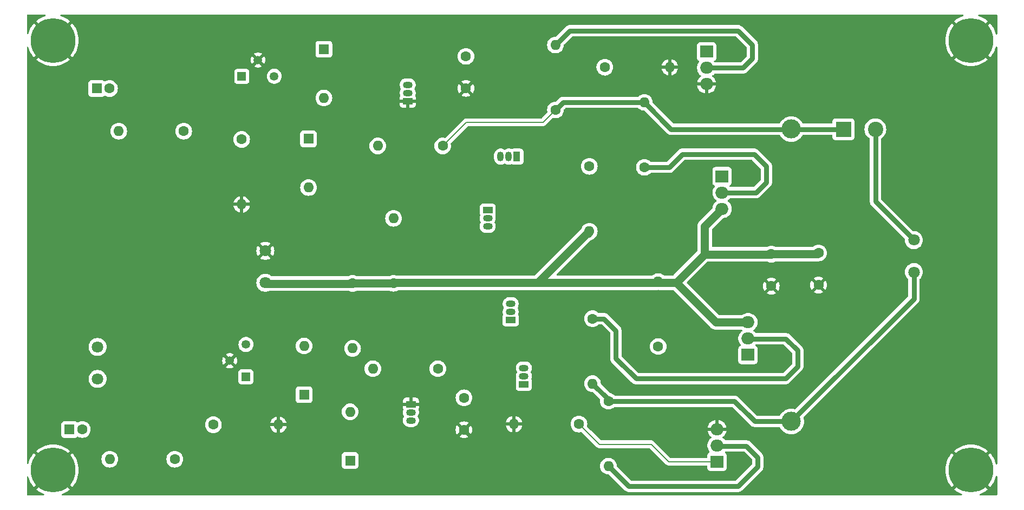
<source format=gbr>
%TF.GenerationSoftware,KiCad,Pcbnew,8.0.1*%
%TF.CreationDate,2024-09-17T13:26:04-07:00*%
%TF.ProjectId,Dorr_Amp_REV-,446f7272-5f41-46d7-905f-5245562d2e6b,-*%
%TF.SameCoordinates,Original*%
%TF.FileFunction,Copper,L2,Bot*%
%TF.FilePolarity,Positive*%
%FSLAX46Y46*%
G04 Gerber Fmt 4.6, Leading zero omitted, Abs format (unit mm)*
G04 Created by KiCad (PCBNEW 8.0.1) date 2024-09-17 13:26:04*
%MOMM*%
%LPD*%
G01*
G04 APERTURE LIST*
%TA.AperFunction,ComponentPad*%
%ADD10R,1.050000X1.500000*%
%TD*%
%TA.AperFunction,ComponentPad*%
%ADD11O,1.050000X1.500000*%
%TD*%
%TA.AperFunction,ComponentPad*%
%ADD12C,1.600000*%
%TD*%
%TA.AperFunction,ComponentPad*%
%ADD13O,1.600000X1.600000*%
%TD*%
%TA.AperFunction,ComponentPad*%
%ADD14C,3.000000*%
%TD*%
%TA.AperFunction,ComponentPad*%
%ADD15C,7.000000*%
%TD*%
%TA.AperFunction,ComponentPad*%
%ADD16C,1.803400*%
%TD*%
%TA.AperFunction,ComponentPad*%
%ADD17R,1.600000X1.600000*%
%TD*%
%TA.AperFunction,ComponentPad*%
%ADD18R,2.000000X1.905000*%
%TD*%
%TA.AperFunction,ComponentPad*%
%ADD19O,2.000000X1.905000*%
%TD*%
%TA.AperFunction,ComponentPad*%
%ADD20R,1.346200X1.346200*%
%TD*%
%TA.AperFunction,ComponentPad*%
%ADD21C,1.346200*%
%TD*%
%TA.AperFunction,ComponentPad*%
%ADD22R,1.500000X1.050000*%
%TD*%
%TA.AperFunction,ComponentPad*%
%ADD23O,1.500000X1.050000*%
%TD*%
%TA.AperFunction,ComponentPad*%
%ADD24R,2.400000X2.400000*%
%TD*%
%TA.AperFunction,ComponentPad*%
%ADD25C,2.400000*%
%TD*%
%TA.AperFunction,ViaPad*%
%ADD26C,0.600000*%
%TD*%
%TA.AperFunction,Conductor*%
%ADD27C,0.762000*%
%TD*%
%TA.AperFunction,Conductor*%
%ADD28C,1.270000*%
%TD*%
%TA.AperFunction,Conductor*%
%ADD29C,0.200000*%
%TD*%
G04 APERTURE END LIST*
D10*
%TO.P,Q8,1,E*%
%TO.N,Net-(Q10-C)*%
X115570000Y-85344000D03*
D11*
%TO.P,Q8,2,B*%
%TO.N,Net-(D4-K)*%
X114300000Y-85344000D03*
%TO.P,Q8,3,C*%
%TO.N,Net-(Q10-B)*%
X113030000Y-85344000D03*
%TD*%
D12*
%TO.P,R8,1*%
%TO.N,Net-(D1-K)*%
X68120000Y-127265000D03*
D13*
%TO.P,R8,2*%
%TO.N,GND*%
X78280000Y-127265000D03*
%TD*%
D12*
%TO.P,R14,1*%
%TO.N,Net-(C8-Pad1)*%
X103980000Y-83665000D03*
D13*
%TO.P,R14,2*%
%TO.N,Net-(D3-K)*%
X93820000Y-83665000D03*
%TD*%
D14*
%TO.P,TP1,1,1*%
%TO.N,Net-(J1-Pin_2)*%
X158465800Y-126764800D03*
%TD*%
D12*
%TO.P,R12,1*%
%TO.N,Net-(D3-K)*%
X72542400Y-82651600D03*
D13*
%TO.P,R12,2*%
%TO.N,GND*%
X72542400Y-92811600D03*
%TD*%
D12*
%TO.P,C1,1*%
%TO.N,/18V*%
X155346400Y-100598001D03*
%TO.P,C1,2*%
%TO.N,GND*%
X155346400Y-105598001D03*
%TD*%
D15*
%TO.P,H1,1,1*%
%TO.N,GND*%
X43053000Y-67183000D03*
%TD*%
%TO.P,H3,1,1*%
%TO.N,GND*%
X43053000Y-134366000D03*
%TD*%
D12*
%TO.P,R15,1*%
%TO.N,Net-(Q2-B)*%
X126900000Y-86865000D03*
D13*
%TO.P,R15,2*%
%TO.N,/18V*%
X126900000Y-97025000D03*
%TD*%
D16*
%TO.P,J3,1,Pin_1*%
%TO.N,/18V*%
X76250800Y-105079800D03*
%TO.P,J3,2,Pin_2*%
%TO.N,GND*%
X76250800Y-100079800D03*
%TD*%
D15*
%TO.P,H4,1,1*%
%TO.N,GND*%
X186563000Y-134366000D03*
%TD*%
%TO.P,H2,1,1*%
%TO.N,GND*%
X186563000Y-67183000D03*
%TD*%
D12*
%TO.P,R3,1*%
%TO.N,Net-(Q1-E)*%
X127400000Y-110685000D03*
D13*
%TO.P,R3,2*%
%TO.N,Net-(J1-Pin_2)*%
X127400000Y-120845000D03*
%TD*%
D17*
%TO.P,C3,1*%
%TO.N,Net-(J2-Pin_1)*%
X45625000Y-128016000D03*
D12*
%TO.P,C3,2*%
%TO.N,Net-(C3-Pad2)*%
X47625000Y-128016000D03*
%TD*%
D18*
%TO.P,Q9,1,B*%
%TO.N,Net-(Q1-C)*%
X151700000Y-116345000D03*
D19*
%TO.P,Q9,2,C*%
%TO.N,Net-(Q1-E)*%
X151700000Y-113805000D03*
%TO.P,Q9,3,E*%
%TO.N,/18V*%
X151700000Y-111265000D03*
%TD*%
D20*
%TO.P,R11,1*%
%TO.N,Net-(D3-K)*%
X72560000Y-72782400D03*
D21*
%TO.P,R11,2*%
%TO.N,GND*%
X75100000Y-70242400D03*
%TO.P,R11,3*%
%TO.N,N/C*%
X77640000Y-72782400D03*
%TD*%
D12*
%TO.P,R2,1*%
%TO.N,Net-(Q1-C)*%
X137668000Y-115036600D03*
D13*
%TO.P,R2,2*%
%TO.N,/18V*%
X137668000Y-104876600D03*
%TD*%
D17*
%TO.P,C5,1*%
%TO.N,Net-(J2-Pin_2)*%
X49880800Y-74694800D03*
D12*
%TO.P,C5,2*%
%TO.N,Net-(C5-Pad2)*%
X51880800Y-74694800D03*
%TD*%
D22*
%TO.P,Q6,1,E*%
%TO.N,GND*%
X98500000Y-76665000D03*
D23*
%TO.P,Q6,2,B*%
%TO.N,Net-(D3-K)*%
X98500000Y-75395000D03*
%TO.P,Q6,3,C*%
%TO.N,Net-(D4-K)*%
X98500000Y-74125000D03*
%TD*%
D17*
%TO.P,D3,1,K*%
%TO.N,Net-(D3-K)*%
X83000000Y-82555000D03*
D13*
%TO.P,D3,2,A*%
%TO.N,Net-(D3-A)*%
X83000000Y-90175000D03*
%TD*%
D12*
%TO.P,C6,1*%
%TO.N,Net-(D4-K)*%
X107600000Y-69665000D03*
%TO.P,C6,2*%
%TO.N,GND*%
X107600000Y-74665000D03*
%TD*%
%TO.P,R10,1*%
%TO.N,Net-(D3-K)*%
X63480000Y-81365000D03*
D13*
%TO.P,R10,2*%
%TO.N,Net-(C5-Pad2)*%
X53320000Y-81365000D03*
%TD*%
D18*
%TO.P,Q5,1,B*%
%TO.N,Net-(Q4-C)*%
X146862800Y-133045200D03*
D19*
%TO.P,Q5,2,C*%
%TO.N,Net-(Q4-E)*%
X146862800Y-130505200D03*
%TO.P,Q5,3,E*%
%TO.N,GND*%
X146862800Y-127965200D03*
%TD*%
D12*
%TO.P,C4,1*%
%TO.N,Net-(D2-K)*%
X107300000Y-123065000D03*
%TO.P,C4,2*%
%TO.N,GND*%
X107300000Y-128065000D03*
%TD*%
%TO.P,R6,1*%
%TO.N,Net-(D1-K)*%
X62080000Y-132665000D03*
D13*
%TO.P,R6,2*%
%TO.N,Net-(C3-Pad2)*%
X51920000Y-132665000D03*
%TD*%
D18*
%TO.P,Q10,1,B*%
%TO.N,Net-(Q10-B)*%
X145237200Y-68935600D03*
D19*
%TO.P,Q10,2,C*%
%TO.N,Net-(Q10-C)*%
X145237200Y-71475600D03*
%TO.P,Q10,3,E*%
%TO.N,GND*%
X145237200Y-74015600D03*
%TD*%
D12*
%TO.P,C7,1*%
%TO.N,/18V*%
X162745600Y-100418201D03*
%TO.P,C7,2*%
%TO.N,GND*%
X162745600Y-105418201D03*
%TD*%
%TO.P,R16,1*%
%TO.N,Net-(Q10-B)*%
X129320000Y-71365000D03*
D13*
%TO.P,R16,2*%
%TO.N,GND*%
X139480000Y-71365000D03*
%TD*%
D17*
%TO.P,D1,1,K*%
%TO.N,Net-(D1-K)*%
X82300000Y-122575000D03*
D13*
%TO.P,D1,2,A*%
%TO.N,Net-(D1-A)*%
X82300000Y-114955000D03*
%TD*%
D12*
%TO.P,R9,1*%
%TO.N,Net-(Q4-C)*%
X125280000Y-127165000D03*
D13*
%TO.P,R9,2*%
%TO.N,GND*%
X115120000Y-127165000D03*
%TD*%
D16*
%TO.P,J1,1,Pin_1*%
%TO.N,Net-(J1-Pin_1)*%
X177647599Y-98401500D03*
%TO.P,J1,2,Pin_2*%
%TO.N,Net-(J1-Pin_2)*%
X177647599Y-103401500D03*
%TD*%
D12*
%TO.P,R18,1*%
%TO.N,Net-(C8-Pad1)*%
X121600000Y-78045000D03*
D13*
%TO.P,R18,2*%
%TO.N,Net-(Q10-C)*%
X121600000Y-67885000D03*
%TD*%
D20*
%TO.P,R7,1*%
%TO.N,Net-(D1-K)*%
X73217400Y-119805000D03*
D21*
%TO.P,R7,2*%
%TO.N,GND*%
X70677400Y-117265000D03*
%TO.P,R7,3*%
%TO.N,N/C*%
X73217400Y-114725000D03*
%TD*%
D22*
%TO.P,Q1,1,E*%
%TO.N,Net-(Q1-E)*%
X114609200Y-110896400D03*
D23*
%TO.P,Q1,2,B*%
%TO.N,Net-(D1-A)*%
X114609200Y-109626400D03*
%TO.P,Q1,3,C*%
%TO.N,Net-(Q1-C)*%
X114609200Y-108356400D03*
%TD*%
D12*
%TO.P,R17,1*%
%TO.N,Net-(Q2-C)*%
X135509000Y-87020400D03*
D13*
%TO.P,R17,2*%
%TO.N,Net-(C8-Pad1)*%
X135509000Y-76860400D03*
%TD*%
D14*
%TO.P,TP2,1,1*%
%TO.N,Net-(C8-Pad1)*%
X158465800Y-81044800D03*
%TD*%
D12*
%TO.P,R1,1*%
%TO.N,/18V*%
X89885800Y-105174800D03*
D13*
%TO.P,R1,2*%
%TO.N,Net-(D1-A)*%
X89885800Y-115334800D03*
%TD*%
D22*
%TO.P,Q7,1,E*%
%TO.N,Net-(Q2-C)*%
X111019000Y-93700600D03*
D23*
%TO.P,Q7,2,B*%
%TO.N,Net-(D3-A)*%
X111019000Y-94970600D03*
%TO.P,Q7,3,C*%
%TO.N,Net-(Q2-B)*%
X111019000Y-96240600D03*
%TD*%
D16*
%TO.P,J2,1,Pin_1*%
%TO.N,Net-(J2-Pin_1)*%
X50007800Y-120096400D03*
%TO.P,J2,2,Pin_2*%
%TO.N,Net-(J2-Pin_2)*%
X50007800Y-115096400D03*
%TD*%
D17*
%TO.P,D4,1,K*%
%TO.N,Net-(D4-K)*%
X85400000Y-68555000D03*
D13*
%TO.P,D4,2,A*%
%TO.N,Net-(D3-K)*%
X85400000Y-76175000D03*
%TD*%
D22*
%TO.P,Q3,1,E*%
%TO.N,GND*%
X99000000Y-124065000D03*
D23*
%TO.P,Q3,2,B*%
%TO.N,Net-(D1-K)*%
X99000000Y-125335000D03*
%TO.P,Q3,3,C*%
%TO.N,Net-(D2-K)*%
X99000000Y-126605000D03*
%TD*%
D24*
%TO.P,C8,1*%
%TO.N,Net-(C8-Pad1)*%
X166626041Y-81065000D03*
D25*
%TO.P,C8,2*%
%TO.N,Net-(J1-Pin_1)*%
X171626041Y-81065000D03*
%TD*%
D23*
%TO.P,Q4,3,C*%
%TO.N,Net-(Q4-C)*%
X116660000Y-118395000D03*
%TO.P,Q4,2,B*%
%TO.N,Net-(D2-K)*%
X116660000Y-119665000D03*
D22*
%TO.P,Q4,1,E*%
%TO.N,Net-(Q4-E)*%
X116660000Y-120935000D03*
%TD*%
D12*
%TO.P,R13,1*%
%TO.N,/18V*%
X96291400Y-105156000D03*
D13*
%TO.P,R13,2*%
%TO.N,Net-(D3-A)*%
X96291400Y-94996000D03*
%TD*%
D12*
%TO.P,R5,1*%
%TO.N,Net-(J1-Pin_2)*%
X129890800Y-123589800D03*
D13*
%TO.P,R5,2*%
%TO.N,Net-(Q4-E)*%
X129890800Y-133749800D03*
%TD*%
D12*
%TO.P,R4,1*%
%TO.N,Net-(J1-Pin_2)*%
X103220800Y-118509800D03*
D13*
%TO.P,R4,2*%
%TO.N,Net-(D1-K)*%
X93060800Y-118509800D03*
%TD*%
D17*
%TO.P,D2,1,K*%
%TO.N,Net-(D2-K)*%
X89500000Y-132875000D03*
D13*
%TO.P,D2,2,A*%
%TO.N,Net-(D1-K)*%
X89500000Y-125255000D03*
%TD*%
D18*
%TO.P,Q2,1,B*%
%TO.N,Net-(Q2-B)*%
X147655000Y-88425000D03*
D19*
%TO.P,Q2,2,C*%
%TO.N,Net-(Q2-C)*%
X147655000Y-90965000D03*
%TO.P,Q2,3,E*%
%TO.N,/18V*%
X147655000Y-93505000D03*
%TD*%
D26*
%TO.N,GND*%
X62200000Y-73565000D03*
X162400000Y-68365000D03*
X175000000Y-123865000D03*
X59200000Y-98165000D03*
X142000000Y-117865000D03*
X144400000Y-86465000D03*
%TD*%
D27*
%TO.N,Net-(Q2-C)*%
X154584400Y-89357200D02*
X152976600Y-90965000D01*
X152706800Y-84965000D02*
X154584400Y-86842600D01*
X154584400Y-86842600D02*
X154584400Y-89357200D01*
X141425200Y-84965000D02*
X152706800Y-84965000D01*
X139369800Y-87020400D02*
X141425200Y-84965000D01*
X135509000Y-87020400D02*
X139369800Y-87020400D01*
X152976600Y-90965000D02*
X147655000Y-90965000D01*
%TO.N,Net-(C8-Pad1)*%
X158472400Y-81051400D02*
X139700000Y-81051400D01*
X139700000Y-81051400D02*
X135509000Y-76860400D01*
%TO.N,Net-(Q1-E)*%
X159486600Y-118160800D02*
X159486600Y-115671600D01*
X134200000Y-120065000D02*
X157582400Y-120065000D01*
X157582400Y-120065000D02*
X159486600Y-118160800D01*
X159486600Y-115671600D02*
X157632400Y-113817400D01*
X131064000Y-116929000D02*
X134200000Y-120065000D01*
X129201600Y-110685000D02*
X131064000Y-112547400D01*
X131064000Y-112547400D02*
X131064000Y-116929000D01*
X127400000Y-110685000D02*
X129201600Y-110685000D01*
X157632400Y-113817400D02*
X151712400Y-113817400D01*
%TO.N,/18V*%
X118860000Y-105065000D02*
X117991000Y-105065000D01*
D28*
X126900000Y-97025000D02*
X118860000Y-105065000D01*
X96382400Y-105065000D02*
X117809000Y-105065000D01*
X96291400Y-105156000D02*
X96382400Y-105065000D01*
X117991000Y-105065000D02*
X137479600Y-105065000D01*
X137479600Y-105065000D02*
X137668000Y-104876600D01*
X140500000Y-105065000D02*
X137856400Y-105065000D01*
X146700000Y-111265000D02*
X140500000Y-105065000D01*
X151700000Y-111265000D02*
X146700000Y-111265000D01*
X140476800Y-105065000D02*
X144932400Y-100609400D01*
X137856400Y-105065000D02*
X140476800Y-105065000D01*
X137668000Y-104876600D02*
X137856400Y-105065000D01*
D29*
%TO.N,Net-(C8-Pad1)*%
X107680000Y-79965000D02*
X103980000Y-83665000D01*
X121600000Y-78045000D02*
X119680000Y-79965000D01*
X119680000Y-79965000D02*
X107680000Y-79965000D01*
D27*
%TO.N,Net-(Q10-C)*%
X123820000Y-65665000D02*
X121600000Y-67885000D01*
X150200000Y-65665000D02*
X123820000Y-65665000D01*
X152400000Y-67865000D02*
X150200000Y-65665000D01*
X152400000Y-69965000D02*
X152400000Y-67865000D01*
X150889400Y-71475600D02*
X152400000Y-69965000D01*
X145237200Y-71475600D02*
X150889400Y-71475600D01*
%TO.N,Net-(C8-Pad1)*%
X166626041Y-81065000D02*
X158486000Y-81065000D01*
X122784600Y-76860400D02*
X121600000Y-78045000D01*
D29*
X158486000Y-81065000D02*
X158472400Y-81051400D01*
X158486000Y-81065000D02*
X158465800Y-81044800D01*
D27*
X135509000Y-76860400D02*
X122784600Y-76860400D01*
D28*
%TO.N,/18V*%
X155346400Y-100598001D02*
X162565800Y-100598001D01*
X89904600Y-105156000D02*
X96291400Y-105156000D01*
D27*
X126900000Y-97613800D02*
X126900000Y-97025000D01*
X89867200Y-105193400D02*
X89904600Y-105156000D01*
D28*
X144932400Y-96227600D02*
X147655000Y-93505000D01*
D27*
X89867200Y-105193400D02*
X89885800Y-105174800D01*
D28*
X144932400Y-100609400D02*
X155335001Y-100609400D01*
D29*
X162565800Y-100598001D02*
X162745600Y-100418201D01*
D27*
X155335001Y-100609400D02*
X155346400Y-100598001D01*
D28*
X76169800Y-105193400D02*
X89867200Y-105193400D01*
X144932400Y-100609400D02*
X144932400Y-96227600D01*
D29*
%TO.N,Net-(Q4-C)*%
X139293600Y-133045200D02*
X136575800Y-130327400D01*
X126771400Y-128651000D02*
X126766000Y-128651000D01*
X146862800Y-133045200D02*
X139293600Y-133045200D01*
X128447800Y-130327400D02*
X126771400Y-128651000D01*
X126766000Y-128651000D02*
X125280000Y-127165000D01*
X136575800Y-130327400D02*
X128447800Y-130327400D01*
D27*
%TO.N,Net-(Q4-E)*%
X151460200Y-130581400D02*
X146939000Y-130581400D01*
X129884200Y-133756400D02*
X133033800Y-136906000D01*
D29*
X129884200Y-133756400D02*
X129890800Y-133749800D01*
D27*
X153238200Y-132359400D02*
X151460200Y-130581400D01*
X153238200Y-133832600D02*
X153238200Y-132359400D01*
X133033800Y-136906000D02*
X150164800Y-136906000D01*
D29*
X146939000Y-130581400D02*
X146862800Y-130505200D01*
D27*
X150164800Y-136906000D02*
X153238200Y-133832600D01*
%TO.N,Net-(J1-Pin_2)*%
X129890800Y-123589800D02*
X129890800Y-123335800D01*
X129916200Y-123615200D02*
X129890800Y-123589800D01*
X152750800Y-126764800D02*
X149601200Y-123615200D01*
X149601200Y-123615200D02*
X129916200Y-123615200D01*
X177647599Y-107583001D02*
X158465800Y-126764800D01*
X129890800Y-123335800D02*
X127400000Y-120845000D01*
X177647599Y-103401500D02*
X177647599Y-107583001D01*
X158465800Y-126764800D02*
X152750800Y-126764800D01*
%TO.N,Net-(J1-Pin_1)*%
X171626041Y-81065000D02*
X171626041Y-92379942D01*
X171626041Y-92379942D02*
X177647599Y-98401500D01*
%TD*%
%TA.AperFunction,Conductor*%
%TO.N,GND*%
G36*
X39156503Y-135364996D02*
G01*
X39194277Y-135423774D01*
X39195584Y-135428580D01*
X39220623Y-135528545D01*
X39220624Y-135528548D01*
X39353016Y-135898559D01*
X39353023Y-135898575D01*
X39521062Y-136253864D01*
X39723109Y-136590958D01*
X39957228Y-136906632D01*
X40053068Y-137012376D01*
X40053069Y-137012376D01*
X41651381Y-135414064D01*
X41734457Y-135522331D01*
X41896669Y-135684543D01*
X42004934Y-135767617D01*
X40406622Y-137365929D01*
X40406622Y-137365930D01*
X40512367Y-137461771D01*
X40828041Y-137695890D01*
X41165135Y-137897937D01*
X41520423Y-138065976D01*
X41583508Y-138088548D01*
X41639997Y-138129667D01*
X41665289Y-138194799D01*
X41651352Y-138263264D01*
X41602613Y-138313327D01*
X41541734Y-138329300D01*
X39075300Y-138329300D01*
X39008261Y-138309615D01*
X38962506Y-138256811D01*
X38951300Y-138205300D01*
X38951300Y-135458709D01*
X38970985Y-135391670D01*
X39023789Y-135345915D01*
X39092947Y-135335971D01*
X39156503Y-135364996D01*
G37*
%TD.AperFunction*%
%TA.AperFunction,Conductor*%
G36*
X185368629Y-63149985D02*
G01*
X185414384Y-63202789D01*
X185424328Y-63271947D01*
X185395303Y-63335503D01*
X185343364Y-63371051D01*
X185030440Y-63483016D01*
X185030424Y-63483023D01*
X184675135Y-63651062D01*
X184338041Y-63853109D01*
X184022368Y-64087228D01*
X183916622Y-64183069D01*
X185514934Y-65781381D01*
X185406669Y-65864457D01*
X185244457Y-66026669D01*
X185161381Y-66134934D01*
X183563069Y-64536622D01*
X183467228Y-64642368D01*
X183233109Y-64958041D01*
X183031062Y-65295135D01*
X182863023Y-65650424D01*
X182863016Y-65650440D01*
X182730625Y-66020450D01*
X182635129Y-66401691D01*
X182577461Y-66790449D01*
X182558176Y-67183000D01*
X182577461Y-67575550D01*
X182635129Y-67964308D01*
X182730625Y-68345549D01*
X182863016Y-68715559D01*
X182863023Y-68715575D01*
X183031062Y-69070864D01*
X183233109Y-69407958D01*
X183467228Y-69723632D01*
X183563068Y-69829376D01*
X183563069Y-69829376D01*
X185161380Y-68231064D01*
X185244457Y-68339331D01*
X185406669Y-68501543D01*
X185514934Y-68584617D01*
X183916622Y-70182929D01*
X183916622Y-70182930D01*
X184022367Y-70278771D01*
X184338041Y-70512890D01*
X184675135Y-70714937D01*
X185030424Y-70882976D01*
X185030440Y-70882983D01*
X185400450Y-71015374D01*
X185781691Y-71110870D01*
X186170449Y-71168538D01*
X186563000Y-71187823D01*
X186955550Y-71168538D01*
X187344308Y-71110870D01*
X187725549Y-71015374D01*
X188095559Y-70882983D01*
X188095575Y-70882976D01*
X188450864Y-70714937D01*
X188787958Y-70512890D01*
X189103632Y-70278770D01*
X189209376Y-70182929D01*
X187611065Y-68584618D01*
X187719331Y-68501543D01*
X187881543Y-68339331D01*
X187964618Y-68231065D01*
X189562929Y-69829376D01*
X189658770Y-69723632D01*
X189892890Y-69407958D01*
X190094937Y-69070864D01*
X190262976Y-68715575D01*
X190262983Y-68715559D01*
X190395375Y-68345548D01*
X190395376Y-68345545D01*
X190436016Y-68183301D01*
X190471400Y-68123053D01*
X190533739Y-68091500D01*
X190603241Y-68098658D01*
X190657839Y-68142256D01*
X190680200Y-68208451D01*
X190680300Y-68213430D01*
X190680300Y-133335569D01*
X190660615Y-133402608D01*
X190607811Y-133448363D01*
X190538653Y-133458307D01*
X190475097Y-133429282D01*
X190437323Y-133370504D01*
X190436016Y-133365699D01*
X190395374Y-133203450D01*
X190262983Y-132833440D01*
X190262976Y-132833424D01*
X190094937Y-132478135D01*
X189892890Y-132141041D01*
X189658771Y-131825367D01*
X189562930Y-131719622D01*
X189562929Y-131719622D01*
X187964617Y-133317934D01*
X187881543Y-133209669D01*
X187719331Y-133047457D01*
X187611065Y-132964381D01*
X189209376Y-131366069D01*
X189209376Y-131366068D01*
X189103632Y-131270228D01*
X188787958Y-131036109D01*
X188450864Y-130834062D01*
X188095575Y-130666023D01*
X188095559Y-130666016D01*
X187725549Y-130533625D01*
X187344308Y-130438129D01*
X186955550Y-130380461D01*
X186563000Y-130361176D01*
X186170449Y-130380461D01*
X185781691Y-130438129D01*
X185400450Y-130533625D01*
X185030440Y-130666016D01*
X185030424Y-130666023D01*
X184675135Y-130834062D01*
X184338041Y-131036109D01*
X184022368Y-131270228D01*
X183916622Y-131366069D01*
X185514934Y-132964381D01*
X185406669Y-133047457D01*
X185244457Y-133209669D01*
X185161381Y-133317934D01*
X183563069Y-131719622D01*
X183467228Y-131825368D01*
X183233109Y-132141041D01*
X183031062Y-132478135D01*
X182863023Y-132833424D01*
X182863016Y-132833440D01*
X182730625Y-133203450D01*
X182635129Y-133584691D01*
X182577461Y-133973449D01*
X182558176Y-134366000D01*
X182577461Y-134758550D01*
X182635129Y-135147308D01*
X182730625Y-135528549D01*
X182863016Y-135898559D01*
X182863023Y-135898575D01*
X183031062Y-136253864D01*
X183233109Y-136590958D01*
X183467228Y-136906632D01*
X183563068Y-137012376D01*
X183563069Y-137012376D01*
X185161380Y-135414064D01*
X185244457Y-135522331D01*
X185406669Y-135684543D01*
X185514934Y-135767617D01*
X183916622Y-137365929D01*
X183916622Y-137365930D01*
X184022367Y-137461771D01*
X184338041Y-137695890D01*
X184675135Y-137897937D01*
X185030423Y-138065976D01*
X185093508Y-138088548D01*
X185149997Y-138129667D01*
X185175289Y-138194799D01*
X185161352Y-138263264D01*
X185112613Y-138313327D01*
X185051734Y-138329300D01*
X44564266Y-138329300D01*
X44497227Y-138309615D01*
X44451472Y-138256811D01*
X44441528Y-138187653D01*
X44470553Y-138124097D01*
X44522492Y-138088548D01*
X44585576Y-138065976D01*
X44940864Y-137897937D01*
X45277958Y-137695890D01*
X45593632Y-137461770D01*
X45699376Y-137365929D01*
X44101065Y-135767618D01*
X44209331Y-135684543D01*
X44371543Y-135522331D01*
X44454618Y-135414065D01*
X46052929Y-137012376D01*
X46148770Y-136906632D01*
X46382890Y-136590958D01*
X46584937Y-136253864D01*
X46752976Y-135898575D01*
X46752983Y-135898559D01*
X46885374Y-135528549D01*
X46980870Y-135147308D01*
X47038538Y-134758550D01*
X47057823Y-134366000D01*
X47038538Y-133973449D01*
X46980870Y-133584691D01*
X46885374Y-133203450D01*
X46752983Y-132833440D01*
X46752976Y-132833424D01*
X46673318Y-132665001D01*
X50614532Y-132665001D01*
X50634364Y-132891686D01*
X50634366Y-132891697D01*
X50693258Y-133111488D01*
X50693261Y-133111497D01*
X50789431Y-133317732D01*
X50789432Y-133317734D01*
X50919954Y-133504141D01*
X51080858Y-133665045D01*
X51080861Y-133665047D01*
X51267266Y-133795568D01*
X51473504Y-133891739D01*
X51693308Y-133950635D01*
X51855230Y-133964801D01*
X51919998Y-133970468D01*
X51920000Y-133970468D01*
X51920002Y-133970468D01*
X51976673Y-133965509D01*
X52146692Y-133950635D01*
X52366496Y-133891739D01*
X52572734Y-133795568D01*
X52759139Y-133665047D01*
X52920047Y-133504139D01*
X53050568Y-133317734D01*
X53146739Y-133111496D01*
X53205635Y-132891692D01*
X53225468Y-132665001D01*
X60774532Y-132665001D01*
X60794364Y-132891686D01*
X60794366Y-132891697D01*
X60853258Y-133111488D01*
X60853261Y-133111497D01*
X60949431Y-133317732D01*
X60949432Y-133317734D01*
X61079954Y-133504141D01*
X61240858Y-133665045D01*
X61240861Y-133665047D01*
X61427266Y-133795568D01*
X61633504Y-133891739D01*
X61853308Y-133950635D01*
X62015230Y-133964801D01*
X62079998Y-133970468D01*
X62080000Y-133970468D01*
X62080002Y-133970468D01*
X62136673Y-133965509D01*
X62306692Y-133950635D01*
X62526496Y-133891739D01*
X62732734Y-133795568D01*
X62836558Y-133722870D01*
X88199500Y-133722870D01*
X88199501Y-133722876D01*
X88205908Y-133782483D01*
X88256202Y-133917328D01*
X88256206Y-133917335D01*
X88342452Y-134032544D01*
X88342455Y-134032547D01*
X88457664Y-134118793D01*
X88457671Y-134118797D01*
X88592517Y-134169091D01*
X88592516Y-134169091D01*
X88599444Y-134169835D01*
X88652127Y-134175500D01*
X90347872Y-134175499D01*
X90407483Y-134169091D01*
X90542331Y-134118796D01*
X90657546Y-134032546D01*
X90743796Y-133917331D01*
X90794091Y-133782483D01*
X90800500Y-133722873D01*
X90800499Y-132027128D01*
X90794091Y-131967517D01*
X90786619Y-131947484D01*
X90743797Y-131832671D01*
X90743793Y-131832664D01*
X90657547Y-131717455D01*
X90657544Y-131717452D01*
X90542335Y-131631206D01*
X90542328Y-131631202D01*
X90407482Y-131580908D01*
X90407483Y-131580908D01*
X90347883Y-131574501D01*
X90347881Y-131574500D01*
X90347873Y-131574500D01*
X90347864Y-131574500D01*
X88652129Y-131574500D01*
X88652123Y-131574501D01*
X88592516Y-131580908D01*
X88457671Y-131631202D01*
X88457664Y-131631206D01*
X88342455Y-131717452D01*
X88342452Y-131717455D01*
X88256206Y-131832664D01*
X88256202Y-131832671D01*
X88205908Y-131967517D01*
X88199501Y-132027116D01*
X88199501Y-132027123D01*
X88199500Y-132027135D01*
X88199500Y-133722870D01*
X62836558Y-133722870D01*
X62919139Y-133665047D01*
X63080047Y-133504139D01*
X63210568Y-133317734D01*
X63306739Y-133111496D01*
X63365635Y-132891692D01*
X63385468Y-132665000D01*
X63365635Y-132438308D01*
X63306739Y-132218504D01*
X63210568Y-132012266D01*
X63084814Y-131832669D01*
X63080045Y-131825858D01*
X62919141Y-131664954D01*
X62732734Y-131534432D01*
X62732732Y-131534431D01*
X62526497Y-131438261D01*
X62526488Y-131438258D01*
X62306697Y-131379366D01*
X62306693Y-131379365D01*
X62306692Y-131379365D01*
X62306691Y-131379364D01*
X62306686Y-131379364D01*
X62080002Y-131359532D01*
X62079998Y-131359532D01*
X61853313Y-131379364D01*
X61853302Y-131379366D01*
X61633511Y-131438258D01*
X61633502Y-131438261D01*
X61427267Y-131534431D01*
X61427265Y-131534432D01*
X61240858Y-131664954D01*
X61079954Y-131825858D01*
X60949432Y-132012265D01*
X60949431Y-132012267D01*
X60853261Y-132218502D01*
X60853258Y-132218511D01*
X60794366Y-132438302D01*
X60794364Y-132438313D01*
X60774532Y-132664998D01*
X60774532Y-132665001D01*
X53225468Y-132665001D01*
X53225468Y-132665000D01*
X53205635Y-132438308D01*
X53146739Y-132218504D01*
X53050568Y-132012266D01*
X52924814Y-131832669D01*
X52920045Y-131825858D01*
X52759141Y-131664954D01*
X52572734Y-131534432D01*
X52572732Y-131534431D01*
X52366497Y-131438261D01*
X52366488Y-131438258D01*
X52146697Y-131379366D01*
X52146693Y-131379365D01*
X52146692Y-131379365D01*
X52146691Y-131379364D01*
X52146686Y-131379364D01*
X51920002Y-131359532D01*
X51919998Y-131359532D01*
X51693313Y-131379364D01*
X51693302Y-131379366D01*
X51473511Y-131438258D01*
X51473502Y-131438261D01*
X51267267Y-131534431D01*
X51267265Y-131534432D01*
X51080858Y-131664954D01*
X50919954Y-131825858D01*
X50789432Y-132012265D01*
X50789431Y-132012267D01*
X50693261Y-132218502D01*
X50693258Y-132218511D01*
X50634366Y-132438302D01*
X50634364Y-132438313D01*
X50614532Y-132664998D01*
X50614532Y-132665001D01*
X46673318Y-132665001D01*
X46584937Y-132478135D01*
X46382890Y-132141041D01*
X46148771Y-131825367D01*
X46052930Y-131719622D01*
X46052929Y-131719622D01*
X44454617Y-133317934D01*
X44371543Y-133209669D01*
X44209331Y-133047457D01*
X44101065Y-132964381D01*
X45699376Y-131366069D01*
X45699376Y-131366068D01*
X45593632Y-131270228D01*
X45277958Y-131036109D01*
X44940864Y-130834062D01*
X44585575Y-130666023D01*
X44585559Y-130666016D01*
X44215549Y-130533625D01*
X43834308Y-130438129D01*
X43445550Y-130380461D01*
X43053000Y-130361176D01*
X42660449Y-130380461D01*
X42271691Y-130438129D01*
X41890450Y-130533625D01*
X41520440Y-130666016D01*
X41520424Y-130666023D01*
X41165135Y-130834062D01*
X40828041Y-131036109D01*
X40512368Y-131270228D01*
X40406622Y-131366069D01*
X42004934Y-132964381D01*
X41896669Y-133047457D01*
X41734457Y-133209669D01*
X41651381Y-133317934D01*
X40053069Y-131719622D01*
X39957228Y-131825368D01*
X39723109Y-132141041D01*
X39521062Y-132478135D01*
X39353023Y-132833424D01*
X39353016Y-132833440D01*
X39220625Y-133203450D01*
X39195584Y-133303420D01*
X39160200Y-133363667D01*
X39097861Y-133395220D01*
X39028359Y-133388062D01*
X38973760Y-133344464D01*
X38951400Y-133278269D01*
X38951300Y-133273290D01*
X38951300Y-128863870D01*
X44324500Y-128863870D01*
X44324501Y-128863876D01*
X44330908Y-128923483D01*
X44381202Y-129058328D01*
X44381206Y-129058335D01*
X44467452Y-129173544D01*
X44467455Y-129173547D01*
X44582664Y-129259793D01*
X44582671Y-129259797D01*
X44717517Y-129310091D01*
X44717516Y-129310091D01*
X44724444Y-129310835D01*
X44777127Y-129316500D01*
X46472872Y-129316499D01*
X46532483Y-129310091D01*
X46667331Y-129259796D01*
X46782546Y-129173546D01*
X46789051Y-129164856D01*
X46844982Y-129122984D01*
X46914673Y-129117997D01*
X46959442Y-129137589D01*
X46972264Y-129146567D01*
X46972266Y-129146568D01*
X47178504Y-129242739D01*
X47398308Y-129301635D01*
X47560230Y-129315801D01*
X47624998Y-129321468D01*
X47625000Y-129321468D01*
X47625002Y-129321468D01*
X47681807Y-129316498D01*
X47851692Y-129301635D01*
X48071496Y-129242739D01*
X48277734Y-129146568D01*
X48464139Y-129016047D01*
X48625047Y-128855139D01*
X48755568Y-128668734D01*
X48851739Y-128462496D01*
X48910635Y-128242692D01*
X48930468Y-128016000D01*
X48929430Y-128004141D01*
X48921247Y-127910606D01*
X48910635Y-127789308D01*
X48859364Y-127597961D01*
X48851741Y-127569511D01*
X48851738Y-127569502D01*
X48840767Y-127545975D01*
X48755568Y-127363266D01*
X48686763Y-127265001D01*
X66814532Y-127265001D01*
X66834364Y-127491686D01*
X66834366Y-127491697D01*
X66893258Y-127711488D01*
X66893261Y-127711497D01*
X66989431Y-127917732D01*
X66989432Y-127917734D01*
X67119954Y-128104141D01*
X67280858Y-128265045D01*
X67280861Y-128265047D01*
X67467266Y-128395568D01*
X67673504Y-128491739D01*
X67893308Y-128550635D01*
X68055230Y-128564801D01*
X68119998Y-128570468D01*
X68120000Y-128570468D01*
X68120002Y-128570468D01*
X68176673Y-128565509D01*
X68346692Y-128550635D01*
X68566496Y-128491739D01*
X68772734Y-128395568D01*
X68959139Y-128265047D01*
X69120047Y-128104139D01*
X69250568Y-127917734D01*
X69346739Y-127711496D01*
X69405635Y-127491692D01*
X69425468Y-127265000D01*
X69424918Y-127258718D01*
X69410224Y-127090762D01*
X69405635Y-127038308D01*
X69399389Y-127014999D01*
X77001127Y-127014999D01*
X77001128Y-127015000D01*
X77964314Y-127015000D01*
X77959920Y-127019394D01*
X77907259Y-127110606D01*
X77880000Y-127212339D01*
X77880000Y-127317661D01*
X77907259Y-127419394D01*
X77959920Y-127510606D01*
X77964314Y-127515000D01*
X77001128Y-127515000D01*
X77053730Y-127711317D01*
X77053734Y-127711326D01*
X77149865Y-127917482D01*
X77280342Y-128103820D01*
X77441179Y-128264657D01*
X77627517Y-128395134D01*
X77833673Y-128491265D01*
X77833682Y-128491269D01*
X78029999Y-128543872D01*
X78030000Y-128543871D01*
X78030000Y-127580686D01*
X78034394Y-127585080D01*
X78125606Y-127637741D01*
X78227339Y-127665000D01*
X78332661Y-127665000D01*
X78434394Y-127637741D01*
X78525606Y-127585080D01*
X78530000Y-127580686D01*
X78530000Y-128543872D01*
X78726317Y-128491269D01*
X78726326Y-128491265D01*
X78932482Y-128395134D01*
X79118820Y-128264657D01*
X79279657Y-128103820D01*
X79306838Y-128065002D01*
X105995034Y-128065002D01*
X106014858Y-128291599D01*
X106014860Y-128291610D01*
X106073730Y-128511317D01*
X106073735Y-128511331D01*
X106169863Y-128717478D01*
X106220974Y-128790472D01*
X106900000Y-128111446D01*
X106900000Y-128117661D01*
X106927259Y-128219394D01*
X106979920Y-128310606D01*
X107054394Y-128385080D01*
X107145606Y-128437741D01*
X107247339Y-128465000D01*
X107253553Y-128465000D01*
X106574526Y-129144025D01*
X106647513Y-129195132D01*
X106647521Y-129195136D01*
X106853668Y-129291264D01*
X106853682Y-129291269D01*
X107073389Y-129350139D01*
X107073400Y-129350141D01*
X107299998Y-129369966D01*
X107300002Y-129369966D01*
X107526599Y-129350141D01*
X107526610Y-129350139D01*
X107746317Y-129291269D01*
X107746331Y-129291264D01*
X107952478Y-129195136D01*
X108025471Y-129144024D01*
X107346447Y-128465000D01*
X107352661Y-128465000D01*
X107454394Y-128437741D01*
X107545606Y-128385080D01*
X107620080Y-128310606D01*
X107672741Y-128219394D01*
X107700000Y-128117661D01*
X107700000Y-128111447D01*
X108379024Y-128790471D01*
X108430136Y-128717478D01*
X108526264Y-128511331D01*
X108526269Y-128511317D01*
X108585139Y-128291610D01*
X108585141Y-128291599D01*
X108604966Y-128065002D01*
X108604966Y-128064997D01*
X108585141Y-127838400D01*
X108585139Y-127838389D01*
X108526269Y-127618682D01*
X108526264Y-127618668D01*
X108430136Y-127412521D01*
X108430132Y-127412513D01*
X108379025Y-127339526D01*
X107700000Y-128018551D01*
X107700000Y-128012339D01*
X107672741Y-127910606D01*
X107620080Y-127819394D01*
X107545606Y-127744920D01*
X107454394Y-127692259D01*
X107352661Y-127665000D01*
X107346448Y-127665000D01*
X108025472Y-126985974D01*
X107952478Y-126934863D01*
X107909880Y-126914999D01*
X113841127Y-126914999D01*
X113841128Y-126915000D01*
X114804314Y-126915000D01*
X114799920Y-126919394D01*
X114747259Y-127010606D01*
X114720000Y-127112339D01*
X114720000Y-127217661D01*
X114747259Y-127319394D01*
X114799920Y-127410606D01*
X114804314Y-127415000D01*
X113841128Y-127415000D01*
X113893730Y-127611317D01*
X113893734Y-127611326D01*
X113989865Y-127817482D01*
X114120342Y-128003820D01*
X114281179Y-128164657D01*
X114467517Y-128295134D01*
X114673673Y-128391265D01*
X114673682Y-128391269D01*
X114869999Y-128443872D01*
X114870000Y-128443871D01*
X114870000Y-127480686D01*
X114874394Y-127485080D01*
X114965606Y-127537741D01*
X115067339Y-127565000D01*
X115172661Y-127565000D01*
X115274394Y-127537741D01*
X115365606Y-127485080D01*
X115370000Y-127480686D01*
X115370000Y-128443872D01*
X115566317Y-128391269D01*
X115566326Y-128391265D01*
X115772482Y-128295134D01*
X115958820Y-128164657D01*
X116119657Y-128003820D01*
X116250134Y-127817482D01*
X116346265Y-127611326D01*
X116346269Y-127611317D01*
X116398872Y-127415000D01*
X115435686Y-127415000D01*
X115440080Y-127410606D01*
X115492741Y-127319394D01*
X115520000Y-127217661D01*
X115520000Y-127165001D01*
X123974532Y-127165001D01*
X123994364Y-127391686D01*
X123994366Y-127391697D01*
X124053258Y-127611488D01*
X124053261Y-127611497D01*
X124149431Y-127817732D01*
X124149432Y-127817734D01*
X124279954Y-128004141D01*
X124440858Y-128165045D01*
X124440861Y-128165047D01*
X124627266Y-128295568D01*
X124833504Y-128391739D01*
X125053308Y-128450635D01*
X125215230Y-128464801D01*
X125279998Y-128470468D01*
X125280000Y-128470468D01*
X125280002Y-128470468D01*
X125342499Y-128465000D01*
X125506692Y-128450635D01*
X125602932Y-128424847D01*
X125672781Y-128426510D01*
X125722706Y-128456941D01*
X126281139Y-129015374D01*
X126281160Y-129015397D01*
X126397281Y-129131518D01*
X126403732Y-129136468D01*
X126403607Y-129136630D01*
X126421607Y-129150442D01*
X128079084Y-130807920D01*
X128079086Y-130807921D01*
X128079090Y-130807924D01*
X128216009Y-130886973D01*
X128216016Y-130886977D01*
X128368743Y-130927901D01*
X128368745Y-130927901D01*
X128534454Y-130927901D01*
X128534470Y-130927900D01*
X136275703Y-130927900D01*
X136342742Y-130947585D01*
X136363383Y-130964218D01*
X138924884Y-133525720D01*
X138924886Y-133525721D01*
X138924890Y-133525724D01*
X139036800Y-133590334D01*
X139061816Y-133604777D01*
X139214543Y-133645701D01*
X139214545Y-133645701D01*
X139380254Y-133645701D01*
X139380270Y-133645700D01*
X145238301Y-133645700D01*
X145305340Y-133665385D01*
X145351095Y-133718189D01*
X145362301Y-133769700D01*
X145362301Y-134045576D01*
X145368708Y-134105183D01*
X145419002Y-134240028D01*
X145419006Y-134240035D01*
X145505252Y-134355244D01*
X145505255Y-134355247D01*
X145620464Y-134441493D01*
X145620471Y-134441497D01*
X145755317Y-134491791D01*
X145755316Y-134491791D01*
X145762244Y-134492535D01*
X145814927Y-134498200D01*
X147910672Y-134498199D01*
X147970283Y-134491791D01*
X148105131Y-134441496D01*
X148220346Y-134355246D01*
X148306596Y-134240031D01*
X148356891Y-134105183D01*
X148363300Y-134045573D01*
X148363299Y-132044828D01*
X148356891Y-131985217D01*
X148350289Y-131967517D01*
X148306597Y-131850371D01*
X148306593Y-131850364D01*
X148220347Y-131735156D01*
X148220348Y-131735156D01*
X148220346Y-131735154D01*
X148154905Y-131686165D01*
X148113036Y-131630233D01*
X148108052Y-131560541D01*
X148141537Y-131499218D01*
X148202861Y-131465734D01*
X148229218Y-131462900D01*
X151043708Y-131462900D01*
X151110747Y-131482585D01*
X151131389Y-131499219D01*
X152320381Y-132688210D01*
X152353866Y-132749533D01*
X152356700Y-132775891D01*
X152356700Y-133416108D01*
X152337015Y-133483147D01*
X152320381Y-133503789D01*
X149835989Y-135988181D01*
X149774666Y-136021666D01*
X149748308Y-136024500D01*
X133450292Y-136024500D01*
X133383253Y-136004815D01*
X133362611Y-135988181D01*
X131231359Y-133856929D01*
X131197874Y-133795606D01*
X131195512Y-133758438D01*
X131196268Y-133749798D01*
X131188853Y-133665045D01*
X131176435Y-133523108D01*
X131126184Y-133335569D01*
X131117541Y-133303311D01*
X131117538Y-133303302D01*
X131028097Y-133111497D01*
X131021368Y-133097066D01*
X130890847Y-132910661D01*
X130890845Y-132910658D01*
X130729941Y-132749754D01*
X130543534Y-132619232D01*
X130543532Y-132619231D01*
X130337297Y-132523061D01*
X130337288Y-132523058D01*
X130117497Y-132464166D01*
X130117493Y-132464165D01*
X130117492Y-132464165D01*
X130117491Y-132464164D01*
X130117486Y-132464164D01*
X129890802Y-132444332D01*
X129890798Y-132444332D01*
X129664113Y-132464164D01*
X129664102Y-132464166D01*
X129444311Y-132523058D01*
X129444302Y-132523061D01*
X129238067Y-132619231D01*
X129238065Y-132619232D01*
X129051658Y-132749754D01*
X128890754Y-132910658D01*
X128760232Y-133097065D01*
X128760231Y-133097067D01*
X128664061Y-133303302D01*
X128664058Y-133303311D01*
X128605166Y-133523102D01*
X128605164Y-133523113D01*
X128585332Y-133749798D01*
X128585332Y-133749801D01*
X128605164Y-133976486D01*
X128605166Y-133976497D01*
X128664058Y-134196288D01*
X128664061Y-134196297D01*
X128760231Y-134402532D01*
X128760232Y-134402534D01*
X128890754Y-134588941D01*
X129051658Y-134749845D01*
X129051661Y-134749847D01*
X129238066Y-134880368D01*
X129444304Y-134976539D01*
X129664108Y-135035435D01*
X129890800Y-135055268D01*
X129890800Y-135055267D01*
X129895853Y-135055710D01*
X129960922Y-135081162D01*
X129972727Y-135091557D01*
X132471872Y-137590703D01*
X132471873Y-137590704D01*
X132616256Y-137687177D01*
X132776671Y-137753622D01*
X132776676Y-137753624D01*
X132776680Y-137753624D01*
X132776681Y-137753625D01*
X132946976Y-137787500D01*
X132946979Y-137787500D01*
X150251623Y-137787500D01*
X150366193Y-137764709D01*
X150421924Y-137753624D01*
X150502135Y-137720399D01*
X150582343Y-137687177D01*
X150582344Y-137687176D01*
X150582347Y-137687175D01*
X150726724Y-137590706D01*
X153922906Y-134394524D01*
X154019375Y-134250147D01*
X154023567Y-134240028D01*
X154052949Y-134169091D01*
X154085824Y-134089724D01*
X154113491Y-133950635D01*
X154119700Y-133919423D01*
X154119700Y-132272579D01*
X154119699Y-132272578D01*
X154111076Y-132229223D01*
X154085825Y-132102276D01*
X154021699Y-131947465D01*
X154020056Y-131942873D01*
X154019375Y-131941853D01*
X153922906Y-131797477D01*
X153800123Y-131674694D01*
X153392167Y-131266738D01*
X152022127Y-129896696D01*
X152022126Y-129896695D01*
X151877743Y-129800222D01*
X151717328Y-129733777D01*
X151717318Y-129733774D01*
X151547023Y-129699900D01*
X151547021Y-129699900D01*
X151547020Y-129699900D01*
X148184403Y-129699900D01*
X148117364Y-129680215D01*
X148084085Y-129648786D01*
X148018586Y-129558634D01*
X147856866Y-129396914D01*
X147771934Y-129335207D01*
X147729270Y-129279878D01*
X147723291Y-129210264D01*
X147755897Y-129148469D01*
X147771937Y-129134571D01*
X147856539Y-129073105D01*
X148018202Y-128911442D01*
X148152588Y-128726476D01*
X148256382Y-128522770D01*
X148327034Y-128305328D01*
X148341309Y-128215200D01*
X147353548Y-128215200D01*
X147375318Y-128177492D01*
X147412800Y-128037609D01*
X147412800Y-127892791D01*
X147375318Y-127752908D01*
X147353548Y-127715200D01*
X148341309Y-127715200D01*
X148327034Y-127625071D01*
X148256382Y-127407629D01*
X148152588Y-127203923D01*
X148018202Y-127018957D01*
X147856542Y-126857297D01*
X147671576Y-126722911D01*
X147467868Y-126619117D01*
X147250425Y-126548465D01*
X147250426Y-126548465D01*
X147112800Y-126526667D01*
X147112800Y-127474452D01*
X147075092Y-127452682D01*
X146935209Y-127415200D01*
X146790391Y-127415200D01*
X146650508Y-127452682D01*
X146612800Y-127474452D01*
X146612800Y-126526667D01*
X146475174Y-126548465D01*
X146257731Y-126619117D01*
X146054023Y-126722911D01*
X145869057Y-126857297D01*
X145707397Y-127018957D01*
X145573011Y-127203923D01*
X145469217Y-127407629D01*
X145398565Y-127625071D01*
X145384291Y-127715200D01*
X146372052Y-127715200D01*
X146350282Y-127752908D01*
X146312800Y-127892791D01*
X146312800Y-128037609D01*
X146350282Y-128177492D01*
X146372052Y-128215200D01*
X145384291Y-128215200D01*
X145398565Y-128305328D01*
X145469217Y-128522770D01*
X145573011Y-128726476D01*
X145707397Y-128911442D01*
X145869057Y-129073102D01*
X145869063Y-129073107D01*
X145953663Y-129134572D01*
X145996329Y-129189901D01*
X146002308Y-129259515D01*
X145969703Y-129321310D01*
X145953664Y-129335207D01*
X145868740Y-129396909D01*
X145868731Y-129396916D01*
X145707016Y-129558631D01*
X145707016Y-129558632D01*
X145707014Y-129558634D01*
X145649280Y-129638096D01*
X145572583Y-129743661D01*
X145468750Y-129947444D01*
X145398078Y-130164950D01*
X145398078Y-130164953D01*
X145362300Y-130390846D01*
X145362300Y-130619553D01*
X145398078Y-130845446D01*
X145398078Y-130845449D01*
X145468750Y-131062955D01*
X145468752Y-131062958D01*
X145572583Y-131266738D01*
X145705325Y-131449442D01*
X145728805Y-131515246D01*
X145712980Y-131583300D01*
X145662874Y-131631995D01*
X145648341Y-131638508D01*
X145620470Y-131648903D01*
X145620464Y-131648906D01*
X145505255Y-131735152D01*
X145505252Y-131735155D01*
X145419006Y-131850364D01*
X145419002Y-131850371D01*
X145368708Y-131985217D01*
X145364202Y-132027135D01*
X145362301Y-132044823D01*
X145362300Y-132044835D01*
X145362300Y-132320700D01*
X145342615Y-132387739D01*
X145289811Y-132433494D01*
X145238300Y-132444700D01*
X139593698Y-132444700D01*
X139526659Y-132425015D01*
X139506017Y-132408381D01*
X137063390Y-129965755D01*
X137063388Y-129965752D01*
X136944517Y-129846881D01*
X136944516Y-129846880D01*
X136857704Y-129796760D01*
X136857704Y-129796759D01*
X136857700Y-129796758D01*
X136807585Y-129767823D01*
X136654857Y-129726899D01*
X136496743Y-129726899D01*
X136489147Y-129726899D01*
X136489131Y-129726900D01*
X128747898Y-129726900D01*
X128680859Y-129707215D01*
X128660217Y-129690581D01*
X127258990Y-128289355D01*
X127258988Y-128289352D01*
X127140118Y-128170482D01*
X127140116Y-128170480D01*
X127140113Y-128170478D01*
X127133667Y-128165532D01*
X127133791Y-128165369D01*
X127115793Y-128151558D01*
X126571941Y-127607706D01*
X126538456Y-127546383D01*
X126539847Y-127487931D01*
X126540611Y-127485080D01*
X126565635Y-127391692D01*
X126585194Y-127168135D01*
X126585468Y-127165001D01*
X126585468Y-127164998D01*
X126572428Y-127015953D01*
X126565635Y-126938308D01*
X126506739Y-126718504D01*
X126410568Y-126512266D01*
X126280047Y-126325861D01*
X126280045Y-126325858D01*
X126119141Y-126164954D01*
X125932734Y-126034432D01*
X125932732Y-126034431D01*
X125726497Y-125938261D01*
X125726488Y-125938258D01*
X125506697Y-125879366D01*
X125506693Y-125879365D01*
X125506692Y-125879365D01*
X125506691Y-125879364D01*
X125506686Y-125879364D01*
X125280002Y-125859532D01*
X125279998Y-125859532D01*
X125053313Y-125879364D01*
X125053302Y-125879366D01*
X124833511Y-125938258D01*
X124833502Y-125938261D01*
X124627267Y-126034431D01*
X124627265Y-126034432D01*
X124440858Y-126164954D01*
X124279954Y-126325858D01*
X124149432Y-126512265D01*
X124149431Y-126512267D01*
X124053261Y-126718502D01*
X124053258Y-126718511D01*
X123994366Y-126938302D01*
X123994364Y-126938313D01*
X123974532Y-127164998D01*
X123974532Y-127165001D01*
X115520000Y-127165001D01*
X115520000Y-127112339D01*
X115492741Y-127010606D01*
X115440080Y-126919394D01*
X115435686Y-126915000D01*
X116398872Y-126915000D01*
X116398872Y-126914999D01*
X116346269Y-126718682D01*
X116346265Y-126718673D01*
X116250134Y-126512517D01*
X116119657Y-126326179D01*
X115958820Y-126165342D01*
X115772482Y-126034865D01*
X115566328Y-125938734D01*
X115370000Y-125886127D01*
X115370000Y-126849314D01*
X115365606Y-126844920D01*
X115274394Y-126792259D01*
X115172661Y-126765000D01*
X115067339Y-126765000D01*
X114965606Y-126792259D01*
X114874394Y-126844920D01*
X114870000Y-126849314D01*
X114870000Y-125886127D01*
X114673671Y-125938734D01*
X114467517Y-126034865D01*
X114281179Y-126165342D01*
X114120342Y-126326179D01*
X113989865Y-126512517D01*
X113893734Y-126718673D01*
X113893730Y-126718682D01*
X113841127Y-126914999D01*
X107909880Y-126914999D01*
X107746331Y-126838735D01*
X107746317Y-126838730D01*
X107526610Y-126779860D01*
X107526599Y-126779858D01*
X107300002Y-126760034D01*
X107299998Y-126760034D01*
X107073400Y-126779858D01*
X107073389Y-126779860D01*
X106853682Y-126838730D01*
X106853673Y-126838734D01*
X106647516Y-126934866D01*
X106647512Y-126934868D01*
X106574526Y-126985973D01*
X106574526Y-126985974D01*
X107253553Y-127665000D01*
X107247339Y-127665000D01*
X107145606Y-127692259D01*
X107054394Y-127744920D01*
X106979920Y-127819394D01*
X106927259Y-127910606D01*
X106900000Y-128012339D01*
X106900000Y-128018552D01*
X106220974Y-127339526D01*
X106220973Y-127339526D01*
X106169868Y-127412512D01*
X106169866Y-127412516D01*
X106073734Y-127618673D01*
X106073730Y-127618682D01*
X106014860Y-127838389D01*
X106014858Y-127838400D01*
X105995034Y-128064997D01*
X105995034Y-128065002D01*
X79306838Y-128065002D01*
X79410134Y-127917482D01*
X79506265Y-127711326D01*
X79506269Y-127711317D01*
X79558872Y-127515000D01*
X78595686Y-127515000D01*
X78600080Y-127510606D01*
X78652741Y-127419394D01*
X78680000Y-127317661D01*
X78680000Y-127212339D01*
X78652741Y-127110606D01*
X78600080Y-127019394D01*
X78595686Y-127015000D01*
X79558872Y-127015000D01*
X79558872Y-127014999D01*
X79506269Y-126818682D01*
X79506265Y-126818673D01*
X79453729Y-126706007D01*
X97749500Y-126706007D01*
X97788907Y-126904119D01*
X97788909Y-126904127D01*
X97866212Y-127090752D01*
X97866217Y-127090762D01*
X97978441Y-127258718D01*
X98121281Y-127401558D01*
X98289237Y-127513782D01*
X98289241Y-127513784D01*
X98289244Y-127513786D01*
X98475873Y-127591091D01*
X98658875Y-127627492D01*
X98673992Y-127630499D01*
X98673996Y-127630500D01*
X98673997Y-127630500D01*
X99326004Y-127630500D01*
X99326005Y-127630499D01*
X99524127Y-127591091D01*
X99710756Y-127513786D01*
X99878718Y-127401558D01*
X100021558Y-127258718D01*
X100133786Y-127090756D01*
X100211091Y-126904127D01*
X100250500Y-126706003D01*
X100250500Y-126503997D01*
X100211091Y-126305873D01*
X100151298Y-126161523D01*
X100133787Y-126119246D01*
X100132737Y-126117674D01*
X100080094Y-126038889D01*
X100059217Y-125972214D01*
X100077701Y-125904834D01*
X100080078Y-125901134D01*
X100133786Y-125820756D01*
X100211091Y-125634127D01*
X100250500Y-125436003D01*
X100250500Y-125233997D01*
X100211091Y-125035873D01*
X100177451Y-124954661D01*
X100169983Y-124885194D01*
X100189592Y-124840144D01*
X100189101Y-124839876D01*
X100192102Y-124834379D01*
X100192748Y-124832896D01*
X100193352Y-124832089D01*
X100243597Y-124697376D01*
X100243598Y-124697372D01*
X100249999Y-124637844D01*
X100250000Y-124637827D01*
X100250000Y-124315000D01*
X99365866Y-124315000D01*
X99341674Y-124312617D01*
X99326004Y-124309500D01*
X99326003Y-124309500D01*
X99285830Y-124309500D01*
X99300075Y-124295255D01*
X99349444Y-124209745D01*
X99375000Y-124114370D01*
X99375000Y-124015630D01*
X99349444Y-123920255D01*
X99300075Y-123834745D01*
X99280330Y-123815000D01*
X100250000Y-123815000D01*
X100250000Y-123492172D01*
X100249999Y-123492155D01*
X100243598Y-123432627D01*
X100243596Y-123432620D01*
X100193354Y-123297913D01*
X100193350Y-123297906D01*
X100107190Y-123182812D01*
X100107187Y-123182809D01*
X99992093Y-123096649D01*
X99992086Y-123096645D01*
X99907243Y-123065001D01*
X105994532Y-123065001D01*
X106014364Y-123291686D01*
X106014366Y-123291697D01*
X106073258Y-123511488D01*
X106073261Y-123511497D01*
X106169431Y-123717732D01*
X106169432Y-123717734D01*
X106299954Y-123904141D01*
X106460858Y-124065045D01*
X106460861Y-124065047D01*
X106647266Y-124195568D01*
X106853504Y-124291739D01*
X107073308Y-124350635D01*
X107235230Y-124364801D01*
X107299998Y-124370468D01*
X107300000Y-124370468D01*
X107300002Y-124370468D01*
X107361642Y-124365075D01*
X107526692Y-124350635D01*
X107746496Y-124291739D01*
X107952734Y-124195568D01*
X108139139Y-124065047D01*
X108300047Y-123904139D01*
X108430568Y-123717734D01*
X108526739Y-123511496D01*
X108585635Y-123291692D01*
X108605468Y-123065000D01*
X108585635Y-122838308D01*
X108526739Y-122618504D01*
X108430568Y-122412266D01*
X108300047Y-122225861D01*
X108300045Y-122225858D01*
X108139141Y-122064954D01*
X107952734Y-121934432D01*
X107952732Y-121934431D01*
X107746497Y-121838261D01*
X107746488Y-121838258D01*
X107526697Y-121779366D01*
X107526693Y-121779365D01*
X107526692Y-121779365D01*
X107526691Y-121779364D01*
X107526686Y-121779364D01*
X107300002Y-121759532D01*
X107299998Y-121759532D01*
X107073313Y-121779364D01*
X107073302Y-121779366D01*
X106853511Y-121838258D01*
X106853502Y-121838261D01*
X106647267Y-121934431D01*
X106647265Y-121934432D01*
X106460858Y-122064954D01*
X106299954Y-122225858D01*
X106169432Y-122412265D01*
X106169431Y-122412267D01*
X106073261Y-122618502D01*
X106073258Y-122618511D01*
X106014366Y-122838302D01*
X106014364Y-122838313D01*
X105994532Y-123064998D01*
X105994532Y-123065001D01*
X99907243Y-123065001D01*
X99857379Y-123046403D01*
X99857372Y-123046401D01*
X99797844Y-123040000D01*
X99250000Y-123040000D01*
X99250000Y-123784670D01*
X99230255Y-123764925D01*
X99144745Y-123715556D01*
X99049370Y-123690000D01*
X98950630Y-123690000D01*
X98855255Y-123715556D01*
X98769745Y-123764925D01*
X98750000Y-123784670D01*
X98750000Y-123040000D01*
X98202155Y-123040000D01*
X98142627Y-123046401D01*
X98142620Y-123046403D01*
X98007913Y-123096645D01*
X98007906Y-123096649D01*
X97892812Y-123182809D01*
X97892809Y-123182812D01*
X97806649Y-123297906D01*
X97806645Y-123297913D01*
X97756403Y-123432620D01*
X97756401Y-123432627D01*
X97750000Y-123492155D01*
X97750000Y-123815000D01*
X98719670Y-123815000D01*
X98699925Y-123834745D01*
X98650556Y-123920255D01*
X98625000Y-124015630D01*
X98625000Y-124114370D01*
X98650556Y-124209745D01*
X98699925Y-124295255D01*
X98714170Y-124309500D01*
X98673997Y-124309500D01*
X98673996Y-124309500D01*
X98658326Y-124312617D01*
X98634134Y-124315000D01*
X97750000Y-124315000D01*
X97750000Y-124637844D01*
X97756401Y-124697372D01*
X97756403Y-124697379D01*
X97806645Y-124832086D01*
X97807251Y-124832895D01*
X97807604Y-124833841D01*
X97810897Y-124839872D01*
X97810030Y-124840345D01*
X97831670Y-124898359D01*
X97822547Y-124954661D01*
X97788910Y-125035868D01*
X97788907Y-125035880D01*
X97749500Y-125233992D01*
X97749500Y-125436007D01*
X97788907Y-125634119D01*
X97788909Y-125634127D01*
X97866213Y-125820755D01*
X97919904Y-125901109D01*
X97940782Y-125967787D01*
X97922297Y-126035167D01*
X97919904Y-126038891D01*
X97866213Y-126119244D01*
X97788909Y-126305872D01*
X97788907Y-126305880D01*
X97749500Y-126503992D01*
X97749500Y-126706007D01*
X79453729Y-126706007D01*
X79410134Y-126612517D01*
X79279657Y-126426179D01*
X79118820Y-126265342D01*
X78932482Y-126134865D01*
X78726328Y-126038734D01*
X78530000Y-125986127D01*
X78530000Y-126949314D01*
X78525606Y-126944920D01*
X78434394Y-126892259D01*
X78332661Y-126865000D01*
X78227339Y-126865000D01*
X78125606Y-126892259D01*
X78034394Y-126944920D01*
X78030000Y-126949314D01*
X78030000Y-125986127D01*
X77833671Y-126038734D01*
X77627517Y-126134865D01*
X77441179Y-126265342D01*
X77280342Y-126426179D01*
X77149865Y-126612517D01*
X77053734Y-126818673D01*
X77053730Y-126818682D01*
X77001127Y-127014999D01*
X69399389Y-127014999D01*
X69357443Y-126858452D01*
X69346741Y-126818511D01*
X69346738Y-126818502D01*
X69325148Y-126772202D01*
X69250568Y-126612266D01*
X69120047Y-126425861D01*
X69120045Y-126425858D01*
X68959141Y-126264954D01*
X68772734Y-126134432D01*
X68772732Y-126134431D01*
X68566497Y-126038261D01*
X68566488Y-126038258D01*
X68346697Y-125979366D01*
X68346693Y-125979365D01*
X68346692Y-125979365D01*
X68346691Y-125979364D01*
X68346686Y-125979364D01*
X68120002Y-125959532D01*
X68119998Y-125959532D01*
X67893313Y-125979364D01*
X67893302Y-125979366D01*
X67673511Y-126038258D01*
X67673502Y-126038261D01*
X67467267Y-126134431D01*
X67467265Y-126134432D01*
X67280858Y-126264954D01*
X67119954Y-126425858D01*
X66989432Y-126612265D01*
X66989431Y-126612267D01*
X66893261Y-126818502D01*
X66893258Y-126818511D01*
X66834366Y-127038302D01*
X66834364Y-127038313D01*
X66814532Y-127264998D01*
X66814532Y-127265001D01*
X48686763Y-127265001D01*
X48625047Y-127176861D01*
X48625045Y-127176858D01*
X48464141Y-127015954D01*
X48277734Y-126885432D01*
X48277732Y-126885431D01*
X48071497Y-126789261D01*
X48071488Y-126789258D01*
X47851697Y-126730366D01*
X47851693Y-126730365D01*
X47851692Y-126730365D01*
X47851691Y-126730364D01*
X47851686Y-126730364D01*
X47625002Y-126710532D01*
X47624998Y-126710532D01*
X47398313Y-126730364D01*
X47398302Y-126730366D01*
X47178511Y-126789258D01*
X47178502Y-126789261D01*
X46972267Y-126885431D01*
X46972262Y-126885434D01*
X46959435Y-126894415D01*
X46893227Y-126916738D01*
X46825461Y-126899722D01*
X46789052Y-126867145D01*
X46787446Y-126865000D01*
X46782546Y-126858454D01*
X46782545Y-126858453D01*
X46782544Y-126858452D01*
X46667335Y-126772206D01*
X46667328Y-126772202D01*
X46532482Y-126721908D01*
X46532483Y-126721908D01*
X46472883Y-126715501D01*
X46472881Y-126715500D01*
X46472873Y-126715500D01*
X46472864Y-126715500D01*
X44777129Y-126715500D01*
X44777123Y-126715501D01*
X44717516Y-126721908D01*
X44582671Y-126772202D01*
X44582664Y-126772206D01*
X44467455Y-126858452D01*
X44467452Y-126858455D01*
X44381206Y-126973664D01*
X44381202Y-126973671D01*
X44330908Y-127108517D01*
X44324501Y-127168116D01*
X44324500Y-127168135D01*
X44324500Y-128863870D01*
X38951300Y-128863870D01*
X38951300Y-125255001D01*
X88194532Y-125255001D01*
X88214364Y-125481686D01*
X88214366Y-125481697D01*
X88273258Y-125701488D01*
X88273261Y-125701497D01*
X88369431Y-125907732D01*
X88369432Y-125907734D01*
X88499954Y-126094141D01*
X88660858Y-126255045D01*
X88660861Y-126255047D01*
X88847266Y-126385568D01*
X89053504Y-126481739D01*
X89273308Y-126540635D01*
X89435230Y-126554801D01*
X89499998Y-126560468D01*
X89500000Y-126560468D01*
X89500002Y-126560468D01*
X89556673Y-126555509D01*
X89726692Y-126540635D01*
X89946496Y-126481739D01*
X90152734Y-126385568D01*
X90339139Y-126255047D01*
X90500047Y-126094139D01*
X90630568Y-125907734D01*
X90726739Y-125701496D01*
X90785635Y-125481692D01*
X90805468Y-125255000D01*
X90804948Y-125249061D01*
X90786297Y-125035880D01*
X90785635Y-125028308D01*
X90733058Y-124832086D01*
X90726741Y-124808511D01*
X90726738Y-124808502D01*
X90630568Y-124602266D01*
X90500047Y-124415861D01*
X90500045Y-124415858D01*
X90339141Y-124254954D01*
X90152734Y-124124432D01*
X90152732Y-124124431D01*
X89946497Y-124028261D01*
X89946488Y-124028258D01*
X89726697Y-123969366D01*
X89726693Y-123969365D01*
X89726692Y-123969365D01*
X89726691Y-123969364D01*
X89726686Y-123969364D01*
X89500002Y-123949532D01*
X89499998Y-123949532D01*
X89273313Y-123969364D01*
X89273302Y-123969366D01*
X89053511Y-124028258D01*
X89053502Y-124028261D01*
X88847267Y-124124431D01*
X88847265Y-124124432D01*
X88660858Y-124254954D01*
X88499954Y-124415858D01*
X88369432Y-124602265D01*
X88369431Y-124602267D01*
X88273261Y-124808502D01*
X88273258Y-124808511D01*
X88214366Y-125028302D01*
X88214364Y-125028313D01*
X88194532Y-125254998D01*
X88194532Y-125255001D01*
X38951300Y-125255001D01*
X38951300Y-123422870D01*
X80999500Y-123422870D01*
X80999501Y-123422876D01*
X81005908Y-123482483D01*
X81056202Y-123617328D01*
X81056206Y-123617335D01*
X81142452Y-123732544D01*
X81142455Y-123732547D01*
X81257664Y-123818793D01*
X81257671Y-123818797D01*
X81392517Y-123869091D01*
X81392516Y-123869091D01*
X81399444Y-123869835D01*
X81452127Y-123875500D01*
X83147872Y-123875499D01*
X83207483Y-123869091D01*
X83342331Y-123818796D01*
X83457546Y-123732546D01*
X83543796Y-123617331D01*
X83594091Y-123482483D01*
X83600500Y-123422873D01*
X83600499Y-121727128D01*
X83594091Y-121667517D01*
X83556780Y-121567482D01*
X83543797Y-121532671D01*
X83543793Y-121532664D01*
X83525232Y-121507870D01*
X115409500Y-121507870D01*
X115409501Y-121507876D01*
X115415908Y-121567483D01*
X115466202Y-121702328D01*
X115466206Y-121702335D01*
X115552452Y-121817544D01*
X115552455Y-121817547D01*
X115667664Y-121903793D01*
X115667671Y-121903797D01*
X115802517Y-121954091D01*
X115802516Y-121954091D01*
X115809444Y-121954835D01*
X115862127Y-121960500D01*
X117457872Y-121960499D01*
X117517483Y-121954091D01*
X117652331Y-121903796D01*
X117767546Y-121817546D01*
X117853796Y-121702331D01*
X117904091Y-121567483D01*
X117910500Y-121507873D01*
X117910499Y-120845001D01*
X126094532Y-120845001D01*
X126114364Y-121071686D01*
X126114366Y-121071697D01*
X126173258Y-121291488D01*
X126173261Y-121291497D01*
X126269431Y-121497732D01*
X126269432Y-121497734D01*
X126399954Y-121684141D01*
X126560858Y-121845045D01*
X126560861Y-121845047D01*
X126747266Y-121975568D01*
X126953504Y-122071739D01*
X127173308Y-122130635D01*
X127335230Y-122144801D01*
X127399998Y-122150468D01*
X127405415Y-122150468D01*
X127405415Y-122152567D01*
X127464991Y-122164534D01*
X127494991Y-122186621D01*
X128569613Y-123261243D01*
X128603098Y-123322566D01*
X128605460Y-123359731D01*
X128585332Y-123589797D01*
X128585332Y-123589801D01*
X128605164Y-123816486D01*
X128605166Y-123816497D01*
X128664058Y-124036288D01*
X128664061Y-124036297D01*
X128760231Y-124242532D01*
X128760232Y-124242534D01*
X128890754Y-124428941D01*
X129051658Y-124589845D01*
X129051661Y-124589847D01*
X129238066Y-124720368D01*
X129444304Y-124816539D01*
X129664108Y-124875435D01*
X129826030Y-124889601D01*
X129890798Y-124895268D01*
X129890800Y-124895268D01*
X129890802Y-124895268D01*
X129947473Y-124890309D01*
X130117492Y-124875435D01*
X130337296Y-124816539D01*
X130543534Y-124720368D01*
X130729939Y-124589847D01*
X130786768Y-124533017D01*
X130848089Y-124499534D01*
X130874448Y-124496700D01*
X149184708Y-124496700D01*
X149251747Y-124516385D01*
X149272389Y-124533019D01*
X152188872Y-127449503D01*
X152188873Y-127449504D01*
X152333256Y-127545977D01*
X152491438Y-127611497D01*
X152493676Y-127612424D01*
X152493680Y-127612424D01*
X152493681Y-127612425D01*
X152663976Y-127646300D01*
X152663979Y-127646300D01*
X152663980Y-127646300D01*
X156594256Y-127646300D01*
X156661295Y-127665985D01*
X156703087Y-127710872D01*
X156721679Y-127744920D01*
X156778570Y-127849109D01*
X156778575Y-127849117D01*
X156950054Y-128078187D01*
X156950070Y-128078205D01*
X157152394Y-128280529D01*
X157152412Y-128280545D01*
X157381482Y-128452024D01*
X157381490Y-128452029D01*
X157632633Y-128589164D01*
X157632632Y-128589164D01*
X157632636Y-128589165D01*
X157632639Y-128589167D01*
X157900754Y-128689169D01*
X157900760Y-128689170D01*
X157900762Y-128689171D01*
X158180366Y-128749995D01*
X158180368Y-128749995D01*
X158180372Y-128749996D01*
X158434020Y-128768137D01*
X158465799Y-128770410D01*
X158465800Y-128770410D01*
X158465801Y-128770410D01*
X158494395Y-128768364D01*
X158751228Y-128749996D01*
X158900712Y-128717478D01*
X159030837Y-128689171D01*
X159030837Y-128689170D01*
X159030846Y-128689169D01*
X159298961Y-128589167D01*
X159550115Y-128452026D01*
X159779195Y-128280539D01*
X159981539Y-128078195D01*
X160153026Y-127849115D01*
X160290167Y-127597961D01*
X160390169Y-127329846D01*
X160450996Y-127050228D01*
X160470880Y-126772206D01*
X160471410Y-126764801D01*
X160471410Y-126764798D01*
X160467205Y-126706003D01*
X160450996Y-126479372D01*
X160439425Y-126426179D01*
X160390169Y-126199752D01*
X160387405Y-126192343D01*
X160382418Y-126122651D01*
X160415899Y-126061329D01*
X178332304Y-108144925D01*
X178361637Y-108101026D01*
X178428774Y-108000548D01*
X178495223Y-107840125D01*
X178503542Y-107798301D01*
X178529099Y-107669822D01*
X178529099Y-107496181D01*
X178529099Y-104552891D01*
X178548784Y-104485852D01*
X178576937Y-104455037D01*
X178600538Y-104436668D01*
X178757924Y-104265701D01*
X178885024Y-104071161D01*
X178978370Y-103858354D01*
X179035415Y-103633086D01*
X179054605Y-103401500D01*
X179035415Y-103169914D01*
X178978370Y-102944646D01*
X178885024Y-102731839D01*
X178757924Y-102537299D01*
X178600538Y-102366332D01*
X178600533Y-102366328D01*
X178600531Y-102366326D01*
X178417166Y-102223607D01*
X178417160Y-102223603D01*
X178212787Y-102113001D01*
X178212779Y-102112998D01*
X177993001Y-102037548D01*
X177763789Y-101999300D01*
X177531409Y-101999300D01*
X177302196Y-102037548D01*
X177082418Y-102112998D01*
X177082410Y-102113001D01*
X176878037Y-102223603D01*
X176878031Y-102223607D01*
X176694666Y-102366326D01*
X176694663Y-102366329D01*
X176537275Y-102537297D01*
X176537272Y-102537301D01*
X176410174Y-102731837D01*
X176316828Y-102944645D01*
X176259782Y-103169917D01*
X176240593Y-103401494D01*
X176240593Y-103401505D01*
X176259782Y-103633082D01*
X176316828Y-103858354D01*
X176410174Y-104071162D01*
X176504542Y-104215601D01*
X176537274Y-104265701D01*
X176694660Y-104436668D01*
X176718261Y-104455037D01*
X176759074Y-104511748D01*
X176766099Y-104552891D01*
X176766099Y-107166508D01*
X176746414Y-107233547D01*
X176729780Y-107254189D01*
X159169273Y-124814695D01*
X159107950Y-124848180D01*
X159038259Y-124843196D01*
X159030846Y-124840431D01*
X159030845Y-124840430D01*
X159030843Y-124840430D01*
X158751233Y-124779604D01*
X158465801Y-124759190D01*
X158465799Y-124759190D01*
X158180366Y-124779604D01*
X157900762Y-124840428D01*
X157632633Y-124940435D01*
X157381490Y-125077570D01*
X157381482Y-125077575D01*
X157152412Y-125249054D01*
X157152394Y-125249070D01*
X156950070Y-125451394D01*
X156950054Y-125451412D01*
X156778575Y-125680482D01*
X156778570Y-125680490D01*
X156703088Y-125818727D01*
X156653683Y-125868132D01*
X156594256Y-125883300D01*
X153167292Y-125883300D01*
X153100253Y-125863615D01*
X153079611Y-125846981D01*
X150163127Y-122930496D01*
X150163126Y-122930495D01*
X150018743Y-122834022D01*
X149858328Y-122767577D01*
X149858318Y-122767574D01*
X149688023Y-122733700D01*
X149688021Y-122733700D01*
X149688020Y-122733700D01*
X130925248Y-122733700D01*
X130858209Y-122714015D01*
X130837571Y-122697385D01*
X130729939Y-122589753D01*
X130729938Y-122589752D01*
X130729937Y-122589751D01*
X130543534Y-122459232D01*
X130543532Y-122459231D01*
X130337297Y-122363061D01*
X130337291Y-122363059D01*
X130133605Y-122308482D01*
X130078018Y-122276388D01*
X128741621Y-120939991D01*
X128708136Y-120878668D01*
X128706342Y-120850415D01*
X128705468Y-120850415D01*
X128705468Y-120844998D01*
X128694570Y-120720435D01*
X128685635Y-120618308D01*
X128626739Y-120398504D01*
X128530568Y-120192266D01*
X128400047Y-120005861D01*
X128400045Y-120005858D01*
X128239141Y-119844954D01*
X128052734Y-119714432D01*
X128052732Y-119714431D01*
X127846497Y-119618261D01*
X127846488Y-119618258D01*
X127626697Y-119559366D01*
X127626693Y-119559365D01*
X127626692Y-119559365D01*
X127626691Y-119559364D01*
X127626686Y-119559364D01*
X127400002Y-119539532D01*
X127399998Y-119539532D01*
X127173313Y-119559364D01*
X127173302Y-119559366D01*
X126953511Y-119618258D01*
X126953502Y-119618261D01*
X126747267Y-119714431D01*
X126747265Y-119714432D01*
X126560858Y-119844954D01*
X126399954Y-120005858D01*
X126269432Y-120192265D01*
X126269431Y-120192267D01*
X126173261Y-120398502D01*
X126173258Y-120398511D01*
X126114366Y-120618302D01*
X126114364Y-120618313D01*
X126094532Y-120844998D01*
X126094532Y-120845001D01*
X117910499Y-120845001D01*
X117910499Y-120362128D01*
X117904091Y-120302517D01*
X117862970Y-120192267D01*
X117853797Y-120167671D01*
X117853796Y-120167670D01*
X117853796Y-120167669D01*
X117852967Y-120166562D01*
X117852485Y-120165268D01*
X117849546Y-120159886D01*
X117850319Y-120159463D01*
X117828551Y-120101099D01*
X117837675Y-120044798D01*
X117871089Y-119964132D01*
X117871089Y-119964131D01*
X117871091Y-119964127D01*
X117910500Y-119766003D01*
X117910500Y-119563997D01*
X117871091Y-119365873D01*
X117793786Y-119179244D01*
X117740094Y-119098889D01*
X117719217Y-119032214D01*
X117737701Y-118964834D01*
X117740078Y-118961134D01*
X117793786Y-118880756D01*
X117871091Y-118694127D01*
X117910500Y-118496003D01*
X117910500Y-118293997D01*
X117871091Y-118095873D01*
X117793786Y-117909244D01*
X117793784Y-117909241D01*
X117793782Y-117909237D01*
X117681558Y-117741281D01*
X117538718Y-117598441D01*
X117370762Y-117486217D01*
X117370752Y-117486212D01*
X117184127Y-117408909D01*
X117184119Y-117408907D01*
X116986007Y-117369500D01*
X116986003Y-117369500D01*
X116333997Y-117369500D01*
X116333992Y-117369500D01*
X116135880Y-117408907D01*
X116135872Y-117408909D01*
X115949247Y-117486212D01*
X115949237Y-117486217D01*
X115781281Y-117598441D01*
X115638441Y-117741281D01*
X115526217Y-117909237D01*
X115526212Y-117909247D01*
X115448909Y-118095872D01*
X115448907Y-118095880D01*
X115409500Y-118293992D01*
X115409500Y-118496007D01*
X115448907Y-118694119D01*
X115448909Y-118694127D01*
X115526213Y-118880755D01*
X115579904Y-118961109D01*
X115600782Y-119027787D01*
X115582297Y-119095167D01*
X115579904Y-119098891D01*
X115526213Y-119179244D01*
X115448909Y-119365872D01*
X115448907Y-119365880D01*
X115409500Y-119563992D01*
X115409500Y-119766007D01*
X115448907Y-119964119D01*
X115448909Y-119964127D01*
X115482325Y-120044800D01*
X115489794Y-120114270D01*
X115470038Y-120159660D01*
X115470454Y-120159887D01*
X115467919Y-120164528D01*
X115467037Y-120166556D01*
X115466206Y-120167665D01*
X115466202Y-120167672D01*
X115415908Y-120302517D01*
X115409501Y-120362116D01*
X115409501Y-120362123D01*
X115409500Y-120362135D01*
X115409500Y-121507870D01*
X83525232Y-121507870D01*
X83457547Y-121417455D01*
X83457544Y-121417452D01*
X83342335Y-121331206D01*
X83342328Y-121331202D01*
X83207482Y-121280908D01*
X83207483Y-121280908D01*
X83147883Y-121274501D01*
X83147881Y-121274500D01*
X83147873Y-121274500D01*
X83147864Y-121274500D01*
X81452129Y-121274500D01*
X81452123Y-121274501D01*
X81392516Y-121280908D01*
X81257671Y-121331202D01*
X81257664Y-121331206D01*
X81142455Y-121417452D01*
X81142452Y-121417455D01*
X81056206Y-121532664D01*
X81056202Y-121532671D01*
X81005908Y-121667517D01*
X80999501Y-121727116D01*
X80999501Y-121727123D01*
X80999500Y-121727135D01*
X80999500Y-123422870D01*
X38951300Y-123422870D01*
X38951300Y-120096405D01*
X48600794Y-120096405D01*
X48619983Y-120327982D01*
X48677029Y-120553254D01*
X48770375Y-120766062D01*
X48872188Y-120921897D01*
X48897475Y-120960601D01*
X49054861Y-121131568D01*
X49054864Y-121131570D01*
X49054867Y-121131573D01*
X49238232Y-121274292D01*
X49238238Y-121274296D01*
X49238241Y-121274298D01*
X49442612Y-121384899D01*
X49662400Y-121460352D01*
X49891610Y-121498600D01*
X50123990Y-121498600D01*
X50353200Y-121460352D01*
X50572988Y-121384899D01*
X50777359Y-121274298D01*
X50960739Y-121131568D01*
X51118125Y-120960601D01*
X51245225Y-120766061D01*
X51338571Y-120553254D01*
X51345480Y-120525970D01*
X72043800Y-120525970D01*
X72043801Y-120525976D01*
X72050208Y-120585583D01*
X72100502Y-120720428D01*
X72100506Y-120720435D01*
X72186752Y-120835644D01*
X72186755Y-120835647D01*
X72301964Y-120921893D01*
X72301971Y-120921897D01*
X72436817Y-120972191D01*
X72436816Y-120972191D01*
X72443744Y-120972935D01*
X72496427Y-120978600D01*
X73938372Y-120978599D01*
X73997983Y-120972191D01*
X74132831Y-120921896D01*
X74248046Y-120835646D01*
X74334296Y-120720431D01*
X74384591Y-120585583D01*
X74391000Y-120525973D01*
X74390999Y-119084028D01*
X74384591Y-119024417D01*
X74345087Y-118918502D01*
X74334297Y-118889571D01*
X74334293Y-118889564D01*
X74248047Y-118774355D01*
X74248044Y-118774352D01*
X74132835Y-118688106D01*
X74132828Y-118688102D01*
X73997982Y-118637808D01*
X73997983Y-118637808D01*
X73938383Y-118631401D01*
X73938381Y-118631400D01*
X73938373Y-118631400D01*
X73938364Y-118631400D01*
X72496429Y-118631400D01*
X72496423Y-118631401D01*
X72436816Y-118637808D01*
X72301971Y-118688102D01*
X72301964Y-118688106D01*
X72186755Y-118774352D01*
X72186752Y-118774355D01*
X72100506Y-118889564D01*
X72100502Y-118889571D01*
X72050208Y-119024417D01*
X72043801Y-119084016D01*
X72043801Y-119084023D01*
X72043800Y-119084035D01*
X72043800Y-120525970D01*
X51345480Y-120525970D01*
X51395616Y-120327986D01*
X51408900Y-120167671D01*
X51414806Y-120096405D01*
X51414806Y-120096394D01*
X51395616Y-119864817D01*
X51395616Y-119864814D01*
X51338571Y-119639546D01*
X51245225Y-119426739D01*
X51205458Y-119365872D01*
X51118126Y-119232201D01*
X51118125Y-119232199D01*
X50960739Y-119061232D01*
X50960734Y-119061228D01*
X50960732Y-119061226D01*
X50777367Y-118918507D01*
X50777361Y-118918503D01*
X50572988Y-118807901D01*
X50572980Y-118807898D01*
X50353202Y-118732448D01*
X50123990Y-118694200D01*
X49891610Y-118694200D01*
X49662397Y-118732448D01*
X49442619Y-118807898D01*
X49442611Y-118807901D01*
X49238238Y-118918503D01*
X49238232Y-118918507D01*
X49054867Y-119061226D01*
X49054864Y-119061229D01*
X49054861Y-119061231D01*
X49054861Y-119061232D01*
X49033877Y-119084027D01*
X48897476Y-119232197D01*
X48897473Y-119232201D01*
X48770375Y-119426737D01*
X48677029Y-119639545D01*
X48619983Y-119864817D01*
X48600794Y-120096394D01*
X48600794Y-120096405D01*
X38951300Y-120096405D01*
X38951300Y-118509801D01*
X91755332Y-118509801D01*
X91775164Y-118736486D01*
X91775166Y-118736497D01*
X91834058Y-118956288D01*
X91834061Y-118956297D01*
X91930231Y-119162532D01*
X91930232Y-119162534D01*
X92060754Y-119348941D01*
X92221658Y-119509845D01*
X92221661Y-119509847D01*
X92408066Y-119640368D01*
X92614304Y-119736539D01*
X92834108Y-119795435D01*
X92996030Y-119809601D01*
X93060798Y-119815268D01*
X93060800Y-119815268D01*
X93060802Y-119815268D01*
X93117473Y-119810309D01*
X93287492Y-119795435D01*
X93507296Y-119736539D01*
X93713534Y-119640368D01*
X93899939Y-119509847D01*
X94060847Y-119348939D01*
X94191368Y-119162534D01*
X94287539Y-118956296D01*
X94346435Y-118736492D01*
X94366268Y-118509801D01*
X101915332Y-118509801D01*
X101935164Y-118736486D01*
X101935166Y-118736497D01*
X101994058Y-118956288D01*
X101994061Y-118956297D01*
X102090231Y-119162532D01*
X102090232Y-119162534D01*
X102220754Y-119348941D01*
X102381658Y-119509845D01*
X102381661Y-119509847D01*
X102568066Y-119640368D01*
X102774304Y-119736539D01*
X102994108Y-119795435D01*
X103156030Y-119809601D01*
X103220798Y-119815268D01*
X103220800Y-119815268D01*
X103220802Y-119815268D01*
X103277473Y-119810309D01*
X103447492Y-119795435D01*
X103667296Y-119736539D01*
X103873534Y-119640368D01*
X104059939Y-119509847D01*
X104220847Y-119348939D01*
X104351368Y-119162534D01*
X104447539Y-118956296D01*
X104506435Y-118736492D01*
X104526268Y-118509800D01*
X104506435Y-118283108D01*
X104447539Y-118063304D01*
X104351368Y-117857066D01*
X104220847Y-117670661D01*
X104220845Y-117670658D01*
X104059941Y-117509754D01*
X103873534Y-117379232D01*
X103873532Y-117379231D01*
X103667297Y-117283061D01*
X103667288Y-117283058D01*
X103447497Y-117224166D01*
X103447493Y-117224165D01*
X103447492Y-117224165D01*
X103447491Y-117224164D01*
X103447486Y-117224164D01*
X103220802Y-117204332D01*
X103220798Y-117204332D01*
X102994113Y-117224164D01*
X102994102Y-117224166D01*
X102774311Y-117283058D01*
X102774302Y-117283061D01*
X102568067Y-117379231D01*
X102568065Y-117379232D01*
X102381658Y-117509754D01*
X102220754Y-117670658D01*
X102090232Y-117857065D01*
X102090231Y-117857067D01*
X101994061Y-118063302D01*
X101994058Y-118063311D01*
X101935166Y-118283102D01*
X101935164Y-118283113D01*
X101915332Y-118509798D01*
X101915332Y-118509801D01*
X94366268Y-118509801D01*
X94366268Y-118509800D01*
X94346435Y-118283108D01*
X94287539Y-118063304D01*
X94191368Y-117857066D01*
X94060847Y-117670661D01*
X94060845Y-117670658D01*
X93899941Y-117509754D01*
X93713534Y-117379232D01*
X93713532Y-117379231D01*
X93507297Y-117283061D01*
X93507288Y-117283058D01*
X93287497Y-117224166D01*
X93287493Y-117224165D01*
X93287492Y-117224165D01*
X93287491Y-117224164D01*
X93287486Y-117224164D01*
X93060802Y-117204332D01*
X93060798Y-117204332D01*
X92834113Y-117224164D01*
X92834102Y-117224166D01*
X92614311Y-117283058D01*
X92614302Y-117283061D01*
X92408067Y-117379231D01*
X92408065Y-117379232D01*
X92221658Y-117509754D01*
X92060754Y-117670658D01*
X91930232Y-117857065D01*
X91930231Y-117857067D01*
X91834061Y-118063302D01*
X91834058Y-118063311D01*
X91775166Y-118283102D01*
X91775164Y-118283113D01*
X91755332Y-118509798D01*
X91755332Y-118509801D01*
X38951300Y-118509801D01*
X38951300Y-117265000D01*
X69499274Y-117265000D01*
X69519333Y-117481475D01*
X69578831Y-117690591D01*
X69675738Y-117885205D01*
X69687743Y-117901101D01*
X70260491Y-117328355D01*
X70286861Y-117426766D01*
X70342037Y-117522333D01*
X70420067Y-117600363D01*
X70515634Y-117655539D01*
X70614044Y-117681908D01*
X70043611Y-118252339D01*
X70152263Y-118319614D01*
X70152264Y-118319615D01*
X70354988Y-118398150D01*
X70568698Y-118438100D01*
X70786102Y-118438100D01*
X70999816Y-118398149D01*
X71202535Y-118319615D01*
X71202539Y-118319613D01*
X71311186Y-118252340D01*
X71311186Y-118252339D01*
X70740756Y-117681908D01*
X70839166Y-117655539D01*
X70934733Y-117600363D01*
X71012763Y-117522333D01*
X71067939Y-117426766D01*
X71094308Y-117328356D01*
X71667053Y-117901101D01*
X71667055Y-117901101D01*
X71679062Y-117885203D01*
X71775968Y-117690591D01*
X71835466Y-117481475D01*
X71855526Y-117265000D01*
X71855526Y-117264999D01*
X71835466Y-117048524D01*
X71775968Y-116839408D01*
X71679062Y-116644796D01*
X71679059Y-116644792D01*
X71667054Y-116628896D01*
X71094308Y-117201643D01*
X71067939Y-117103234D01*
X71012763Y-117007667D01*
X70934733Y-116929637D01*
X70839166Y-116874461D01*
X70740755Y-116848091D01*
X71311187Y-116277659D01*
X71202537Y-116210385D01*
X71202535Y-116210384D01*
X70999811Y-116131849D01*
X70786102Y-116091900D01*
X70568698Y-116091900D01*
X70354988Y-116131849D01*
X70152266Y-116210383D01*
X70152260Y-116210386D01*
X70043612Y-116277658D01*
X70043611Y-116277659D01*
X70614044Y-116848091D01*
X70515634Y-116874461D01*
X70420067Y-116929637D01*
X70342037Y-117007667D01*
X70286861Y-117103234D01*
X70260491Y-117201643D01*
X69687744Y-116628896D01*
X69675741Y-116644790D01*
X69675733Y-116644803D01*
X69578831Y-116839408D01*
X69519333Y-117048524D01*
X69499274Y-117264999D01*
X69499274Y-117265000D01*
X38951300Y-117265000D01*
X38951300Y-115096405D01*
X48600794Y-115096405D01*
X48619983Y-115327982D01*
X48677028Y-115553252D01*
X48770375Y-115766062D01*
X48893845Y-115955045D01*
X48897475Y-115960601D01*
X49054861Y-116131568D01*
X49054864Y-116131570D01*
X49054867Y-116131573D01*
X49238232Y-116274292D01*
X49238238Y-116274296D01*
X49238241Y-116274298D01*
X49442612Y-116384899D01*
X49662400Y-116460352D01*
X49891610Y-116498600D01*
X50123990Y-116498600D01*
X50353200Y-116460352D01*
X50572988Y-116384899D01*
X50777359Y-116274298D01*
X50791441Y-116263338D01*
X50859477Y-116210383D01*
X50960739Y-116131568D01*
X51118125Y-115960601D01*
X51245225Y-115766061D01*
X51334955Y-115561497D01*
X51338572Y-115553252D01*
X51373714Y-115414475D01*
X51395616Y-115327986D01*
X51407738Y-115181697D01*
X51414806Y-115096405D01*
X51414806Y-115096394D01*
X51398400Y-114898409D01*
X51395616Y-114864814D01*
X51360211Y-114725000D01*
X72038772Y-114725000D01*
X72058839Y-114941571D01*
X72058840Y-114941574D01*
X72118359Y-115150765D01*
X72118362Y-115150771D01*
X72185209Y-115285017D01*
X72215310Y-115345468D01*
X72346383Y-115519037D01*
X72507118Y-115665565D01*
X72692040Y-115780065D01*
X72894853Y-115858635D01*
X73108650Y-115898600D01*
X73108653Y-115898600D01*
X73326147Y-115898600D01*
X73326150Y-115898600D01*
X73539947Y-115858635D01*
X73742760Y-115780065D01*
X73927682Y-115665565D01*
X74088417Y-115519037D01*
X74219490Y-115345468D01*
X74316438Y-115150770D01*
X74316438Y-115150767D01*
X74316440Y-115150765D01*
X74372139Y-114955001D01*
X80994532Y-114955001D01*
X81014364Y-115181686D01*
X81014366Y-115181697D01*
X81073258Y-115401488D01*
X81073261Y-115401497D01*
X81169431Y-115607732D01*
X81169432Y-115607734D01*
X81299954Y-115794141D01*
X81460858Y-115955045D01*
X81460861Y-115955047D01*
X81647266Y-116085568D01*
X81853504Y-116181739D01*
X82073308Y-116240635D01*
X82235230Y-116254801D01*
X82299998Y-116260468D01*
X82300000Y-116260468D01*
X82300002Y-116260468D01*
X82356673Y-116255509D01*
X82526692Y-116240635D01*
X82746496Y-116181739D01*
X82952734Y-116085568D01*
X83139139Y-115955047D01*
X83300047Y-115794139D01*
X83430568Y-115607734D01*
X83526739Y-115401496D01*
X83544610Y-115334801D01*
X88580332Y-115334801D01*
X88600164Y-115561486D01*
X88600166Y-115561497D01*
X88659058Y-115781288D01*
X88659061Y-115781297D01*
X88755231Y-115987532D01*
X88755232Y-115987534D01*
X88885754Y-116173941D01*
X89046658Y-116334845D01*
X89046661Y-116334847D01*
X89233066Y-116465368D01*
X89439304Y-116561539D01*
X89659108Y-116620435D01*
X89821030Y-116634601D01*
X89885798Y-116640268D01*
X89885800Y-116640268D01*
X89885802Y-116640268D01*
X89942473Y-116635309D01*
X90112492Y-116620435D01*
X90332296Y-116561539D01*
X90538534Y-116465368D01*
X90724939Y-116334847D01*
X90885847Y-116173939D01*
X91016368Y-115987534D01*
X91112539Y-115781296D01*
X91171435Y-115561492D01*
X91191268Y-115334800D01*
X91186912Y-115285016D01*
X91177872Y-115181686D01*
X91171435Y-115108108D01*
X91112539Y-114888304D01*
X91016368Y-114682066D01*
X90894838Y-114508502D01*
X90885845Y-114495658D01*
X90724941Y-114334754D01*
X90538534Y-114204232D01*
X90538532Y-114204231D01*
X90332297Y-114108061D01*
X90332288Y-114108058D01*
X90112497Y-114049166D01*
X90112493Y-114049165D01*
X90112492Y-114049165D01*
X90112491Y-114049164D01*
X90112486Y-114049164D01*
X89885802Y-114029332D01*
X89885798Y-114029332D01*
X89659113Y-114049164D01*
X89659102Y-114049166D01*
X89439311Y-114108058D01*
X89439302Y-114108061D01*
X89233067Y-114204231D01*
X89233065Y-114204232D01*
X89046658Y-114334754D01*
X88885754Y-114495658D01*
X88755232Y-114682065D01*
X88755231Y-114682067D01*
X88659061Y-114888302D01*
X88659058Y-114888311D01*
X88600166Y-115108102D01*
X88600164Y-115108113D01*
X88580332Y-115334798D01*
X88580332Y-115334801D01*
X83544610Y-115334801D01*
X83585635Y-115181692D01*
X83605468Y-114955000D01*
X83604917Y-114948706D01*
X83594685Y-114831747D01*
X83585635Y-114728308D01*
X83526739Y-114508504D01*
X83430568Y-114302266D01*
X83300047Y-114115861D01*
X83300045Y-114115858D01*
X83139141Y-113954954D01*
X82952734Y-113824432D01*
X82952732Y-113824431D01*
X82746497Y-113728261D01*
X82746488Y-113728258D01*
X82526697Y-113669366D01*
X82526693Y-113669365D01*
X82526692Y-113669365D01*
X82526691Y-113669364D01*
X82526686Y-113669364D01*
X82300002Y-113649532D01*
X82299998Y-113649532D01*
X82073313Y-113669364D01*
X82073302Y-113669366D01*
X81853511Y-113728258D01*
X81853502Y-113728261D01*
X81647267Y-113824431D01*
X81647265Y-113824432D01*
X81460858Y-113954954D01*
X81299954Y-114115858D01*
X81169432Y-114302265D01*
X81169431Y-114302267D01*
X81073261Y-114508502D01*
X81073258Y-114508511D01*
X81014366Y-114728302D01*
X81014364Y-114728313D01*
X80994532Y-114954998D01*
X80994532Y-114955001D01*
X74372139Y-114955001D01*
X74373930Y-114948706D01*
X74375960Y-114941572D01*
X74396028Y-114725000D01*
X74375960Y-114508428D01*
X74367315Y-114478046D01*
X74316440Y-114299234D01*
X74316437Y-114299228D01*
X74219490Y-114104532D01*
X74088417Y-113930963D01*
X73927682Y-113784435D01*
X73742760Y-113669935D01*
X73742759Y-113669934D01*
X73539950Y-113591366D01*
X73539949Y-113591365D01*
X73539947Y-113591365D01*
X73326150Y-113551400D01*
X73108650Y-113551400D01*
X72894853Y-113591365D01*
X72894851Y-113591365D01*
X72894849Y-113591366D01*
X72692040Y-113669934D01*
X72692039Y-113669935D01*
X72507122Y-113784432D01*
X72507120Y-113784433D01*
X72507118Y-113784435D01*
X72373731Y-113906032D01*
X72346382Y-113930964D01*
X72215310Y-114104531D01*
X72118362Y-114299228D01*
X72118359Y-114299234D01*
X72058840Y-114508425D01*
X72058839Y-114508428D01*
X72038772Y-114724999D01*
X72038772Y-114725000D01*
X51360211Y-114725000D01*
X51338571Y-114639546D01*
X51245225Y-114426739D01*
X51118125Y-114232199D01*
X50960739Y-114061232D01*
X50960734Y-114061228D01*
X50960732Y-114061226D01*
X50777367Y-113918507D01*
X50777361Y-113918503D01*
X50572988Y-113807901D01*
X50572980Y-113807898D01*
X50353202Y-113732448D01*
X50123990Y-113694200D01*
X49891610Y-113694200D01*
X49662397Y-113732448D01*
X49442619Y-113807898D01*
X49442611Y-113807901D01*
X49238238Y-113918503D01*
X49238232Y-113918507D01*
X49054867Y-114061226D01*
X49054864Y-114061229D01*
X48897476Y-114232197D01*
X48897473Y-114232201D01*
X48770375Y-114426737D01*
X48677029Y-114639545D01*
X48619983Y-114864817D01*
X48600794Y-115096394D01*
X48600794Y-115096405D01*
X38951300Y-115096405D01*
X38951300Y-111469270D01*
X113358700Y-111469270D01*
X113358701Y-111469276D01*
X113365108Y-111528883D01*
X113415402Y-111663728D01*
X113415406Y-111663735D01*
X113501652Y-111778944D01*
X113501655Y-111778947D01*
X113616864Y-111865193D01*
X113616871Y-111865197D01*
X113751717Y-111915491D01*
X113751716Y-111915491D01*
X113758644Y-111916235D01*
X113811327Y-111921900D01*
X115407072Y-111921899D01*
X115466683Y-111915491D01*
X115601531Y-111865196D01*
X115716746Y-111778946D01*
X115802996Y-111663731D01*
X115853291Y-111528883D01*
X115859700Y-111469273D01*
X115859699Y-110323528D01*
X115853291Y-110263917D01*
X115843815Y-110238511D01*
X115802997Y-110129071D01*
X115802996Y-110129070D01*
X115802996Y-110129069D01*
X115802167Y-110127962D01*
X115801685Y-110126668D01*
X115798746Y-110121286D01*
X115799519Y-110120863D01*
X115777751Y-110062499D01*
X115786875Y-110006198D01*
X115820289Y-109925532D01*
X115820289Y-109925531D01*
X115820291Y-109925527D01*
X115859700Y-109727403D01*
X115859700Y-109525397D01*
X115820291Y-109327273D01*
X115742986Y-109140644D01*
X115689294Y-109060289D01*
X115668417Y-108993614D01*
X115686901Y-108926234D01*
X115689278Y-108922534D01*
X115742986Y-108842156D01*
X115820291Y-108655527D01*
X115859700Y-108457403D01*
X115859700Y-108255397D01*
X115820291Y-108057273D01*
X115742986Y-107870644D01*
X115742984Y-107870641D01*
X115742982Y-107870637D01*
X115630758Y-107702681D01*
X115487918Y-107559841D01*
X115319962Y-107447617D01*
X115319952Y-107447612D01*
X115133327Y-107370309D01*
X115133319Y-107370307D01*
X114935207Y-107330900D01*
X114935203Y-107330900D01*
X114283197Y-107330900D01*
X114283192Y-107330900D01*
X114085080Y-107370307D01*
X114085072Y-107370309D01*
X113898447Y-107447612D01*
X113898437Y-107447617D01*
X113730481Y-107559841D01*
X113587641Y-107702681D01*
X113475417Y-107870637D01*
X113475412Y-107870647D01*
X113398109Y-108057272D01*
X113398107Y-108057280D01*
X113358700Y-108255392D01*
X113358700Y-108457407D01*
X113398107Y-108655519D01*
X113398109Y-108655527D01*
X113475413Y-108842155D01*
X113529104Y-108922509D01*
X113549982Y-108989187D01*
X113531497Y-109056567D01*
X113529104Y-109060291D01*
X113475413Y-109140644D01*
X113398109Y-109327272D01*
X113398107Y-109327280D01*
X113358700Y-109525392D01*
X113358700Y-109727407D01*
X113398107Y-109925519D01*
X113398109Y-109925527D01*
X113431525Y-110006200D01*
X113438994Y-110075670D01*
X113419238Y-110121060D01*
X113419654Y-110121287D01*
X113417119Y-110125928D01*
X113416237Y-110127956D01*
X113415406Y-110129065D01*
X113415402Y-110129072D01*
X113365108Y-110263917D01*
X113358701Y-110323516D01*
X113358701Y-110323523D01*
X113358700Y-110323535D01*
X113358700Y-111469270D01*
X38951300Y-111469270D01*
X38951300Y-105079805D01*
X74843794Y-105079805D01*
X74862983Y-105311382D01*
X74920029Y-105536654D01*
X75013375Y-105749462D01*
X75140473Y-105943998D01*
X75140475Y-105944001D01*
X75297861Y-106114968D01*
X75297864Y-106114970D01*
X75297867Y-106114973D01*
X75481232Y-106257692D01*
X75481238Y-106257696D01*
X75481241Y-106257698D01*
X75685612Y-106368299D01*
X75890221Y-106438541D01*
X75899227Y-106441633D01*
X75905400Y-106443752D01*
X76134610Y-106482000D01*
X76366990Y-106482000D01*
X76596200Y-106443752D01*
X76815988Y-106368299D01*
X76861173Y-106343845D01*
X76920191Y-106328900D01*
X89256040Y-106328900D01*
X89308444Y-106340517D01*
X89439304Y-106401539D01*
X89659108Y-106460435D01*
X89821030Y-106474601D01*
X89885798Y-106480268D01*
X89885800Y-106480268D01*
X89885802Y-106480268D01*
X89942473Y-106475309D01*
X90112492Y-106460435D01*
X90332296Y-106401539D01*
X90538534Y-106305368D01*
X90538534Y-106305367D01*
X90543359Y-106303118D01*
X90595764Y-106291500D01*
X95621753Y-106291500D01*
X95674157Y-106303117D01*
X95844904Y-106382739D01*
X96064708Y-106441635D01*
X96226630Y-106455801D01*
X96291398Y-106461468D01*
X96291400Y-106461468D01*
X96291402Y-106461468D01*
X96348073Y-106456509D01*
X96518092Y-106441635D01*
X96737896Y-106382739D01*
X96944134Y-106286568D01*
X97035026Y-106222924D01*
X97101232Y-106200598D01*
X97106149Y-106200500D01*
X137568964Y-106200500D01*
X137568966Y-106200500D01*
X137648605Y-106187886D01*
X137687395Y-106187886D01*
X137767034Y-106200500D01*
X137945766Y-106200500D01*
X139978299Y-106200500D01*
X140045338Y-106220185D01*
X140065979Y-106236818D01*
X145960271Y-112131111D01*
X145960274Y-112131113D01*
X146049501Y-112195940D01*
X146049502Y-112195941D01*
X146104869Y-112236168D01*
X146187708Y-112278375D01*
X146264119Y-112317309D01*
X146305802Y-112330851D01*
X146305804Y-112330853D01*
X146305805Y-112330853D01*
X146337880Y-112341275D01*
X146434103Y-112372541D01*
X146509759Y-112384523D01*
X146610630Y-112400500D01*
X146610634Y-112400500D01*
X150703100Y-112400500D01*
X150770139Y-112420185D01*
X150775985Y-112424182D01*
X150790437Y-112434682D01*
X150833103Y-112490012D01*
X150839082Y-112559625D01*
X150806476Y-112621420D01*
X150790438Y-112635318D01*
X150705932Y-112696715D01*
X150544216Y-112858431D01*
X150544216Y-112858432D01*
X150544214Y-112858434D01*
X150544210Y-112858440D01*
X150409783Y-113043461D01*
X150305950Y-113247244D01*
X150235278Y-113464750D01*
X150235278Y-113464753D01*
X150199500Y-113690646D01*
X150199500Y-113919353D01*
X150235278Y-114145246D01*
X150235278Y-114145249D01*
X150305950Y-114362755D01*
X150380212Y-114508502D01*
X150409783Y-114566538D01*
X150542525Y-114749242D01*
X150566005Y-114815046D01*
X150550180Y-114883100D01*
X150500074Y-114931795D01*
X150485541Y-114938308D01*
X150457670Y-114948703D01*
X150457664Y-114948706D01*
X150342455Y-115034952D01*
X150342452Y-115034955D01*
X150256206Y-115150164D01*
X150256202Y-115150171D01*
X150205908Y-115285017D01*
X150200556Y-115334801D01*
X150199501Y-115344623D01*
X150199500Y-115344635D01*
X150199500Y-117345370D01*
X150199501Y-117345376D01*
X150205908Y-117404983D01*
X150256202Y-117539828D01*
X150256206Y-117539835D01*
X150342452Y-117655044D01*
X150342455Y-117655047D01*
X150457664Y-117741293D01*
X150457671Y-117741297D01*
X150592517Y-117791591D01*
X150592516Y-117791591D01*
X150599444Y-117792335D01*
X150652127Y-117798000D01*
X152747872Y-117797999D01*
X152807483Y-117791591D01*
X152942331Y-117741296D01*
X153057546Y-117655046D01*
X153143796Y-117539831D01*
X153194091Y-117404983D01*
X153200500Y-117345373D01*
X153200499Y-115344628D01*
X153194091Y-115285017D01*
X153182542Y-115254053D01*
X153143797Y-115150171D01*
X153143793Y-115150164D01*
X153057547Y-115034955D01*
X153057544Y-115034952D01*
X152942335Y-114948706D01*
X152942328Y-114948702D01*
X152916534Y-114939082D01*
X152860600Y-114897211D01*
X152836183Y-114831747D01*
X152851034Y-114763474D01*
X152900439Y-114714068D01*
X152959867Y-114698900D01*
X157215908Y-114698900D01*
X157282947Y-114718585D01*
X157303589Y-114735219D01*
X158568781Y-116000410D01*
X158602266Y-116061733D01*
X158605100Y-116088091D01*
X158605100Y-117744308D01*
X158585415Y-117811347D01*
X158568781Y-117831989D01*
X157253589Y-119147181D01*
X157192266Y-119180666D01*
X157165908Y-119183500D01*
X134616491Y-119183500D01*
X134549452Y-119163815D01*
X134528810Y-119147181D01*
X131981819Y-116600189D01*
X131948334Y-116538866D01*
X131945500Y-116512508D01*
X131945500Y-115036601D01*
X136362532Y-115036601D01*
X136382364Y-115263286D01*
X136382366Y-115263297D01*
X136441258Y-115483088D01*
X136441261Y-115483097D01*
X136537431Y-115689332D01*
X136537432Y-115689334D01*
X136667954Y-115875741D01*
X136828858Y-116036645D01*
X136828861Y-116036647D01*
X137015266Y-116167168D01*
X137221504Y-116263339D01*
X137441308Y-116322235D01*
X137585441Y-116334845D01*
X137667998Y-116342068D01*
X137668000Y-116342068D01*
X137668002Y-116342068D01*
X137724673Y-116337109D01*
X137894692Y-116322235D01*
X138114496Y-116263339D01*
X138320734Y-116167168D01*
X138507139Y-116036647D01*
X138668047Y-115875739D01*
X138798568Y-115689334D01*
X138894739Y-115483096D01*
X138953635Y-115263292D01*
X138973468Y-115036600D01*
X138953635Y-114809908D01*
X138894739Y-114590104D01*
X138798568Y-114383866D01*
X138668047Y-114197461D01*
X138668045Y-114197458D01*
X138507141Y-114036554D01*
X138320734Y-113906032D01*
X138320732Y-113906031D01*
X138114497Y-113809861D01*
X138114488Y-113809858D01*
X137894697Y-113750966D01*
X137894693Y-113750965D01*
X137894692Y-113750965D01*
X137894691Y-113750964D01*
X137894686Y-113750964D01*
X137668002Y-113731132D01*
X137667998Y-113731132D01*
X137441313Y-113750964D01*
X137441302Y-113750966D01*
X137221511Y-113809858D01*
X137221502Y-113809861D01*
X137015267Y-113906031D01*
X137015265Y-113906032D01*
X136828858Y-114036554D01*
X136667954Y-114197458D01*
X136537432Y-114383865D01*
X136537431Y-114383867D01*
X136441261Y-114590102D01*
X136441258Y-114590111D01*
X136382366Y-114809902D01*
X136382364Y-114809913D01*
X136362532Y-115036598D01*
X136362532Y-115036601D01*
X131945500Y-115036601D01*
X131945500Y-112460577D01*
X131911625Y-112290281D01*
X131911624Y-112290280D01*
X131911624Y-112290276D01*
X131889212Y-112236168D01*
X131845178Y-112129859D01*
X131845171Y-112129846D01*
X131748707Y-111985478D01*
X131733862Y-111970633D01*
X131625923Y-111862694D01*
X131232493Y-111469264D01*
X129763527Y-110000296D01*
X129763526Y-110000295D01*
X129619143Y-109903822D01*
X129458728Y-109837377D01*
X129458718Y-109837374D01*
X129288423Y-109803500D01*
X129288421Y-109803500D01*
X129288420Y-109803500D01*
X128409048Y-109803500D01*
X128342009Y-109783815D01*
X128321371Y-109767185D01*
X128239139Y-109684953D01*
X128239138Y-109684952D01*
X128239137Y-109684951D01*
X128052734Y-109554432D01*
X128052732Y-109554431D01*
X127846497Y-109458261D01*
X127846488Y-109458258D01*
X127626697Y-109399366D01*
X127626693Y-109399365D01*
X127626692Y-109399365D01*
X127626691Y-109399364D01*
X127626686Y-109399364D01*
X127400002Y-109379532D01*
X127399998Y-109379532D01*
X127173313Y-109399364D01*
X127173302Y-109399366D01*
X126953511Y-109458258D01*
X126953502Y-109458261D01*
X126747267Y-109554431D01*
X126747265Y-109554432D01*
X126560858Y-109684954D01*
X126399954Y-109845858D01*
X126269432Y-110032265D01*
X126269431Y-110032267D01*
X126173261Y-110238502D01*
X126173258Y-110238511D01*
X126114366Y-110458302D01*
X126114364Y-110458313D01*
X126094532Y-110684998D01*
X126094532Y-110685001D01*
X126114364Y-110911686D01*
X126114366Y-110911697D01*
X126173258Y-111131488D01*
X126173261Y-111131497D01*
X126269431Y-111337732D01*
X126269432Y-111337734D01*
X126399954Y-111524141D01*
X126560858Y-111685045D01*
X126560861Y-111685047D01*
X126747266Y-111815568D01*
X126953504Y-111911739D01*
X126953509Y-111911740D01*
X126953511Y-111911741D01*
X127006415Y-111925916D01*
X127173308Y-111970635D01*
X127335230Y-111984801D01*
X127399998Y-111990468D01*
X127400000Y-111990468D01*
X127400002Y-111990468D01*
X127457047Y-111985477D01*
X127626692Y-111970635D01*
X127846496Y-111911739D01*
X128052734Y-111815568D01*
X128239139Y-111685047D01*
X128321368Y-111602817D01*
X128382689Y-111569334D01*
X128409048Y-111566500D01*
X128785108Y-111566500D01*
X128852147Y-111586185D01*
X128872789Y-111602819D01*
X130146181Y-112876210D01*
X130179666Y-112937533D01*
X130182500Y-112963891D01*
X130182500Y-116842179D01*
X130182500Y-117015821D01*
X130182500Y-117015823D01*
X130182499Y-117015823D01*
X130216374Y-117186118D01*
X130216377Y-117186128D01*
X130282822Y-117346543D01*
X130379295Y-117490926D01*
X130379296Y-117490927D01*
X133515294Y-120626923D01*
X133638077Y-120749706D01*
X133782453Y-120846175D01*
X133829438Y-120865636D01*
X133829439Y-120865637D01*
X133829440Y-120865637D01*
X133942876Y-120912625D01*
X134080456Y-120939991D01*
X134113174Y-120946499D01*
X134113178Y-120946500D01*
X134113179Y-120946500D01*
X157669223Y-120946500D01*
X157792926Y-120921893D01*
X157839524Y-120912624D01*
X157921502Y-120878668D01*
X157999943Y-120846177D01*
X157999944Y-120846176D01*
X157999947Y-120846175D01*
X158144324Y-120749706D01*
X160171305Y-118722724D01*
X160190413Y-118694127D01*
X160267775Y-118578347D01*
X160334224Y-118417924D01*
X160361042Y-118283102D01*
X160368100Y-118247622D01*
X160368100Y-115584778D01*
X160361829Y-115553255D01*
X160361829Y-115553254D01*
X160334225Y-115414476D01*
X160284529Y-115294500D01*
X160267775Y-115254053D01*
X160198764Y-115150771D01*
X160171309Y-115109681D01*
X160171307Y-115109678D01*
X160158023Y-115096394D01*
X160048523Y-114986894D01*
X159628167Y-114566538D01*
X158194327Y-113132696D01*
X158194326Y-113132695D01*
X158049943Y-113036222D01*
X157889528Y-112969777D01*
X157889518Y-112969774D01*
X157719223Y-112935900D01*
X157719221Y-112935900D01*
X157719220Y-112935900D01*
X152975250Y-112935900D01*
X152908211Y-112916215D01*
X152874932Y-112884785D01*
X152855791Y-112858440D01*
X152855787Y-112858435D01*
X152694068Y-112696716D01*
X152694067Y-112696715D01*
X152694066Y-112696714D01*
X152609559Y-112635316D01*
X152566896Y-112579988D01*
X152560917Y-112510375D01*
X152593523Y-112448580D01*
X152609556Y-112434685D01*
X152694066Y-112373286D01*
X152855786Y-112211566D01*
X152990217Y-112026538D01*
X153094048Y-111822758D01*
X153096384Y-111815568D01*
X153164721Y-111605249D01*
X153164721Y-111605248D01*
X153164722Y-111605245D01*
X153200500Y-111379354D01*
X153200500Y-111150646D01*
X153164722Y-110924755D01*
X153164721Y-110924751D01*
X153164721Y-110924750D01*
X153094049Y-110707244D01*
X152990216Y-110503461D01*
X152957414Y-110458313D01*
X152855786Y-110318434D01*
X152694066Y-110156714D01*
X152509038Y-110022283D01*
X152477473Y-110006200D01*
X152305255Y-109918450D01*
X152087748Y-109847778D01*
X151918326Y-109820944D01*
X151861854Y-109812000D01*
X151538146Y-109812000D01*
X151462849Y-109823926D01*
X151312253Y-109847778D01*
X151312250Y-109847778D01*
X151094744Y-109918450D01*
X150890958Y-110022285D01*
X150775985Y-110105818D01*
X150710179Y-110129298D01*
X150703100Y-110129500D01*
X147221702Y-110129500D01*
X147154663Y-110109815D01*
X147134021Y-110093181D01*
X142638843Y-105598003D01*
X154041434Y-105598003D01*
X154061258Y-105824600D01*
X154061260Y-105824611D01*
X154120130Y-106044318D01*
X154120135Y-106044332D01*
X154216263Y-106250479D01*
X154267374Y-106323473D01*
X154946400Y-105644447D01*
X154946400Y-105650662D01*
X154973659Y-105752395D01*
X155026320Y-105843607D01*
X155100794Y-105918081D01*
X155192006Y-105970742D01*
X155293739Y-105998001D01*
X155299953Y-105998001D01*
X154620926Y-106677026D01*
X154693913Y-106728133D01*
X154693921Y-106728137D01*
X154900068Y-106824265D01*
X154900082Y-106824270D01*
X155119789Y-106883140D01*
X155119800Y-106883142D01*
X155346398Y-106902967D01*
X155346402Y-106902967D01*
X155572999Y-106883142D01*
X155573010Y-106883140D01*
X155792717Y-106824270D01*
X155792731Y-106824265D01*
X155998878Y-106728137D01*
X156071871Y-106677025D01*
X155392847Y-105998001D01*
X155399061Y-105998001D01*
X155500794Y-105970742D01*
X155592006Y-105918081D01*
X155666480Y-105843607D01*
X155719141Y-105752395D01*
X155746400Y-105650662D01*
X155746400Y-105644448D01*
X156425424Y-106323472D01*
X156476536Y-106250479D01*
X156572664Y-106044332D01*
X156572669Y-106044318D01*
X156631539Y-105824611D01*
X156631541Y-105824600D01*
X156651366Y-105598003D01*
X156651366Y-105597998D01*
X156635636Y-105418203D01*
X161440634Y-105418203D01*
X161460458Y-105644800D01*
X161460460Y-105644811D01*
X161519330Y-105864518D01*
X161519335Y-105864532D01*
X161615463Y-106070679D01*
X161666574Y-106143673D01*
X162345600Y-105464647D01*
X162345600Y-105470862D01*
X162372859Y-105572595D01*
X162425520Y-105663807D01*
X162499994Y-105738281D01*
X162591206Y-105790942D01*
X162692939Y-105818201D01*
X162699153Y-105818201D01*
X162020126Y-106497226D01*
X162093113Y-106548333D01*
X162093121Y-106548337D01*
X162299268Y-106644465D01*
X162299282Y-106644470D01*
X162518989Y-106703340D01*
X162519000Y-106703342D01*
X162745598Y-106723167D01*
X162745602Y-106723167D01*
X162972199Y-106703342D01*
X162972210Y-106703340D01*
X163191917Y-106644470D01*
X163191931Y-106644465D01*
X163398078Y-106548337D01*
X163471071Y-106497225D01*
X162792047Y-105818201D01*
X162798261Y-105818201D01*
X162899994Y-105790942D01*
X162991206Y-105738281D01*
X163065680Y-105663807D01*
X163118341Y-105572595D01*
X163145600Y-105470862D01*
X163145600Y-105464648D01*
X163824624Y-106143672D01*
X163875736Y-106070679D01*
X163971864Y-105864532D01*
X163971869Y-105864518D01*
X164030739Y-105644811D01*
X164030741Y-105644800D01*
X164050566Y-105418203D01*
X164050566Y-105418198D01*
X164030741Y-105191601D01*
X164030739Y-105191590D01*
X163971869Y-104971883D01*
X163971864Y-104971869D01*
X163875736Y-104765722D01*
X163875732Y-104765714D01*
X163824625Y-104692727D01*
X163145600Y-105371752D01*
X163145600Y-105365540D01*
X163118341Y-105263807D01*
X163065680Y-105172595D01*
X162991206Y-105098121D01*
X162899994Y-105045460D01*
X162798261Y-105018201D01*
X162792048Y-105018201D01*
X163471072Y-104339175D01*
X163398078Y-104288064D01*
X163191931Y-104191936D01*
X163191917Y-104191931D01*
X162972210Y-104133061D01*
X162972199Y-104133059D01*
X162745602Y-104113235D01*
X162745598Y-104113235D01*
X162519000Y-104133059D01*
X162518989Y-104133061D01*
X162299282Y-104191931D01*
X162299273Y-104191935D01*
X162093116Y-104288067D01*
X162093112Y-104288069D01*
X162020126Y-104339174D01*
X162020126Y-104339175D01*
X162699153Y-105018201D01*
X162692939Y-105018201D01*
X162591206Y-105045460D01*
X162499994Y-105098121D01*
X162425520Y-105172595D01*
X162372859Y-105263807D01*
X162345600Y-105365540D01*
X162345600Y-105371753D01*
X161666574Y-104692727D01*
X161666573Y-104692727D01*
X161615468Y-104765713D01*
X161615466Y-104765717D01*
X161519334Y-104971874D01*
X161519330Y-104971883D01*
X161460460Y-105191590D01*
X161460458Y-105191601D01*
X161440634Y-105418198D01*
X161440634Y-105418203D01*
X156635636Y-105418203D01*
X156631541Y-105371401D01*
X156631539Y-105371390D01*
X156572669Y-105151683D01*
X156572664Y-105151669D01*
X156476536Y-104945522D01*
X156476532Y-104945514D01*
X156425425Y-104872527D01*
X155746400Y-105551552D01*
X155746400Y-105545340D01*
X155719141Y-105443607D01*
X155666480Y-105352395D01*
X155592006Y-105277921D01*
X155500794Y-105225260D01*
X155399061Y-105198001D01*
X155392848Y-105198001D01*
X156071872Y-104518975D01*
X155998878Y-104467864D01*
X155792731Y-104371736D01*
X155792717Y-104371731D01*
X155573010Y-104312861D01*
X155572999Y-104312859D01*
X155346402Y-104293035D01*
X155346398Y-104293035D01*
X155119800Y-104312859D01*
X155119789Y-104312861D01*
X154900082Y-104371731D01*
X154900073Y-104371735D01*
X154693916Y-104467867D01*
X154693912Y-104467869D01*
X154620926Y-104518974D01*
X154620926Y-104518975D01*
X155299953Y-105198001D01*
X155293739Y-105198001D01*
X155192006Y-105225260D01*
X155100794Y-105277921D01*
X155026320Y-105352395D01*
X154973659Y-105443607D01*
X154946400Y-105545340D01*
X154946400Y-105551553D01*
X154267374Y-104872527D01*
X154267373Y-104872527D01*
X154216268Y-104945513D01*
X154216266Y-104945517D01*
X154120134Y-105151674D01*
X154120130Y-105151683D01*
X154061260Y-105371390D01*
X154061258Y-105371401D01*
X154041434Y-105597998D01*
X154041434Y-105598003D01*
X142638843Y-105598003D01*
X142181920Y-105141080D01*
X142148435Y-105079757D01*
X142153419Y-105010065D01*
X142181920Y-104965718D01*
X145366420Y-101781219D01*
X145427743Y-101747734D01*
X145454101Y-101744900D01*
X154701198Y-101744900D01*
X154753602Y-101756517D01*
X154899904Y-101824740D01*
X155119708Y-101883636D01*
X155281630Y-101897802D01*
X155346398Y-101903469D01*
X155346400Y-101903469D01*
X155346402Y-101903469D01*
X155403073Y-101898510D01*
X155573092Y-101883636D01*
X155792896Y-101824740D01*
X155963642Y-101745118D01*
X156016047Y-101733501D01*
X162655163Y-101733501D01*
X162655166Y-101733501D01*
X162712295Y-101724451D01*
X162742505Y-101723398D01*
X162745600Y-101723669D01*
X162972292Y-101703836D01*
X163192096Y-101644940D01*
X163398334Y-101548769D01*
X163584739Y-101418248D01*
X163745647Y-101257340D01*
X163876168Y-101070935D01*
X163972339Y-100864697D01*
X164031235Y-100644893D01*
X164051068Y-100418201D01*
X164031235Y-100191509D01*
X163972339Y-99971705D01*
X163876168Y-99765467D01*
X163745647Y-99579062D01*
X163745645Y-99579059D01*
X163584741Y-99418155D01*
X163398334Y-99287633D01*
X163398332Y-99287632D01*
X163192097Y-99191462D01*
X163192088Y-99191459D01*
X162972297Y-99132567D01*
X162972293Y-99132566D01*
X162972292Y-99132566D01*
X162972291Y-99132565D01*
X162972286Y-99132565D01*
X162745602Y-99112733D01*
X162745598Y-99112733D01*
X162518913Y-99132565D01*
X162518902Y-99132567D01*
X162299111Y-99191459D01*
X162299102Y-99191462D01*
X162092867Y-99287632D01*
X162092865Y-99287633D01*
X161906458Y-99418155D01*
X161898432Y-99426182D01*
X161837109Y-99459667D01*
X161810751Y-99462501D01*
X156016047Y-99462501D01*
X155963642Y-99450883D01*
X155792897Y-99371262D01*
X155792888Y-99371259D01*
X155573097Y-99312367D01*
X155573093Y-99312366D01*
X155573092Y-99312366D01*
X155573091Y-99312365D01*
X155573086Y-99312365D01*
X155346402Y-99292533D01*
X155346398Y-99292533D01*
X155119713Y-99312365D01*
X155119702Y-99312367D01*
X154899911Y-99371259D01*
X154899902Y-99371262D01*
X154799344Y-99418154D01*
X154704711Y-99462282D01*
X154652308Y-99473900D01*
X146191900Y-99473900D01*
X146124861Y-99454215D01*
X146079106Y-99401411D01*
X146067900Y-99349900D01*
X146067900Y-96749301D01*
X146087585Y-96682262D01*
X146104219Y-96661620D01*
X146939946Y-95825893D01*
X147777655Y-94988183D01*
X147838976Y-94954700D01*
X147845908Y-94953398D01*
X148042745Y-94922222D01*
X148042748Y-94922221D01*
X148042749Y-94922221D01*
X148260255Y-94851549D01*
X148260255Y-94851548D01*
X148260258Y-94851548D01*
X148464038Y-94747717D01*
X148649066Y-94613286D01*
X148810786Y-94451566D01*
X148945217Y-94266538D01*
X149049048Y-94062758D01*
X149119722Y-93845245D01*
X149155500Y-93619354D01*
X149155500Y-93390646D01*
X149119722Y-93164755D01*
X149119721Y-93164751D01*
X149119721Y-93164750D01*
X149049049Y-92947244D01*
X148972743Y-92797485D01*
X148945217Y-92743462D01*
X148810786Y-92558434D01*
X148649066Y-92396714D01*
X148564559Y-92335316D01*
X148521896Y-92279988D01*
X148515917Y-92210375D01*
X148548523Y-92148580D01*
X148564556Y-92134685D01*
X148649066Y-92073286D01*
X148810786Y-91911566D01*
X148811555Y-91910507D01*
X148820923Y-91897615D01*
X148876253Y-91854949D01*
X148921241Y-91846500D01*
X153063423Y-91846500D01*
X153177993Y-91823709D01*
X153233724Y-91812624D01*
X153313935Y-91779399D01*
X153394143Y-91746177D01*
X153394144Y-91746176D01*
X153394147Y-91746175D01*
X153538524Y-91649706D01*
X155269106Y-89919123D01*
X155273642Y-89912334D01*
X155365575Y-89774747D01*
X155387306Y-89722283D01*
X155432025Y-89614324D01*
X155465900Y-89444020D01*
X155465900Y-89270379D01*
X155465900Y-86755780D01*
X155465900Y-86755777D01*
X155432025Y-86585481D01*
X155432024Y-86585480D01*
X155432024Y-86585476D01*
X155419438Y-86555090D01*
X155365578Y-86425059D01*
X155365571Y-86425046D01*
X155269107Y-86280678D01*
X155211147Y-86222718D01*
X155146323Y-86157894D01*
X154703361Y-85714932D01*
X153268727Y-84280296D01*
X153268726Y-84280295D01*
X153124343Y-84183822D01*
X152963928Y-84117377D01*
X152963918Y-84117374D01*
X152793623Y-84083500D01*
X152793621Y-84083500D01*
X152793620Y-84083500D01*
X141512021Y-84083500D01*
X141338380Y-84083500D01*
X141338375Y-84083500D01*
X141168083Y-84117373D01*
X141168075Y-84117375D01*
X141054640Y-84164362D01*
X141007656Y-84183823D01*
X141007646Y-84183828D01*
X140885416Y-84265501D01*
X140885415Y-84265501D01*
X140863281Y-84280290D01*
X140863273Y-84280296D01*
X139040989Y-86102581D01*
X138979666Y-86136066D01*
X138953308Y-86138900D01*
X136518048Y-86138900D01*
X136451009Y-86119215D01*
X136430371Y-86102585D01*
X136348139Y-86020353D01*
X136348138Y-86020352D01*
X136348137Y-86020351D01*
X136161734Y-85889832D01*
X136161732Y-85889831D01*
X135955497Y-85793661D01*
X135955488Y-85793658D01*
X135735697Y-85734766D01*
X135735693Y-85734765D01*
X135735692Y-85734765D01*
X135735691Y-85734764D01*
X135735686Y-85734764D01*
X135509002Y-85714932D01*
X135508998Y-85714932D01*
X135282313Y-85734764D01*
X135282302Y-85734766D01*
X135062511Y-85793658D01*
X135062502Y-85793661D01*
X134856267Y-85889831D01*
X134856265Y-85889832D01*
X134669858Y-86020354D01*
X134508954Y-86181258D01*
X134378432Y-86367665D01*
X134378431Y-86367667D01*
X134282261Y-86573902D01*
X134282258Y-86573911D01*
X134223366Y-86793702D01*
X134223364Y-86793713D01*
X134203532Y-87020398D01*
X134203532Y-87020401D01*
X134223364Y-87247086D01*
X134223366Y-87247097D01*
X134282258Y-87466888D01*
X134282261Y-87466897D01*
X134378431Y-87673132D01*
X134378432Y-87673134D01*
X134508954Y-87859541D01*
X134669858Y-88020445D01*
X134669861Y-88020447D01*
X134856266Y-88150968D01*
X135062504Y-88247139D01*
X135282308Y-88306035D01*
X135444230Y-88320201D01*
X135508998Y-88325868D01*
X135509000Y-88325868D01*
X135509002Y-88325868D01*
X135565673Y-88320909D01*
X135735692Y-88306035D01*
X135955496Y-88247139D01*
X136161734Y-88150968D01*
X136348139Y-88020447D01*
X136430368Y-87938217D01*
X136491689Y-87904734D01*
X136518048Y-87901900D01*
X139456623Y-87901900D01*
X139571193Y-87879109D01*
X139626924Y-87868024D01*
X139707135Y-87834799D01*
X139787343Y-87801577D01*
X139787344Y-87801576D01*
X139787347Y-87801575D01*
X139931724Y-87705106D01*
X141754010Y-85882818D01*
X141815333Y-85849334D01*
X141841691Y-85846500D01*
X152290308Y-85846500D01*
X152357347Y-85866185D01*
X152377989Y-85882819D01*
X153666581Y-87171410D01*
X153700066Y-87232733D01*
X153702900Y-87259091D01*
X153702900Y-88940708D01*
X153683215Y-89007747D01*
X153666581Y-89028389D01*
X152647789Y-90047181D01*
X152586466Y-90080666D01*
X152560108Y-90083500D01*
X148921241Y-90083500D01*
X148854202Y-90063815D01*
X148820925Y-90032388D01*
X148812477Y-90020761D01*
X148788995Y-89954955D01*
X148804819Y-89886901D01*
X148854923Y-89838205D01*
X148869455Y-89831692D01*
X148897331Y-89821296D01*
X149012546Y-89735046D01*
X149098796Y-89619831D01*
X149149091Y-89484983D01*
X149155500Y-89425373D01*
X149155499Y-87424628D01*
X149149091Y-87365017D01*
X149129129Y-87311497D01*
X149098797Y-87230171D01*
X149098793Y-87230164D01*
X149012547Y-87114955D01*
X149012544Y-87114952D01*
X148897335Y-87028706D01*
X148897328Y-87028702D01*
X148762482Y-86978408D01*
X148762483Y-86978408D01*
X148702883Y-86972001D01*
X148702881Y-86972000D01*
X148702873Y-86972000D01*
X148702864Y-86972000D01*
X146607129Y-86972000D01*
X146607123Y-86972001D01*
X146547516Y-86978408D01*
X146412671Y-87028702D01*
X146412664Y-87028706D01*
X146297455Y-87114952D01*
X146297452Y-87114955D01*
X146211206Y-87230164D01*
X146211202Y-87230171D01*
X146160908Y-87365017D01*
X146154501Y-87424616D01*
X146154501Y-87424623D01*
X146154500Y-87424635D01*
X146154500Y-89425370D01*
X146154501Y-89425376D01*
X146160908Y-89484983D01*
X146211202Y-89619828D01*
X146211206Y-89619835D01*
X146297452Y-89735044D01*
X146297455Y-89735047D01*
X146412664Y-89821293D01*
X146412669Y-89821296D01*
X146440539Y-89831690D01*
X146496473Y-89873561D01*
X146520891Y-89939024D01*
X146506040Y-90007298D01*
X146497526Y-90020756D01*
X146489076Y-90032388D01*
X146364783Y-90203461D01*
X146260950Y-90407244D01*
X146190278Y-90624750D01*
X146190278Y-90624753D01*
X146154500Y-90850646D01*
X146154500Y-91079353D01*
X146190278Y-91305246D01*
X146190278Y-91305249D01*
X146260950Y-91522755D01*
X146325634Y-91649704D01*
X146364783Y-91726538D01*
X146499214Y-91911566D01*
X146660934Y-92073286D01*
X146730423Y-92123773D01*
X146745438Y-92134682D01*
X146788103Y-92190013D01*
X146794082Y-92259626D01*
X146761476Y-92321421D01*
X146745438Y-92335318D01*
X146660932Y-92396715D01*
X146499216Y-92558431D01*
X146499216Y-92558432D01*
X146499214Y-92558434D01*
X146442089Y-92637060D01*
X146364783Y-92743461D01*
X146260950Y-92947244D01*
X146190278Y-93164750D01*
X146190278Y-93164753D01*
X146159106Y-93361563D01*
X146129177Y-93424698D01*
X146124314Y-93429846D01*
X144192672Y-95361489D01*
X144066291Y-95487869D01*
X144066290Y-95487870D01*
X143961231Y-95632469D01*
X143880090Y-95791719D01*
X143880089Y-95791723D01*
X143868987Y-95825893D01*
X143868987Y-95825895D01*
X143824859Y-95961703D01*
X143824858Y-95961706D01*
X143824858Y-95961708D01*
X143799074Y-96124496D01*
X143799075Y-96124497D01*
X143796900Y-96138232D01*
X143796900Y-100087699D01*
X143777215Y-100154738D01*
X143760581Y-100175380D01*
X140042780Y-103893181D01*
X139981457Y-103926666D01*
X139955099Y-103929500D01*
X138611449Y-103929500D01*
X138544410Y-103909815D01*
X138523768Y-103893181D01*
X138507141Y-103876554D01*
X138320734Y-103746032D01*
X138320732Y-103746031D01*
X138114497Y-103649861D01*
X138114488Y-103649858D01*
X137894697Y-103590966D01*
X137894693Y-103590965D01*
X137894692Y-103590965D01*
X137894691Y-103590964D01*
X137894686Y-103590964D01*
X137668002Y-103571132D01*
X137667998Y-103571132D01*
X137441313Y-103590964D01*
X137441302Y-103590966D01*
X137221511Y-103649858D01*
X137221502Y-103649861D01*
X137015267Y-103746031D01*
X137015265Y-103746032D01*
X136828858Y-103876554D01*
X136812232Y-103893181D01*
X136750909Y-103926666D01*
X136724551Y-103929500D01*
X121900701Y-103929500D01*
X121833662Y-103909815D01*
X121787907Y-103857011D01*
X121777963Y-103787853D01*
X121806988Y-103724297D01*
X121813020Y-103717819D01*
X122993542Y-102537297D01*
X127021040Y-98509797D01*
X127082361Y-98476314D01*
X127084371Y-98475894D01*
X127157124Y-98461424D01*
X127317547Y-98394975D01*
X127461923Y-98298506D01*
X127584706Y-98175723D01*
X127625201Y-98115116D01*
X127657175Y-98082437D01*
X127739139Y-98025047D01*
X127900047Y-97864139D01*
X128030568Y-97677734D01*
X128126739Y-97471496D01*
X128185635Y-97251692D01*
X128205468Y-97025000D01*
X128185635Y-96798308D01*
X128126739Y-96578504D01*
X128030568Y-96372266D01*
X127900047Y-96185861D01*
X127900045Y-96185858D01*
X127739141Y-96024954D01*
X127552734Y-95894432D01*
X127552732Y-95894431D01*
X127346497Y-95798261D01*
X127346488Y-95798258D01*
X127126697Y-95739366D01*
X127126693Y-95739365D01*
X127126692Y-95739365D01*
X127126691Y-95739364D01*
X127126686Y-95739364D01*
X126900002Y-95719532D01*
X126899998Y-95719532D01*
X126673313Y-95739364D01*
X126673302Y-95739366D01*
X126453511Y-95798258D01*
X126453502Y-95798261D01*
X126247267Y-95894431D01*
X126247265Y-95894432D01*
X126060858Y-96024954D01*
X125899954Y-96185858D01*
X125769432Y-96372265D01*
X125769431Y-96372267D01*
X125673260Y-96578504D01*
X125657190Y-96638477D01*
X125625097Y-96694062D01*
X118425980Y-103893181D01*
X118364657Y-103926666D01*
X118338299Y-103929500D01*
X96755112Y-103929500D01*
X96723020Y-103925275D01*
X96518092Y-103870365D01*
X96518090Y-103870364D01*
X96518086Y-103870364D01*
X96291402Y-103850532D01*
X96291398Y-103850532D01*
X96064713Y-103870364D01*
X96064702Y-103870366D01*
X95844911Y-103929258D01*
X95844902Y-103929261D01*
X95674158Y-104008882D01*
X95621753Y-104020500D01*
X90515131Y-104020500D01*
X90462726Y-104008882D01*
X90332296Y-103948061D01*
X90332292Y-103948060D01*
X90332288Y-103948058D01*
X90112497Y-103889166D01*
X90112493Y-103889165D01*
X90112492Y-103889165D01*
X90112491Y-103889164D01*
X90112486Y-103889164D01*
X89885802Y-103869332D01*
X89885798Y-103869332D01*
X89659113Y-103889164D01*
X89659102Y-103889166D01*
X89439311Y-103948058D01*
X89439302Y-103948062D01*
X89228669Y-104046282D01*
X89176264Y-104057900D01*
X77263355Y-104057900D01*
X77196316Y-104038215D01*
X77187193Y-104031753D01*
X77020367Y-103901907D01*
X77020361Y-103901903D01*
X76815988Y-103791301D01*
X76815980Y-103791298D01*
X76596202Y-103715848D01*
X76366990Y-103677600D01*
X76134610Y-103677600D01*
X75905397Y-103715848D01*
X75685619Y-103791298D01*
X75685611Y-103791301D01*
X75481238Y-103901903D01*
X75481232Y-103901907D01*
X75297867Y-104044626D01*
X75297864Y-104044629D01*
X75297861Y-104044631D01*
X75297861Y-104044632D01*
X75263117Y-104082373D01*
X75140476Y-104215597D01*
X75140473Y-104215601D01*
X75013375Y-104410137D01*
X74920029Y-104622945D01*
X74862983Y-104848217D01*
X74843794Y-105079794D01*
X74843794Y-105079805D01*
X38951300Y-105079805D01*
X38951300Y-100079805D01*
X74844296Y-100079805D01*
X74863478Y-100311299D01*
X74920504Y-100536491D01*
X75013815Y-100749218D01*
X75098384Y-100878661D01*
X75651518Y-100325527D01*
X75676816Y-100386601D01*
X75747699Y-100492685D01*
X75837915Y-100582901D01*
X75943999Y-100653784D01*
X76005071Y-100679081D01*
X75450789Y-101233362D01*
X75450790Y-101233363D01*
X75481512Y-101257275D01*
X75481518Y-101257280D01*
X75685807Y-101367835D01*
X75685817Y-101367840D01*
X75905521Y-101443264D01*
X76134653Y-101481500D01*
X76366947Y-101481500D01*
X76596078Y-101443264D01*
X76815782Y-101367840D01*
X76815787Y-101367838D01*
X77020088Y-101257275D01*
X77050808Y-101233363D01*
X77050808Y-101233362D01*
X76496528Y-100679081D01*
X76557601Y-100653784D01*
X76663685Y-100582901D01*
X76753901Y-100492685D01*
X76824784Y-100386601D01*
X76850081Y-100325528D01*
X77403214Y-100878661D01*
X77487780Y-100749225D01*
X77487785Y-100749217D01*
X77581095Y-100536491D01*
X77638121Y-100311299D01*
X77657304Y-100079805D01*
X77657304Y-100079794D01*
X77638121Y-99848300D01*
X77581095Y-99623108D01*
X77487782Y-99410376D01*
X77403214Y-99280937D01*
X76850080Y-99834070D01*
X76824784Y-99772999D01*
X76753901Y-99666915D01*
X76663685Y-99576699D01*
X76557601Y-99505816D01*
X76496527Y-99480518D01*
X77050809Y-98926236D01*
X77050809Y-98926235D01*
X77020086Y-98902323D01*
X77020081Y-98902319D01*
X76815792Y-98791764D01*
X76815782Y-98791759D01*
X76596078Y-98716335D01*
X76366947Y-98678100D01*
X76134653Y-98678100D01*
X75905521Y-98716335D01*
X75685817Y-98791759D01*
X75685807Y-98791764D01*
X75481517Y-98902320D01*
X75481506Y-98902327D01*
X75450790Y-98926234D01*
X75450790Y-98926236D01*
X76005072Y-99480518D01*
X75943999Y-99505816D01*
X75837915Y-99576699D01*
X75747699Y-99666915D01*
X75676816Y-99772999D01*
X75651518Y-99834071D01*
X75098384Y-99280937D01*
X75013816Y-99410378D01*
X74920504Y-99623108D01*
X74863478Y-99848300D01*
X74844296Y-100079794D01*
X74844296Y-100079805D01*
X38951300Y-100079805D01*
X38951300Y-96341607D01*
X109768500Y-96341607D01*
X109807907Y-96539719D01*
X109807909Y-96539727D01*
X109885212Y-96726352D01*
X109885217Y-96726362D01*
X109997441Y-96894318D01*
X110140281Y-97037158D01*
X110308237Y-97149382D01*
X110308241Y-97149384D01*
X110308244Y-97149386D01*
X110494873Y-97226691D01*
X110620563Y-97251692D01*
X110692992Y-97266099D01*
X110692996Y-97266100D01*
X110692997Y-97266100D01*
X111345004Y-97266100D01*
X111345005Y-97266099D01*
X111543127Y-97226691D01*
X111729756Y-97149386D01*
X111897718Y-97037158D01*
X112040558Y-96894318D01*
X112152786Y-96726356D01*
X112230091Y-96539727D01*
X112269500Y-96341603D01*
X112269500Y-96139597D01*
X112230091Y-95941473D01*
X112152786Y-95754844D01*
X112099094Y-95674489D01*
X112078217Y-95607814D01*
X112096701Y-95540434D01*
X112099078Y-95536734D01*
X112152786Y-95456356D01*
X112230091Y-95269727D01*
X112269500Y-95071603D01*
X112269500Y-94869597D01*
X112230091Y-94671473D01*
X112196673Y-94590798D01*
X112189205Y-94521330D01*
X112208964Y-94475940D01*
X112208547Y-94475712D01*
X112211095Y-94471044D01*
X112211972Y-94469031D01*
X112212796Y-94467931D01*
X112263091Y-94333083D01*
X112269500Y-94273473D01*
X112269499Y-93127728D01*
X112263091Y-93068117D01*
X112260660Y-93061600D01*
X112212797Y-92933271D01*
X112212793Y-92933264D01*
X112126547Y-92818055D01*
X112126544Y-92818052D01*
X112011335Y-92731806D01*
X112011328Y-92731802D01*
X111876482Y-92681508D01*
X111876483Y-92681508D01*
X111816883Y-92675101D01*
X111816881Y-92675100D01*
X111816873Y-92675100D01*
X111816864Y-92675100D01*
X110221129Y-92675100D01*
X110221123Y-92675101D01*
X110161516Y-92681508D01*
X110026671Y-92731802D01*
X110026664Y-92731806D01*
X109911455Y-92818052D01*
X109911452Y-92818055D01*
X109825206Y-92933264D01*
X109825202Y-92933271D01*
X109774908Y-93068117D01*
X109768501Y-93127716D01*
X109768501Y-93127723D01*
X109768500Y-93127735D01*
X109768500Y-94273470D01*
X109768501Y-94273476D01*
X109774908Y-94333083D01*
X109825202Y-94467928D01*
X109825203Y-94467930D01*
X109825204Y-94467931D01*
X109826028Y-94469032D01*
X109826509Y-94470321D01*
X109829454Y-94475714D01*
X109828678Y-94476137D01*
X109850448Y-94534495D01*
X109841325Y-94590798D01*
X109807910Y-94671468D01*
X109807907Y-94671480D01*
X109768500Y-94869592D01*
X109768500Y-95071607D01*
X109807907Y-95269719D01*
X109807909Y-95269727D01*
X109885213Y-95456355D01*
X109938904Y-95536709D01*
X109959782Y-95603387D01*
X109941297Y-95670767D01*
X109938904Y-95674491D01*
X109885213Y-95754844D01*
X109807909Y-95941472D01*
X109807907Y-95941480D01*
X109768500Y-96139592D01*
X109768500Y-96341607D01*
X38951300Y-96341607D01*
X38951300Y-94996001D01*
X94985932Y-94996001D01*
X95005764Y-95222686D01*
X95005766Y-95222697D01*
X95064658Y-95442488D01*
X95064661Y-95442497D01*
X95160831Y-95648732D01*
X95160832Y-95648734D01*
X95291354Y-95835141D01*
X95452258Y-95996045D01*
X95452261Y-95996047D01*
X95638666Y-96126568D01*
X95844904Y-96222739D01*
X96064708Y-96281635D01*
X96226630Y-96295801D01*
X96291398Y-96301468D01*
X96291400Y-96301468D01*
X96291402Y-96301468D01*
X96348073Y-96296509D01*
X96518092Y-96281635D01*
X96737896Y-96222739D01*
X96944134Y-96126568D01*
X97130539Y-95996047D01*
X97291447Y-95835139D01*
X97421968Y-95648734D01*
X97518139Y-95442496D01*
X97577035Y-95222692D01*
X97596868Y-94996000D01*
X97577035Y-94769308D01*
X97518139Y-94549504D01*
X97421968Y-94343266D01*
X97291447Y-94156861D01*
X97291445Y-94156858D01*
X97130541Y-93995954D01*
X96944134Y-93865432D01*
X96944132Y-93865431D01*
X96737897Y-93769261D01*
X96737888Y-93769258D01*
X96518097Y-93710366D01*
X96518093Y-93710365D01*
X96518092Y-93710365D01*
X96518091Y-93710364D01*
X96518086Y-93710364D01*
X96291402Y-93690532D01*
X96291398Y-93690532D01*
X96064713Y-93710364D01*
X96064702Y-93710366D01*
X95844911Y-93769258D01*
X95844902Y-93769261D01*
X95638667Y-93865431D01*
X95638665Y-93865432D01*
X95452258Y-93995954D01*
X95291354Y-94156858D01*
X95160832Y-94343265D01*
X95160831Y-94343267D01*
X95064661Y-94549502D01*
X95064658Y-94549511D01*
X95005766Y-94769302D01*
X95005764Y-94769313D01*
X94985932Y-94995998D01*
X94985932Y-94996001D01*
X38951300Y-94996001D01*
X38951300Y-92561599D01*
X71263527Y-92561599D01*
X71263528Y-92561600D01*
X72226714Y-92561600D01*
X72222320Y-92565994D01*
X72169659Y-92657206D01*
X72142400Y-92758939D01*
X72142400Y-92864261D01*
X72169659Y-92965994D01*
X72222320Y-93057206D01*
X72226714Y-93061600D01*
X71263528Y-93061600D01*
X71316130Y-93257917D01*
X71316134Y-93257926D01*
X71412265Y-93464082D01*
X71542742Y-93650420D01*
X71703579Y-93811257D01*
X71889917Y-93941734D01*
X72096073Y-94037865D01*
X72096082Y-94037869D01*
X72292399Y-94090472D01*
X72292400Y-94090471D01*
X72292400Y-93127286D01*
X72296794Y-93131680D01*
X72388006Y-93184341D01*
X72489739Y-93211600D01*
X72595061Y-93211600D01*
X72696794Y-93184341D01*
X72788006Y-93131680D01*
X72792400Y-93127286D01*
X72792400Y-94090472D01*
X72988717Y-94037869D01*
X72988726Y-94037865D01*
X73194882Y-93941734D01*
X73381220Y-93811257D01*
X73542057Y-93650420D01*
X73672534Y-93464082D01*
X73768665Y-93257926D01*
X73768669Y-93257917D01*
X73821272Y-93061600D01*
X72858086Y-93061600D01*
X72862480Y-93057206D01*
X72915141Y-92965994D01*
X72942400Y-92864261D01*
X72942400Y-92758939D01*
X72915141Y-92657206D01*
X72862480Y-92565994D01*
X72858086Y-92561600D01*
X73821272Y-92561600D01*
X73821272Y-92561599D01*
X73768669Y-92365282D01*
X73768665Y-92365273D01*
X73672534Y-92159117D01*
X73542057Y-91972779D01*
X73381220Y-91811942D01*
X73194882Y-91681465D01*
X72988728Y-91585334D01*
X72792400Y-91532727D01*
X72792400Y-92495914D01*
X72788006Y-92491520D01*
X72696794Y-92438859D01*
X72595061Y-92411600D01*
X72489739Y-92411600D01*
X72388006Y-92438859D01*
X72296794Y-92491520D01*
X72292400Y-92495914D01*
X72292400Y-91532727D01*
X72096071Y-91585334D01*
X71889917Y-91681465D01*
X71703579Y-91811942D01*
X71542742Y-91972779D01*
X71412265Y-92159117D01*
X71316134Y-92365273D01*
X71316130Y-92365282D01*
X71263527Y-92561599D01*
X38951300Y-92561599D01*
X38951300Y-90175001D01*
X81694532Y-90175001D01*
X81714364Y-90401686D01*
X81714366Y-90401697D01*
X81773258Y-90621488D01*
X81773261Y-90621497D01*
X81869431Y-90827732D01*
X81869432Y-90827734D01*
X81999954Y-91014141D01*
X82160858Y-91175045D01*
X82160861Y-91175047D01*
X82347266Y-91305568D01*
X82553504Y-91401739D01*
X82773308Y-91460635D01*
X82935230Y-91474801D01*
X82999998Y-91480468D01*
X83000000Y-91480468D01*
X83000002Y-91480468D01*
X83056673Y-91475509D01*
X83226692Y-91460635D01*
X83446496Y-91401739D01*
X83652734Y-91305568D01*
X83839139Y-91175047D01*
X84000047Y-91014139D01*
X84130568Y-90827734D01*
X84226739Y-90621496D01*
X84285635Y-90401692D01*
X84305468Y-90175000D01*
X84285635Y-89948308D01*
X84226739Y-89728504D01*
X84130568Y-89522266D01*
X84000047Y-89335861D01*
X84000045Y-89335858D01*
X83839141Y-89174954D01*
X83652734Y-89044432D01*
X83652732Y-89044431D01*
X83446497Y-88948261D01*
X83446488Y-88948258D01*
X83226697Y-88889366D01*
X83226693Y-88889365D01*
X83226692Y-88889365D01*
X83226691Y-88889364D01*
X83226686Y-88889364D01*
X83000002Y-88869532D01*
X82999998Y-88869532D01*
X82773313Y-88889364D01*
X82773302Y-88889366D01*
X82553511Y-88948258D01*
X82553502Y-88948261D01*
X82347267Y-89044431D01*
X82347265Y-89044432D01*
X82160858Y-89174954D01*
X81999954Y-89335858D01*
X81869432Y-89522265D01*
X81869431Y-89522267D01*
X81773261Y-89728502D01*
X81773258Y-89728511D01*
X81714366Y-89948302D01*
X81714364Y-89948313D01*
X81694532Y-90174998D01*
X81694532Y-90175001D01*
X38951300Y-90175001D01*
X38951300Y-86865001D01*
X125594532Y-86865001D01*
X125614364Y-87091686D01*
X125614366Y-87091697D01*
X125673258Y-87311488D01*
X125673261Y-87311497D01*
X125769431Y-87517732D01*
X125769432Y-87517734D01*
X125899954Y-87704141D01*
X126060858Y-87865045D01*
X126060861Y-87865047D01*
X126247266Y-87995568D01*
X126453504Y-88091739D01*
X126673308Y-88150635D01*
X126835230Y-88164801D01*
X126899998Y-88170468D01*
X126900000Y-88170468D01*
X126900002Y-88170468D01*
X126956673Y-88165509D01*
X127126692Y-88150635D01*
X127346496Y-88091739D01*
X127552734Y-87995568D01*
X127739139Y-87865047D01*
X127900047Y-87704139D01*
X128030568Y-87517734D01*
X128126739Y-87311496D01*
X128185635Y-87091692D01*
X128205468Y-86865000D01*
X128185635Y-86638308D01*
X128135592Y-86451544D01*
X128126741Y-86418511D01*
X128126738Y-86418502D01*
X128030568Y-86212266D01*
X127900047Y-86025861D01*
X127900045Y-86025858D01*
X127739141Y-85864954D01*
X127552734Y-85734432D01*
X127552732Y-85734431D01*
X127346497Y-85638261D01*
X127346488Y-85638258D01*
X127126697Y-85579366D01*
X127126693Y-85579365D01*
X127126692Y-85579365D01*
X127126691Y-85579364D01*
X127126686Y-85579364D01*
X126900002Y-85559532D01*
X126899998Y-85559532D01*
X126673313Y-85579364D01*
X126673302Y-85579366D01*
X126453511Y-85638258D01*
X126453502Y-85638261D01*
X126247267Y-85734431D01*
X126247265Y-85734432D01*
X126060858Y-85864954D01*
X125899954Y-86025858D01*
X125769432Y-86212265D01*
X125769431Y-86212267D01*
X125673261Y-86418502D01*
X125673258Y-86418511D01*
X125614366Y-86638302D01*
X125614364Y-86638313D01*
X125594532Y-86864998D01*
X125594532Y-86865001D01*
X38951300Y-86865001D01*
X38951300Y-85670007D01*
X112004500Y-85670007D01*
X112043907Y-85868119D01*
X112043909Y-85868127D01*
X112121212Y-86054752D01*
X112121217Y-86054762D01*
X112233441Y-86222718D01*
X112376281Y-86365558D01*
X112544237Y-86477782D01*
X112544241Y-86477784D01*
X112544244Y-86477786D01*
X112730873Y-86555091D01*
X112896777Y-86588091D01*
X112928992Y-86594499D01*
X112928996Y-86594500D01*
X112928997Y-86594500D01*
X113131004Y-86594500D01*
X113131005Y-86594499D01*
X113329127Y-86555091D01*
X113515756Y-86477786D01*
X113596110Y-86424094D01*
X113662786Y-86403217D01*
X113730166Y-86421701D01*
X113733865Y-86424078D01*
X113814244Y-86477786D01*
X114000873Y-86555091D01*
X114166777Y-86588091D01*
X114198992Y-86594499D01*
X114198996Y-86594500D01*
X114198997Y-86594500D01*
X114401004Y-86594500D01*
X114401005Y-86594499D01*
X114599127Y-86555091D01*
X114679798Y-86521674D01*
X114749267Y-86514205D01*
X114794658Y-86533962D01*
X114794886Y-86533546D01*
X114799540Y-86536087D01*
X114801562Y-86536967D01*
X114802669Y-86537796D01*
X114802670Y-86537796D01*
X114802671Y-86537797D01*
X114937517Y-86588091D01*
X114937516Y-86588091D01*
X114944444Y-86588835D01*
X114997127Y-86594500D01*
X116142872Y-86594499D01*
X116202483Y-86588091D01*
X116337331Y-86537796D01*
X116452546Y-86451546D01*
X116538796Y-86336331D01*
X116589091Y-86201483D01*
X116595500Y-86141873D01*
X116595499Y-84546128D01*
X116589091Y-84486517D01*
X116581170Y-84465281D01*
X116538797Y-84351671D01*
X116538793Y-84351664D01*
X116452547Y-84236455D01*
X116452544Y-84236452D01*
X116337335Y-84150206D01*
X116337328Y-84150202D01*
X116202482Y-84099908D01*
X116202483Y-84099908D01*
X116142883Y-84093501D01*
X116142881Y-84093500D01*
X116142873Y-84093500D01*
X116142864Y-84093500D01*
X114997129Y-84093500D01*
X114997123Y-84093501D01*
X114937516Y-84099908D01*
X114802672Y-84150202D01*
X114802665Y-84150206D01*
X114801556Y-84151037D01*
X114800258Y-84151520D01*
X114794887Y-84154454D01*
X114794465Y-84153681D01*
X114736090Y-84175449D01*
X114679800Y-84166325D01*
X114599127Y-84132909D01*
X114599119Y-84132907D01*
X114401007Y-84093500D01*
X114401003Y-84093500D01*
X114198997Y-84093500D01*
X114198992Y-84093500D01*
X114000880Y-84132907D01*
X114000872Y-84132909D01*
X113814244Y-84210213D01*
X113733891Y-84263904D01*
X113667213Y-84284782D01*
X113599833Y-84266297D01*
X113596109Y-84263904D01*
X113515755Y-84210213D01*
X113329127Y-84132909D01*
X113329119Y-84132907D01*
X113131007Y-84093500D01*
X113131003Y-84093500D01*
X112928997Y-84093500D01*
X112928992Y-84093500D01*
X112730880Y-84132907D01*
X112730872Y-84132909D01*
X112544247Y-84210212D01*
X112544237Y-84210217D01*
X112376281Y-84322441D01*
X112233441Y-84465281D01*
X112121217Y-84633237D01*
X112121212Y-84633247D01*
X112043909Y-84819872D01*
X112043907Y-84819880D01*
X112004500Y-85017992D01*
X112004500Y-85670007D01*
X38951300Y-85670007D01*
X38951300Y-81365001D01*
X52014532Y-81365001D01*
X52034364Y-81591686D01*
X52034366Y-81591697D01*
X52093258Y-81811488D01*
X52093261Y-81811497D01*
X52189431Y-82017732D01*
X52189432Y-82017734D01*
X52319954Y-82204141D01*
X52480858Y-82365045D01*
X52480861Y-82365047D01*
X52667266Y-82495568D01*
X52873504Y-82591739D01*
X53093308Y-82650635D01*
X53255230Y-82664801D01*
X53319998Y-82670468D01*
X53320000Y-82670468D01*
X53320002Y-82670468D01*
X53383025Y-82664954D01*
X53546692Y-82650635D01*
X53766496Y-82591739D01*
X53972734Y-82495568D01*
X54159139Y-82365047D01*
X54320047Y-82204139D01*
X54450568Y-82017734D01*
X54546739Y-81811496D01*
X54605635Y-81591692D01*
X54622634Y-81397384D01*
X54625468Y-81365001D01*
X62174532Y-81365001D01*
X62194364Y-81591686D01*
X62194366Y-81591697D01*
X62253258Y-81811488D01*
X62253261Y-81811497D01*
X62349431Y-82017732D01*
X62349432Y-82017734D01*
X62479954Y-82204141D01*
X62640858Y-82365045D01*
X62640861Y-82365047D01*
X62827266Y-82495568D01*
X63033504Y-82591739D01*
X63253308Y-82650635D01*
X63415230Y-82664801D01*
X63479998Y-82670468D01*
X63480000Y-82670468D01*
X63480002Y-82670468D01*
X63543025Y-82664954D01*
X63695651Y-82651601D01*
X71236932Y-82651601D01*
X71256764Y-82878286D01*
X71256766Y-82878297D01*
X71315658Y-83098088D01*
X71315661Y-83098097D01*
X71411831Y-83304332D01*
X71411832Y-83304334D01*
X71542354Y-83490741D01*
X71703258Y-83651645D01*
X71703261Y-83651647D01*
X71889666Y-83782168D01*
X72095904Y-83878339D01*
X72315708Y-83937235D01*
X72477630Y-83951401D01*
X72542398Y-83957068D01*
X72542400Y-83957068D01*
X72542402Y-83957068D01*
X72599073Y-83952109D01*
X72769092Y-83937235D01*
X72988896Y-83878339D01*
X73195134Y-83782168D01*
X73381539Y-83651647D01*
X73542447Y-83490739D01*
X73603973Y-83402870D01*
X81699500Y-83402870D01*
X81699501Y-83402876D01*
X81705908Y-83462483D01*
X81756202Y-83597328D01*
X81756206Y-83597335D01*
X81842452Y-83712544D01*
X81842455Y-83712547D01*
X81957664Y-83798793D01*
X81957671Y-83798797D01*
X82092517Y-83849091D01*
X82092516Y-83849091D01*
X82099444Y-83849835D01*
X82152127Y-83855500D01*
X83847872Y-83855499D01*
X83907483Y-83849091D01*
X84042331Y-83798796D01*
X84157546Y-83712546D01*
X84193138Y-83665001D01*
X92514532Y-83665001D01*
X92534364Y-83891686D01*
X92534366Y-83891697D01*
X92593258Y-84111488D01*
X92593261Y-84111497D01*
X92689431Y-84317732D01*
X92689432Y-84317734D01*
X92819954Y-84504141D01*
X92980858Y-84665045D01*
X92980861Y-84665047D01*
X93167266Y-84795568D01*
X93373504Y-84891739D01*
X93593308Y-84950635D01*
X93755230Y-84964801D01*
X93819998Y-84970468D01*
X93820000Y-84970468D01*
X93820002Y-84970468D01*
X93876673Y-84965509D01*
X94046692Y-84950635D01*
X94266496Y-84891739D01*
X94472734Y-84795568D01*
X94659139Y-84665047D01*
X94820047Y-84504139D01*
X94950568Y-84317734D01*
X95046739Y-84111496D01*
X95105635Y-83891692D01*
X95125468Y-83665001D01*
X102674532Y-83665001D01*
X102694364Y-83891686D01*
X102694366Y-83891697D01*
X102753258Y-84111488D01*
X102753261Y-84111497D01*
X102849431Y-84317732D01*
X102849432Y-84317734D01*
X102979954Y-84504141D01*
X103140858Y-84665045D01*
X103140861Y-84665047D01*
X103327266Y-84795568D01*
X103533504Y-84891739D01*
X103753308Y-84950635D01*
X103915230Y-84964801D01*
X103979998Y-84970468D01*
X103980000Y-84970468D01*
X103980002Y-84970468D01*
X104036673Y-84965509D01*
X104206692Y-84950635D01*
X104426496Y-84891739D01*
X104632734Y-84795568D01*
X104819139Y-84665047D01*
X104980047Y-84504139D01*
X105110568Y-84317734D01*
X105206739Y-84111496D01*
X105265635Y-83891692D01*
X105285468Y-83665000D01*
X105265635Y-83438308D01*
X105239847Y-83342066D01*
X105241510Y-83272217D01*
X105271939Y-83222294D01*
X107892416Y-80601819D01*
X107953739Y-80568334D01*
X107980097Y-80565500D01*
X119593331Y-80565500D01*
X119593347Y-80565501D01*
X119600943Y-80565501D01*
X119759054Y-80565501D01*
X119759057Y-80565501D01*
X119911785Y-80524577D01*
X119923775Y-80517654D01*
X119968515Y-80491824D01*
X119968516Y-80491823D01*
X120048716Y-80445520D01*
X120160520Y-80333716D01*
X120160520Y-80333714D01*
X120170724Y-80323511D01*
X120170728Y-80323506D01*
X121157294Y-79336939D01*
X121218615Y-79303456D01*
X121277066Y-79304847D01*
X121296604Y-79310082D01*
X121373308Y-79330635D01*
X121535230Y-79344801D01*
X121599998Y-79350468D01*
X121600000Y-79350468D01*
X121600002Y-79350468D01*
X121656673Y-79345509D01*
X121826692Y-79330635D01*
X122046496Y-79271739D01*
X122252734Y-79175568D01*
X122439139Y-79045047D01*
X122600047Y-78884139D01*
X122730568Y-78697734D01*
X122826739Y-78491496D01*
X122885635Y-78271692D01*
X122905468Y-78045000D01*
X122905468Y-78044998D01*
X122905468Y-78039585D01*
X122907565Y-78039585D01*
X122919540Y-77979997D01*
X122941618Y-77950010D01*
X123113410Y-77778219D01*
X123174733Y-77744734D01*
X123201091Y-77741900D01*
X134499952Y-77741900D01*
X134566991Y-77761585D01*
X134587628Y-77778214D01*
X134669861Y-77860447D01*
X134856266Y-77990968D01*
X135062504Y-78087139D01*
X135282308Y-78146035D01*
X135444230Y-78160201D01*
X135508998Y-78165868D01*
X135514415Y-78165868D01*
X135514415Y-78167967D01*
X135573991Y-78179934D01*
X135603991Y-78202021D01*
X139138072Y-81736103D01*
X139138073Y-81736104D01*
X139282456Y-81832577D01*
X139442871Y-81899022D01*
X139442876Y-81899024D01*
X139442880Y-81899024D01*
X139442881Y-81899025D01*
X139613176Y-81932900D01*
X139613179Y-81932900D01*
X139613180Y-81932900D01*
X156597860Y-81932900D01*
X156664899Y-81952585D01*
X156706691Y-81997472D01*
X156722056Y-82025611D01*
X156778570Y-82129109D01*
X156778575Y-82129117D01*
X156950054Y-82358187D01*
X156950070Y-82358205D01*
X157152394Y-82560529D01*
X157152412Y-82560545D01*
X157381482Y-82732024D01*
X157381490Y-82732029D01*
X157632633Y-82869164D01*
X157632632Y-82869164D01*
X157632636Y-82869165D01*
X157632639Y-82869167D01*
X157900754Y-82969169D01*
X157900760Y-82969170D01*
X157900762Y-82969171D01*
X158180366Y-83029995D01*
X158180368Y-83029995D01*
X158180372Y-83029996D01*
X158434020Y-83048137D01*
X158465799Y-83050410D01*
X158465800Y-83050410D01*
X158465801Y-83050410D01*
X158494395Y-83048364D01*
X158751228Y-83029996D01*
X158832737Y-83012265D01*
X159030837Y-82969171D01*
X159030837Y-82969170D01*
X159030846Y-82969169D01*
X159298961Y-82869167D01*
X159550115Y-82732026D01*
X159779195Y-82560539D01*
X159981539Y-82358195D01*
X160153026Y-82129115D01*
X160217482Y-82011072D01*
X160266887Y-81961668D01*
X160326314Y-81946500D01*
X164801542Y-81946500D01*
X164868581Y-81966185D01*
X164914336Y-82018989D01*
X164925542Y-82070500D01*
X164925542Y-82312876D01*
X164931949Y-82372483D01*
X164982243Y-82507328D01*
X164982247Y-82507335D01*
X165068493Y-82622544D01*
X165068496Y-82622547D01*
X165183705Y-82708793D01*
X165183712Y-82708797D01*
X165318558Y-82759091D01*
X165318557Y-82759091D01*
X165325485Y-82759835D01*
X165378168Y-82765500D01*
X167873913Y-82765499D01*
X167933524Y-82759091D01*
X168068372Y-82708796D01*
X168183587Y-82622546D01*
X168269837Y-82507331D01*
X168320132Y-82372483D01*
X168326541Y-82312873D01*
X168326541Y-81065004D01*
X169920773Y-81065004D01*
X169939818Y-81319154D01*
X169985895Y-81521032D01*
X169996533Y-81567637D01*
X170051282Y-81707135D01*
X170089649Y-81804890D01*
X170094020Y-81812461D01*
X170217082Y-82025612D01*
X170375991Y-82224877D01*
X170562824Y-82398232D01*
X170690393Y-82485207D01*
X170734694Y-82539233D01*
X170744541Y-82587659D01*
X170744541Y-92293121D01*
X170744541Y-92466763D01*
X170744541Y-92466765D01*
X170744540Y-92466765D01*
X170778415Y-92637060D01*
X170778418Y-92637070D01*
X170844863Y-92797485D01*
X170941336Y-92941868D01*
X170941337Y-92941869D01*
X176212223Y-98212754D01*
X176245708Y-98274077D01*
X176248118Y-98310673D01*
X176240594Y-98401494D01*
X176240593Y-98401505D01*
X176259782Y-98633082D01*
X176316828Y-98858354D01*
X176410174Y-99071162D01*
X176488769Y-99191459D01*
X176537274Y-99265701D01*
X176694660Y-99436668D01*
X176694663Y-99436670D01*
X176694666Y-99436673D01*
X176878031Y-99579392D01*
X176878037Y-99579396D01*
X176878040Y-99579398D01*
X177082411Y-99689999D01*
X177302199Y-99765452D01*
X177531409Y-99803700D01*
X177763789Y-99803700D01*
X177992999Y-99765452D01*
X178212787Y-99689999D01*
X178417158Y-99579398D01*
X178600538Y-99436668D01*
X178757924Y-99265701D01*
X178885024Y-99071161D01*
X178978370Y-98858354D01*
X179035415Y-98633086D01*
X179048443Y-98475862D01*
X179054605Y-98401505D01*
X179054605Y-98401494D01*
X179035897Y-98175728D01*
X179035415Y-98169914D01*
X178978370Y-97944646D01*
X178885024Y-97731839D01*
X178757924Y-97537299D01*
X178600538Y-97366332D01*
X178600533Y-97366328D01*
X178600531Y-97366326D01*
X178417166Y-97223607D01*
X178417160Y-97223603D01*
X178212787Y-97113001D01*
X178212779Y-97112998D01*
X177993001Y-97037548D01*
X177763789Y-96999300D01*
X177543391Y-96999300D01*
X177476352Y-96979615D01*
X177455710Y-96962981D01*
X172543860Y-92051131D01*
X172510375Y-91989808D01*
X172507541Y-91963450D01*
X172507541Y-82587659D01*
X172527226Y-82520620D01*
X172561687Y-82485207D01*
X172689258Y-82398232D01*
X172876091Y-82224877D01*
X173035000Y-82025612D01*
X173162434Y-81804888D01*
X173255549Y-81567637D01*
X173312263Y-81319157D01*
X173325815Y-81138313D01*
X173331309Y-81065004D01*
X173331309Y-81064995D01*
X173312263Y-80810845D01*
X173289763Y-80712267D01*
X173255549Y-80562363D01*
X173162434Y-80325112D01*
X173035000Y-80104388D01*
X172876091Y-79905123D01*
X172689258Y-79731768D01*
X172478675Y-79588195D01*
X172478671Y-79588193D01*
X172478668Y-79588191D01*
X172478667Y-79588190D01*
X172249047Y-79477612D01*
X172249049Y-79477612D01*
X172005507Y-79402489D01*
X172005503Y-79402488D01*
X172005499Y-79402487D01*
X171884272Y-79384214D01*
X171753481Y-79364500D01*
X171753476Y-79364500D01*
X171498606Y-79364500D01*
X171498600Y-79364500D01*
X171341650Y-79388157D01*
X171246583Y-79402487D01*
X171246580Y-79402488D01*
X171246574Y-79402489D01*
X171003033Y-79477612D01*
X170773414Y-79588190D01*
X170773413Y-79588191D01*
X170562823Y-79731768D01*
X170375993Y-79905121D01*
X170375991Y-79905123D01*
X170217082Y-80104388D01*
X170089649Y-80325109D01*
X169996533Y-80562362D01*
X169996531Y-80562369D01*
X169939818Y-80810845D01*
X169920773Y-81064995D01*
X169920773Y-81065004D01*
X168326541Y-81065004D01*
X168326540Y-79817128D01*
X168320132Y-79757517D01*
X168310528Y-79731768D01*
X168269838Y-79622671D01*
X168269834Y-79622664D01*
X168183588Y-79507455D01*
X168183585Y-79507452D01*
X168068376Y-79421206D01*
X168068369Y-79421202D01*
X167933523Y-79370908D01*
X167933524Y-79370908D01*
X167873924Y-79364501D01*
X167873922Y-79364500D01*
X167873914Y-79364500D01*
X167873905Y-79364500D01*
X165378170Y-79364500D01*
X165378164Y-79364501D01*
X165318557Y-79370908D01*
X165183712Y-79421202D01*
X165183705Y-79421206D01*
X165068496Y-79507452D01*
X165068493Y-79507455D01*
X164982247Y-79622664D01*
X164982243Y-79622671D01*
X164931949Y-79757517D01*
X164925542Y-79817116D01*
X164925542Y-79817123D01*
X164925541Y-79817135D01*
X164925541Y-80059500D01*
X164905856Y-80126539D01*
X164853052Y-80172294D01*
X164801541Y-80183500D01*
X160348374Y-80183500D01*
X160281335Y-80163815D01*
X160239542Y-80118927D01*
X160207092Y-80059500D01*
X160153026Y-79960485D01*
X160045716Y-79817135D01*
X159981545Y-79731412D01*
X159981529Y-79731394D01*
X159779205Y-79529070D01*
X159779187Y-79529054D01*
X159550117Y-79357575D01*
X159550109Y-79357570D01*
X159298966Y-79220435D01*
X159298967Y-79220435D01*
X159178671Y-79175567D01*
X159030846Y-79120431D01*
X159030843Y-79120430D01*
X159030837Y-79120428D01*
X158751233Y-79059604D01*
X158465801Y-79039190D01*
X158465799Y-79039190D01*
X158180366Y-79059604D01*
X157900762Y-79120428D01*
X157632633Y-79220435D01*
X157381490Y-79357570D01*
X157381482Y-79357575D01*
X157152412Y-79529054D01*
X157152394Y-79529070D01*
X156950070Y-79731394D01*
X156950054Y-79731412D01*
X156778575Y-79960482D01*
X156778570Y-79960490D01*
X156724507Y-80059500D01*
X156699997Y-80104388D01*
X156699484Y-80105327D01*
X156650079Y-80154732D01*
X156590652Y-80169900D01*
X140116492Y-80169900D01*
X140049453Y-80150215D01*
X140028811Y-80133581D01*
X136850621Y-76955391D01*
X136817136Y-76894068D01*
X136815342Y-76865815D01*
X136814468Y-76865815D01*
X136814468Y-76860398D01*
X136805629Y-76759366D01*
X136794635Y-76633708D01*
X136735739Y-76413904D01*
X136639568Y-76207666D01*
X136528272Y-76048718D01*
X136509045Y-76021258D01*
X136348141Y-75860354D01*
X136161734Y-75729832D01*
X136161732Y-75729831D01*
X135955497Y-75633661D01*
X135955488Y-75633658D01*
X135735697Y-75574766D01*
X135735693Y-75574765D01*
X135735692Y-75574765D01*
X135735691Y-75574764D01*
X135735686Y-75574764D01*
X135509002Y-75554932D01*
X135508998Y-75554932D01*
X135282313Y-75574764D01*
X135282302Y-75574766D01*
X135062511Y-75633658D01*
X135062502Y-75633661D01*
X134856267Y-75729831D01*
X134856265Y-75729832D01*
X134669862Y-75860351D01*
X134640559Y-75889655D01*
X134587631Y-75942582D01*
X134526311Y-75976066D01*
X134499952Y-75978900D01*
X122697777Y-75978900D01*
X122527481Y-76012774D01*
X122527471Y-76012777D01*
X122367059Y-76079221D01*
X122367046Y-76079228D01*
X122222676Y-76175694D01*
X122222672Y-76175697D01*
X121694990Y-76703378D01*
X121633667Y-76736863D01*
X121605413Y-76738665D01*
X121605413Y-76739532D01*
X121599998Y-76739532D01*
X121373313Y-76759364D01*
X121373302Y-76759366D01*
X121153511Y-76818258D01*
X121153502Y-76818261D01*
X120947267Y-76914431D01*
X120947265Y-76914432D01*
X120760858Y-77044954D01*
X120599954Y-77205858D01*
X120469432Y-77392265D01*
X120469431Y-77392267D01*
X120373261Y-77598502D01*
X120373258Y-77598511D01*
X120314366Y-77818302D01*
X120314364Y-77818313D01*
X120294532Y-78044998D01*
X120294532Y-78045001D01*
X120314364Y-78271686D01*
X120314366Y-78271697D01*
X120340152Y-78367931D01*
X120338489Y-78437781D01*
X120308058Y-78487705D01*
X119467584Y-79328181D01*
X119406261Y-79361666D01*
X119379903Y-79364500D01*
X107600943Y-79364500D01*
X107448213Y-79405423D01*
X107420882Y-79421204D01*
X107420881Y-79421204D01*
X107311287Y-79484477D01*
X107311282Y-79484481D01*
X107199478Y-79596286D01*
X104422705Y-82373058D01*
X104361382Y-82406543D01*
X104302931Y-82405152D01*
X104206697Y-82379366D01*
X104206693Y-82379365D01*
X104206692Y-82379365D01*
X104206691Y-82379364D01*
X104206686Y-82379364D01*
X103980002Y-82359532D01*
X103979998Y-82359532D01*
X103753313Y-82379364D01*
X103753302Y-82379366D01*
X103533511Y-82438258D01*
X103533502Y-82438261D01*
X103327267Y-82534431D01*
X103327265Y-82534432D01*
X103140858Y-82664954D01*
X102979954Y-82825858D01*
X102849432Y-83012265D01*
X102849431Y-83012267D01*
X102753261Y-83218502D01*
X102753258Y-83218511D01*
X102694366Y-83438302D01*
X102694364Y-83438313D01*
X102674532Y-83664998D01*
X102674532Y-83665001D01*
X95125468Y-83665001D01*
X95125468Y-83665000D01*
X95105635Y-83438308D01*
X95046739Y-83218504D01*
X94950568Y-83012266D01*
X94820047Y-82825861D01*
X94820045Y-82825858D01*
X94659141Y-82664954D01*
X94472734Y-82534432D01*
X94472732Y-82534431D01*
X94266497Y-82438261D01*
X94266488Y-82438258D01*
X94046697Y-82379366D01*
X94046693Y-82379365D01*
X94046692Y-82379365D01*
X94046691Y-82379364D01*
X94046686Y-82379364D01*
X93820002Y-82359532D01*
X93819998Y-82359532D01*
X93593313Y-82379364D01*
X93593302Y-82379366D01*
X93373511Y-82438258D01*
X93373502Y-82438261D01*
X93167267Y-82534431D01*
X93167265Y-82534432D01*
X92980858Y-82664954D01*
X92819954Y-82825858D01*
X92689432Y-83012265D01*
X92689431Y-83012267D01*
X92593261Y-83218502D01*
X92593258Y-83218511D01*
X92534366Y-83438302D01*
X92534364Y-83438313D01*
X92514532Y-83664998D01*
X92514532Y-83665001D01*
X84193138Y-83665001D01*
X84243796Y-83597331D01*
X84294091Y-83462483D01*
X84300500Y-83402873D01*
X84300499Y-81707128D01*
X84294091Y-81647517D01*
X84273267Y-81591686D01*
X84243797Y-81512671D01*
X84243793Y-81512664D01*
X84157547Y-81397455D01*
X84157544Y-81397452D01*
X84042335Y-81311206D01*
X84042328Y-81311202D01*
X83907482Y-81260908D01*
X83907483Y-81260908D01*
X83847883Y-81254501D01*
X83847881Y-81254500D01*
X83847873Y-81254500D01*
X83847864Y-81254500D01*
X82152129Y-81254500D01*
X82152123Y-81254501D01*
X82092516Y-81260908D01*
X81957671Y-81311202D01*
X81957664Y-81311206D01*
X81842455Y-81397452D01*
X81842452Y-81397455D01*
X81756206Y-81512664D01*
X81756202Y-81512671D01*
X81705908Y-81647517D01*
X81699501Y-81707116D01*
X81699501Y-81707123D01*
X81699500Y-81707135D01*
X81699500Y-83402870D01*
X73603973Y-83402870D01*
X73672968Y-83304334D01*
X73769139Y-83098096D01*
X73828035Y-82878292D01*
X73847868Y-82651600D01*
X73847783Y-82650633D01*
X73828035Y-82424913D01*
X73828035Y-82424908D01*
X73769139Y-82205104D01*
X73672968Y-81998866D01*
X73542447Y-81812461D01*
X73542445Y-81812458D01*
X73381541Y-81651554D01*
X73195134Y-81521032D01*
X73195132Y-81521031D01*
X72988897Y-81424861D01*
X72988888Y-81424858D01*
X72769097Y-81365966D01*
X72769093Y-81365965D01*
X72769092Y-81365965D01*
X72769091Y-81365964D01*
X72769086Y-81365964D01*
X72542402Y-81346132D01*
X72542398Y-81346132D01*
X72315713Y-81365964D01*
X72315702Y-81365966D01*
X72095911Y-81424858D01*
X72095902Y-81424861D01*
X71889667Y-81521031D01*
X71889665Y-81521032D01*
X71703258Y-81651554D01*
X71542354Y-81812458D01*
X71411832Y-81998865D01*
X71411831Y-81998867D01*
X71315661Y-82205102D01*
X71315658Y-82205111D01*
X71256766Y-82424902D01*
X71256764Y-82424913D01*
X71236932Y-82651598D01*
X71236932Y-82651601D01*
X63695651Y-82651601D01*
X63706692Y-82650635D01*
X63926496Y-82591739D01*
X64132734Y-82495568D01*
X64319139Y-82365047D01*
X64480047Y-82204139D01*
X64610568Y-82017734D01*
X64706739Y-81811496D01*
X64765635Y-81591692D01*
X64782634Y-81397384D01*
X64785468Y-81365001D01*
X64785468Y-81364998D01*
X64776361Y-81260908D01*
X64765635Y-81138308D01*
X64706739Y-80918504D01*
X64610568Y-80712266D01*
X64480047Y-80525861D01*
X64480045Y-80525858D01*
X64319141Y-80364954D01*
X64132734Y-80234432D01*
X64132732Y-80234431D01*
X63926497Y-80138261D01*
X63926488Y-80138258D01*
X63706697Y-80079366D01*
X63706693Y-80079365D01*
X63706692Y-80079365D01*
X63706691Y-80079364D01*
X63706686Y-80079364D01*
X63480002Y-80059532D01*
X63479998Y-80059532D01*
X63253313Y-80079364D01*
X63253302Y-80079366D01*
X63033511Y-80138258D01*
X63033502Y-80138261D01*
X62827267Y-80234431D01*
X62827265Y-80234432D01*
X62640858Y-80364954D01*
X62479954Y-80525858D01*
X62349432Y-80712265D01*
X62349431Y-80712267D01*
X62253261Y-80918502D01*
X62253258Y-80918511D01*
X62194366Y-81138302D01*
X62194364Y-81138313D01*
X62174532Y-81364998D01*
X62174532Y-81365001D01*
X54625468Y-81365001D01*
X54625468Y-81364998D01*
X54616361Y-81260908D01*
X54605635Y-81138308D01*
X54546739Y-80918504D01*
X54450568Y-80712266D01*
X54320047Y-80525861D01*
X54320045Y-80525858D01*
X54159141Y-80364954D01*
X53972734Y-80234432D01*
X53972732Y-80234431D01*
X53766497Y-80138261D01*
X53766488Y-80138258D01*
X53546697Y-80079366D01*
X53546693Y-80079365D01*
X53546692Y-80079365D01*
X53546691Y-80079364D01*
X53546686Y-80079364D01*
X53320002Y-80059532D01*
X53319998Y-80059532D01*
X53093313Y-80079364D01*
X53093302Y-80079366D01*
X52873511Y-80138258D01*
X52873502Y-80138261D01*
X52667267Y-80234431D01*
X52667265Y-80234432D01*
X52480858Y-80364954D01*
X52319954Y-80525858D01*
X52189432Y-80712265D01*
X52189431Y-80712267D01*
X52093261Y-80918502D01*
X52093258Y-80918511D01*
X52034366Y-81138302D01*
X52034364Y-81138313D01*
X52014532Y-81364998D01*
X52014532Y-81365001D01*
X38951300Y-81365001D01*
X38951300Y-76175001D01*
X84094532Y-76175001D01*
X84114364Y-76401686D01*
X84114366Y-76401697D01*
X84173258Y-76621488D01*
X84173261Y-76621497D01*
X84269431Y-76827732D01*
X84269432Y-76827734D01*
X84399954Y-77014141D01*
X84560858Y-77175045D01*
X84560861Y-77175047D01*
X84747266Y-77305568D01*
X84953504Y-77401739D01*
X85173308Y-77460635D01*
X85335230Y-77474801D01*
X85399998Y-77480468D01*
X85400000Y-77480468D01*
X85400002Y-77480468D01*
X85456673Y-77475509D01*
X85626692Y-77460635D01*
X85846496Y-77401739D01*
X86052734Y-77305568D01*
X86239139Y-77175047D01*
X86400047Y-77014139D01*
X86530568Y-76827734D01*
X86626739Y-76621496D01*
X86685635Y-76401692D01*
X86705468Y-76175000D01*
X86685635Y-75948308D01*
X86626739Y-75728504D01*
X86530568Y-75522266D01*
X86512181Y-75496007D01*
X97249500Y-75496007D01*
X97288907Y-75694119D01*
X97288910Y-75694131D01*
X97322547Y-75775338D01*
X97330016Y-75844807D01*
X97310405Y-75889864D01*
X97310895Y-75890132D01*
X97307910Y-75895596D01*
X97307260Y-75897092D01*
X97306646Y-75897911D01*
X97306645Y-75897913D01*
X97256403Y-76032620D01*
X97256401Y-76032627D01*
X97250000Y-76092155D01*
X97250000Y-76415000D01*
X98134134Y-76415000D01*
X98158326Y-76417383D01*
X98161123Y-76417939D01*
X98173995Y-76420499D01*
X98173996Y-76420500D01*
X98173997Y-76420500D01*
X98214170Y-76420500D01*
X98199925Y-76434745D01*
X98150556Y-76520255D01*
X98125000Y-76615630D01*
X98125000Y-76714370D01*
X98150556Y-76809745D01*
X98199925Y-76895255D01*
X98219670Y-76915000D01*
X97250000Y-76915000D01*
X97250000Y-77237844D01*
X97256401Y-77297372D01*
X97256403Y-77297379D01*
X97306645Y-77432086D01*
X97306649Y-77432093D01*
X97392809Y-77547187D01*
X97392812Y-77547190D01*
X97507906Y-77633350D01*
X97507913Y-77633354D01*
X97642620Y-77683596D01*
X97642627Y-77683598D01*
X97702155Y-77689999D01*
X97702172Y-77690000D01*
X98250000Y-77690000D01*
X98250000Y-76945330D01*
X98269745Y-76965075D01*
X98355255Y-77014444D01*
X98450630Y-77040000D01*
X98549370Y-77040000D01*
X98644745Y-77014444D01*
X98730255Y-76965075D01*
X98750000Y-76945330D01*
X98750000Y-77690000D01*
X99297828Y-77690000D01*
X99297844Y-77689999D01*
X99357372Y-77683598D01*
X99357379Y-77683596D01*
X99492086Y-77633354D01*
X99492093Y-77633350D01*
X99607187Y-77547190D01*
X99607190Y-77547187D01*
X99693350Y-77432093D01*
X99693354Y-77432086D01*
X99743596Y-77297379D01*
X99743598Y-77297372D01*
X99749999Y-77237844D01*
X99750000Y-77237827D01*
X99750000Y-76915000D01*
X98780330Y-76915000D01*
X98800075Y-76895255D01*
X98849444Y-76809745D01*
X98875000Y-76714370D01*
X98875000Y-76615630D01*
X98849444Y-76520255D01*
X98800075Y-76434745D01*
X98785830Y-76420500D01*
X98826004Y-76420500D01*
X98826004Y-76420499D01*
X98839473Y-76417820D01*
X98841674Y-76417383D01*
X98865866Y-76415000D01*
X99750000Y-76415000D01*
X99750000Y-76092172D01*
X99749999Y-76092155D01*
X99743598Y-76032627D01*
X99743596Y-76032620D01*
X99693354Y-75897913D01*
X99693353Y-75897911D01*
X99692745Y-75897099D01*
X99692390Y-75896148D01*
X99689103Y-75890128D01*
X99689968Y-75889655D01*
X99668329Y-75831634D01*
X99677452Y-75775338D01*
X99711091Y-75694127D01*
X99750500Y-75496003D01*
X99750500Y-75293997D01*
X99711091Y-75095873D01*
X99649946Y-74948258D01*
X99633787Y-74909246D01*
X99621996Y-74891599D01*
X99580094Y-74828889D01*
X99559217Y-74762214D01*
X99577701Y-74694834D01*
X99580078Y-74691134D01*
X99597539Y-74665002D01*
X106295034Y-74665002D01*
X106314858Y-74891599D01*
X106314860Y-74891610D01*
X106373730Y-75111317D01*
X106373735Y-75111331D01*
X106469863Y-75317478D01*
X106520974Y-75390472D01*
X107200000Y-74711446D01*
X107200000Y-74717661D01*
X107227259Y-74819394D01*
X107279920Y-74910606D01*
X107354394Y-74985080D01*
X107445606Y-75037741D01*
X107547339Y-75065000D01*
X107553553Y-75065000D01*
X106874526Y-75744025D01*
X106947513Y-75795132D01*
X106947521Y-75795136D01*
X107153668Y-75891264D01*
X107153682Y-75891269D01*
X107373389Y-75950139D01*
X107373400Y-75950141D01*
X107599998Y-75969966D01*
X107600002Y-75969966D01*
X107826599Y-75950141D01*
X107826610Y-75950139D01*
X108046317Y-75891269D01*
X108046331Y-75891264D01*
X108252478Y-75795136D01*
X108325471Y-75744024D01*
X107646447Y-75065000D01*
X107652661Y-75065000D01*
X107754394Y-75037741D01*
X107845606Y-74985080D01*
X107920080Y-74910606D01*
X107972741Y-74819394D01*
X108000000Y-74717661D01*
X108000000Y-74711447D01*
X108679024Y-75390471D01*
X108730136Y-75317478D01*
X108826264Y-75111331D01*
X108826269Y-75111317D01*
X108885139Y-74891610D01*
X108885141Y-74891599D01*
X108904966Y-74665002D01*
X108904966Y-74664997D01*
X108885141Y-74438400D01*
X108885139Y-74438389D01*
X108826269Y-74218682D01*
X108826264Y-74218668D01*
X108730136Y-74012521D01*
X108730132Y-74012513D01*
X108679025Y-73939526D01*
X108000000Y-74618551D01*
X108000000Y-74612339D01*
X107972741Y-74510606D01*
X107920080Y-74419394D01*
X107845606Y-74344920D01*
X107754394Y-74292259D01*
X107652661Y-74265000D01*
X107646448Y-74265000D01*
X108325472Y-73585974D01*
X108252478Y-73534863D01*
X108046331Y-73438735D01*
X108046317Y-73438730D01*
X107826610Y-73379860D01*
X107826599Y-73379858D01*
X107600002Y-73360034D01*
X107599998Y-73360034D01*
X107373400Y-73379858D01*
X107373389Y-73379860D01*
X107153682Y-73438730D01*
X107153673Y-73438734D01*
X106947516Y-73534866D01*
X106947512Y-73534868D01*
X106874526Y-73585973D01*
X106874526Y-73585974D01*
X107553553Y-74265000D01*
X107547339Y-74265000D01*
X107445606Y-74292259D01*
X107354394Y-74344920D01*
X107279920Y-74419394D01*
X107227259Y-74510606D01*
X107200000Y-74612339D01*
X107200000Y-74618552D01*
X106520974Y-73939526D01*
X106520973Y-73939526D01*
X106469868Y-74012512D01*
X106469866Y-74012516D01*
X106373734Y-74218673D01*
X106373730Y-74218682D01*
X106314860Y-74438389D01*
X106314858Y-74438400D01*
X106295034Y-74664997D01*
X106295034Y-74665002D01*
X99597539Y-74665002D01*
X99633786Y-74610756D01*
X99711091Y-74424127D01*
X99750500Y-74226003D01*
X99750500Y-74023997D01*
X99711091Y-73825873D01*
X99633786Y-73639244D01*
X99633784Y-73639241D01*
X99633782Y-73639237D01*
X99521558Y-73471281D01*
X99378718Y-73328441D01*
X99210762Y-73216217D01*
X99210752Y-73216212D01*
X99024127Y-73138909D01*
X99024119Y-73138907D01*
X98826007Y-73099500D01*
X98826003Y-73099500D01*
X98173997Y-73099500D01*
X98173992Y-73099500D01*
X97975880Y-73138907D01*
X97975872Y-73138909D01*
X97789247Y-73216212D01*
X97789237Y-73216217D01*
X97621281Y-73328441D01*
X97478441Y-73471281D01*
X97366217Y-73639237D01*
X97366212Y-73639247D01*
X97288909Y-73825872D01*
X97288907Y-73825880D01*
X97249500Y-74023992D01*
X97249500Y-74226007D01*
X97288907Y-74424119D01*
X97288909Y-74424127D01*
X97366213Y-74610755D01*
X97419904Y-74691109D01*
X97440782Y-74757787D01*
X97422297Y-74825167D01*
X97419904Y-74828891D01*
X97366213Y-74909244D01*
X97288909Y-75095872D01*
X97288907Y-75095880D01*
X97249500Y-75293992D01*
X97249500Y-75496007D01*
X86512181Y-75496007D01*
X86418127Y-75361682D01*
X86400045Y-75335858D01*
X86239141Y-75174954D01*
X86052734Y-75044432D01*
X86052732Y-75044431D01*
X85846497Y-74948261D01*
X85846488Y-74948258D01*
X85626697Y-74889366D01*
X85626693Y-74889365D01*
X85626692Y-74889365D01*
X85626691Y-74889364D01*
X85626686Y-74889364D01*
X85400002Y-74869532D01*
X85399998Y-74869532D01*
X85173313Y-74889364D01*
X85173302Y-74889366D01*
X84953511Y-74948258D01*
X84953502Y-74948261D01*
X84747267Y-75044431D01*
X84747265Y-75044432D01*
X84560858Y-75174954D01*
X84399954Y-75335858D01*
X84269432Y-75522265D01*
X84269431Y-75522267D01*
X84173261Y-75728502D01*
X84173258Y-75728511D01*
X84114366Y-75948302D01*
X84114364Y-75948313D01*
X84094532Y-76174998D01*
X84094532Y-76175001D01*
X38951300Y-76175001D01*
X38951300Y-75542670D01*
X48580300Y-75542670D01*
X48580301Y-75542676D01*
X48586708Y-75602283D01*
X48637002Y-75737128D01*
X48637006Y-75737135D01*
X48723252Y-75852344D01*
X48723255Y-75852347D01*
X48838464Y-75938593D01*
X48838471Y-75938597D01*
X48973317Y-75988891D01*
X48973316Y-75988891D01*
X48980244Y-75989635D01*
X49032927Y-75995300D01*
X50728672Y-75995299D01*
X50788283Y-75988891D01*
X50923131Y-75938596D01*
X51038346Y-75852346D01*
X51044851Y-75843656D01*
X51100782Y-75801784D01*
X51170473Y-75796797D01*
X51215242Y-75816389D01*
X51228064Y-75825367D01*
X51228066Y-75825368D01*
X51434304Y-75921539D01*
X51654108Y-75980435D01*
X51816030Y-75994601D01*
X51880798Y-76000268D01*
X51880800Y-76000268D01*
X51880802Y-76000268D01*
X51937607Y-75995298D01*
X52107492Y-75980435D01*
X52327296Y-75921539D01*
X52533534Y-75825368D01*
X52719939Y-75694847D01*
X52880847Y-75533939D01*
X53011368Y-75347534D01*
X53107539Y-75141296D01*
X53166435Y-74921492D01*
X53186268Y-74694800D01*
X53166435Y-74468108D01*
X53119317Y-74292259D01*
X53107541Y-74248311D01*
X53107538Y-74248302D01*
X53093719Y-74218668D01*
X53011368Y-74042066D01*
X52880847Y-73855661D01*
X52880845Y-73855658D01*
X52719941Y-73694754D01*
X52533534Y-73564232D01*
X52533532Y-73564231D01*
X52403017Y-73503370D01*
X71386400Y-73503370D01*
X71386401Y-73503376D01*
X71392808Y-73562983D01*
X71443102Y-73697828D01*
X71443106Y-73697835D01*
X71529352Y-73813044D01*
X71529355Y-73813047D01*
X71644564Y-73899293D01*
X71644571Y-73899297D01*
X71779417Y-73949591D01*
X71779416Y-73949591D01*
X71786344Y-73950335D01*
X71839027Y-73956000D01*
X73280972Y-73955999D01*
X73340583Y-73949591D01*
X73475431Y-73899296D01*
X73590646Y-73813046D01*
X73676896Y-73697831D01*
X73727191Y-73562983D01*
X73733600Y-73503373D01*
X73733599Y-72782400D01*
X76461372Y-72782400D01*
X76481439Y-72998971D01*
X76481440Y-72998974D01*
X76540959Y-73208165D01*
X76540962Y-73208171D01*
X76563943Y-73254323D01*
X76637910Y-73402868D01*
X76768983Y-73576437D01*
X76929718Y-73722965D01*
X77114640Y-73837465D01*
X77317453Y-73916035D01*
X77531250Y-73956000D01*
X77531253Y-73956000D01*
X77748747Y-73956000D01*
X77748750Y-73956000D01*
X77962547Y-73916035D01*
X78165360Y-73837465D01*
X78350282Y-73722965D01*
X78511017Y-73576437D01*
X78642090Y-73402868D01*
X78739038Y-73208170D01*
X78739038Y-73208167D01*
X78739040Y-73208165D01*
X78798559Y-72998974D01*
X78798560Y-72998971D01*
X78818628Y-72782400D01*
X78818628Y-72782399D01*
X78798560Y-72565828D01*
X78798559Y-72565825D01*
X78739040Y-72356634D01*
X78739037Y-72356628D01*
X78679538Y-72237138D01*
X78642090Y-72161932D01*
X78511017Y-71988363D01*
X78350282Y-71841835D01*
X78165360Y-71727335D01*
X78165359Y-71727334D01*
X77962550Y-71648766D01*
X77962549Y-71648765D01*
X77962547Y-71648765D01*
X77748750Y-71608800D01*
X77531250Y-71608800D01*
X77317453Y-71648765D01*
X77317451Y-71648765D01*
X77317449Y-71648766D01*
X77114640Y-71727334D01*
X77114639Y-71727335D01*
X76929722Y-71841832D01*
X76929720Y-71841833D01*
X76929718Y-71841835D01*
X76902145Y-71866971D01*
X76768982Y-71988364D01*
X76637910Y-72161931D01*
X76540962Y-72356628D01*
X76540959Y-72356634D01*
X76481440Y-72565825D01*
X76481439Y-72565828D01*
X76461372Y-72782399D01*
X76461372Y-72782400D01*
X73733599Y-72782400D01*
X73733599Y-72061428D01*
X73727191Y-72001817D01*
X73722173Y-71988364D01*
X73676897Y-71866971D01*
X73676893Y-71866964D01*
X73590647Y-71751755D01*
X73590644Y-71751752D01*
X73475435Y-71665506D01*
X73475428Y-71665502D01*
X73340582Y-71615208D01*
X73340583Y-71615208D01*
X73280983Y-71608801D01*
X73280981Y-71608800D01*
X73280973Y-71608800D01*
X73280964Y-71608800D01*
X71839029Y-71608800D01*
X71839023Y-71608801D01*
X71779416Y-71615208D01*
X71644571Y-71665502D01*
X71644564Y-71665506D01*
X71529355Y-71751752D01*
X71529352Y-71751755D01*
X71443106Y-71866964D01*
X71443102Y-71866971D01*
X71392808Y-72001817D01*
X71386401Y-72061416D01*
X71386401Y-72061423D01*
X71386400Y-72061435D01*
X71386400Y-73503370D01*
X52403017Y-73503370D01*
X52327297Y-73468061D01*
X52327288Y-73468058D01*
X52107497Y-73409166D01*
X52107493Y-73409165D01*
X52107492Y-73409165D01*
X52107491Y-73409164D01*
X52107486Y-73409164D01*
X51880802Y-73389332D01*
X51880798Y-73389332D01*
X51654113Y-73409164D01*
X51654102Y-73409166D01*
X51434311Y-73468058D01*
X51434302Y-73468061D01*
X51228067Y-73564231D01*
X51228062Y-73564234D01*
X51215235Y-73573215D01*
X51149027Y-73595538D01*
X51081261Y-73578522D01*
X51044852Y-73545945D01*
X51038346Y-73537254D01*
X51038345Y-73537253D01*
X51038344Y-73537252D01*
X50923135Y-73451006D01*
X50923128Y-73451002D01*
X50788282Y-73400708D01*
X50788283Y-73400708D01*
X50728683Y-73394301D01*
X50728681Y-73394300D01*
X50728673Y-73394300D01*
X50728664Y-73394300D01*
X49032929Y-73394300D01*
X49032923Y-73394301D01*
X48973316Y-73400708D01*
X48838471Y-73451002D01*
X48838464Y-73451006D01*
X48723255Y-73537252D01*
X48723252Y-73537255D01*
X48637006Y-73652464D01*
X48637002Y-73652471D01*
X48586708Y-73787317D01*
X48580301Y-73846916D01*
X48580300Y-73846935D01*
X48580300Y-75542670D01*
X38951300Y-75542670D01*
X38951300Y-68275709D01*
X38970985Y-68208670D01*
X39023789Y-68162915D01*
X39092947Y-68152971D01*
X39156503Y-68181996D01*
X39194277Y-68240774D01*
X39195584Y-68245580D01*
X39220623Y-68345545D01*
X39220624Y-68345548D01*
X39353016Y-68715559D01*
X39353023Y-68715575D01*
X39521062Y-69070864D01*
X39723109Y-69407958D01*
X39957228Y-69723632D01*
X40053068Y-69829376D01*
X40053069Y-69829376D01*
X41651381Y-68231064D01*
X41734457Y-68339331D01*
X41896669Y-68501543D01*
X42004934Y-68584617D01*
X40406622Y-70182929D01*
X40406622Y-70182930D01*
X40512367Y-70278771D01*
X40828041Y-70512890D01*
X41165135Y-70714937D01*
X41520424Y-70882976D01*
X41520440Y-70882983D01*
X41890450Y-71015374D01*
X42271691Y-71110870D01*
X42660449Y-71168538D01*
X43053000Y-71187823D01*
X43445550Y-71168538D01*
X43834308Y-71110870D01*
X44215549Y-71015374D01*
X44585559Y-70882983D01*
X44585575Y-70882976D01*
X44940864Y-70714937D01*
X45277958Y-70512890D01*
X45593632Y-70278770D01*
X45633760Y-70242400D01*
X73921874Y-70242400D01*
X73941933Y-70458875D01*
X74001431Y-70667991D01*
X74098338Y-70862605D01*
X74110343Y-70878501D01*
X74683091Y-70305755D01*
X74709461Y-70404166D01*
X74764637Y-70499733D01*
X74842667Y-70577763D01*
X74938234Y-70632939D01*
X75036644Y-70659308D01*
X74466211Y-71229739D01*
X74574863Y-71297014D01*
X74574864Y-71297015D01*
X74777588Y-71375550D01*
X74991298Y-71415500D01*
X75208702Y-71415500D01*
X75422416Y-71375549D01*
X75449643Y-71365001D01*
X128014532Y-71365001D01*
X128034364Y-71591686D01*
X128034366Y-71591697D01*
X128093258Y-71811488D01*
X128093261Y-71811497D01*
X128189431Y-72017732D01*
X128189432Y-72017734D01*
X128319954Y-72204141D01*
X128480858Y-72365045D01*
X128480861Y-72365047D01*
X128667266Y-72495568D01*
X128873504Y-72591739D01*
X129093308Y-72650635D01*
X129255230Y-72664801D01*
X129319998Y-72670468D01*
X129320000Y-72670468D01*
X129320002Y-72670468D01*
X129376673Y-72665509D01*
X129546692Y-72650635D01*
X129766496Y-72591739D01*
X129972734Y-72495568D01*
X130159139Y-72365047D01*
X130320047Y-72204139D01*
X130450568Y-72017734D01*
X130546739Y-71811496D01*
X130605635Y-71591692D01*
X130625468Y-71365000D01*
X130605635Y-71138308D01*
X130599389Y-71114999D01*
X138201127Y-71114999D01*
X138201128Y-71115000D01*
X139164314Y-71115000D01*
X139159920Y-71119394D01*
X139107259Y-71210606D01*
X139080000Y-71312339D01*
X139080000Y-71417661D01*
X139107259Y-71519394D01*
X139159920Y-71610606D01*
X139164314Y-71615000D01*
X138201128Y-71615000D01*
X138253730Y-71811317D01*
X138253734Y-71811326D01*
X138349865Y-72017482D01*
X138480342Y-72203820D01*
X138641179Y-72364657D01*
X138827517Y-72495134D01*
X139033673Y-72591265D01*
X139033682Y-72591269D01*
X139229999Y-72643872D01*
X139230000Y-72643871D01*
X139230000Y-71680686D01*
X139234394Y-71685080D01*
X139325606Y-71737741D01*
X139427339Y-71765000D01*
X139532661Y-71765000D01*
X139634394Y-71737741D01*
X139725606Y-71685080D01*
X139730000Y-71680686D01*
X139730000Y-72643872D01*
X139926317Y-72591269D01*
X139926326Y-72591265D01*
X140132482Y-72495134D01*
X140318820Y-72364657D01*
X140479657Y-72203820D01*
X140610134Y-72017482D01*
X140706265Y-71811326D01*
X140706269Y-71811317D01*
X140758872Y-71615000D01*
X139795686Y-71615000D01*
X139800080Y-71610606D01*
X139852741Y-71519394D01*
X139880000Y-71417661D01*
X139880000Y-71312339D01*
X139852741Y-71210606D01*
X139800080Y-71119394D01*
X139795686Y-71115000D01*
X140758872Y-71115000D01*
X140758872Y-71114999D01*
X140706269Y-70918682D01*
X140706265Y-70918673D01*
X140610134Y-70712517D01*
X140479657Y-70526179D01*
X140318820Y-70365342D01*
X140132482Y-70234865D01*
X139926328Y-70138734D01*
X139730000Y-70086127D01*
X139730000Y-71049314D01*
X139725606Y-71044920D01*
X139634394Y-70992259D01*
X139532661Y-70965000D01*
X139427339Y-70965000D01*
X139325606Y-70992259D01*
X139234394Y-71044920D01*
X139230000Y-71049314D01*
X139230000Y-70086127D01*
X139033671Y-70138734D01*
X138827517Y-70234865D01*
X138641179Y-70365342D01*
X138480342Y-70526179D01*
X138349865Y-70712517D01*
X138253734Y-70918673D01*
X138253730Y-70918682D01*
X138201127Y-71114999D01*
X130599389Y-71114999D01*
X130546739Y-70918504D01*
X130450568Y-70712266D01*
X130320047Y-70525861D01*
X130320045Y-70525858D01*
X130159141Y-70364954D01*
X129972734Y-70234432D01*
X129972732Y-70234431D01*
X129766497Y-70138261D01*
X129766488Y-70138258D01*
X129546697Y-70079366D01*
X129546693Y-70079365D01*
X129546692Y-70079365D01*
X129546691Y-70079364D01*
X129546686Y-70079364D01*
X129320002Y-70059532D01*
X129319998Y-70059532D01*
X129093313Y-70079364D01*
X129093302Y-70079366D01*
X128873511Y-70138258D01*
X128873502Y-70138261D01*
X128667267Y-70234431D01*
X128667265Y-70234432D01*
X128480858Y-70364954D01*
X128319954Y-70525858D01*
X128189432Y-70712265D01*
X128189431Y-70712267D01*
X128093261Y-70918502D01*
X128093258Y-70918511D01*
X128034366Y-71138302D01*
X128034364Y-71138313D01*
X128014532Y-71364998D01*
X128014532Y-71365001D01*
X75449643Y-71365001D01*
X75625135Y-71297015D01*
X75625139Y-71297013D01*
X75733786Y-71229740D01*
X75733786Y-71229739D01*
X75163356Y-70659308D01*
X75261766Y-70632939D01*
X75357333Y-70577763D01*
X75435363Y-70499733D01*
X75490539Y-70404166D01*
X75516908Y-70305756D01*
X76089653Y-70878501D01*
X76089655Y-70878501D01*
X76101662Y-70862603D01*
X76198568Y-70667991D01*
X76258066Y-70458875D01*
X76278126Y-70242400D01*
X76278126Y-70242399D01*
X76258066Y-70025924D01*
X76198568Y-69816808D01*
X76101662Y-69622196D01*
X76101659Y-69622192D01*
X76089654Y-69606296D01*
X75516908Y-70179043D01*
X75490539Y-70080634D01*
X75435363Y-69985067D01*
X75357333Y-69907037D01*
X75261766Y-69851861D01*
X75163355Y-69825491D01*
X75585976Y-69402870D01*
X84099500Y-69402870D01*
X84099501Y-69402876D01*
X84105908Y-69462483D01*
X84156202Y-69597328D01*
X84156206Y-69597335D01*
X84242452Y-69712544D01*
X84242455Y-69712547D01*
X84357664Y-69798793D01*
X84357671Y-69798797D01*
X84492517Y-69849091D01*
X84492516Y-69849091D01*
X84499444Y-69849835D01*
X84552127Y-69855500D01*
X86247872Y-69855499D01*
X86307483Y-69849091D01*
X86442331Y-69798796D01*
X86557546Y-69712546D01*
X86593138Y-69665001D01*
X106294532Y-69665001D01*
X106314364Y-69891686D01*
X106314366Y-69891697D01*
X106373258Y-70111488D01*
X106373261Y-70111497D01*
X106469431Y-70317732D01*
X106469432Y-70317734D01*
X106599954Y-70504141D01*
X106760858Y-70665045D01*
X106807693Y-70697839D01*
X106947266Y-70795568D01*
X107153504Y-70891739D01*
X107373308Y-70950635D01*
X107535230Y-70964801D01*
X107599998Y-70970468D01*
X107600000Y-70970468D01*
X107600002Y-70970468D01*
X107662499Y-70965000D01*
X107826692Y-70950635D01*
X108046496Y-70891739D01*
X108252734Y-70795568D01*
X108439139Y-70665047D01*
X108600047Y-70504139D01*
X108730568Y-70317734D01*
X108826739Y-70111496D01*
X108885635Y-69891692D01*
X108905468Y-69665000D01*
X108885635Y-69438308D01*
X108826739Y-69218504D01*
X108730568Y-69012266D01*
X108600047Y-68825861D01*
X108600045Y-68825858D01*
X108439141Y-68664954D01*
X108252734Y-68534432D01*
X108252732Y-68534431D01*
X108046497Y-68438261D01*
X108046488Y-68438258D01*
X107826697Y-68379366D01*
X107826693Y-68379365D01*
X107826692Y-68379365D01*
X107826691Y-68379364D01*
X107826686Y-68379364D01*
X107600002Y-68359532D01*
X107599998Y-68359532D01*
X107373313Y-68379364D01*
X107373302Y-68379366D01*
X107153511Y-68438258D01*
X107153502Y-68438261D01*
X106947267Y-68534431D01*
X106947265Y-68534432D01*
X106760858Y-68664954D01*
X106599954Y-68825858D01*
X106469432Y-69012265D01*
X106469431Y-69012267D01*
X106373261Y-69218502D01*
X106373258Y-69218511D01*
X106314366Y-69438302D01*
X106314364Y-69438313D01*
X106294532Y-69664998D01*
X106294532Y-69665001D01*
X86593138Y-69665001D01*
X86643796Y-69597331D01*
X86694091Y-69462483D01*
X86700500Y-69402873D01*
X86700499Y-67885001D01*
X120294532Y-67885001D01*
X120314364Y-68111686D01*
X120314366Y-68111697D01*
X120373258Y-68331488D01*
X120373261Y-68331497D01*
X120469431Y-68537732D01*
X120469432Y-68537734D01*
X120599954Y-68724141D01*
X120760858Y-68885045D01*
X120760861Y-68885047D01*
X120947266Y-69015568D01*
X121153504Y-69111739D01*
X121373308Y-69170635D01*
X121535230Y-69184801D01*
X121599998Y-69190468D01*
X121600000Y-69190468D01*
X121600002Y-69190468D01*
X121656673Y-69185509D01*
X121826692Y-69170635D01*
X122046496Y-69111739D01*
X122252734Y-69015568D01*
X122439139Y-68885047D01*
X122600047Y-68724139D01*
X122730568Y-68537734D01*
X122826739Y-68331496D01*
X122885635Y-68111692D01*
X122905468Y-67885000D01*
X122905468Y-67884998D01*
X122905468Y-67879585D01*
X122907565Y-67879585D01*
X122919540Y-67819997D01*
X122941618Y-67790010D01*
X124148811Y-66582819D01*
X124210134Y-66549334D01*
X124236492Y-66546500D01*
X149783508Y-66546500D01*
X149850547Y-66566185D01*
X149871189Y-66582819D01*
X151482181Y-68193811D01*
X151515666Y-68255134D01*
X151518500Y-68281492D01*
X151518500Y-69548508D01*
X151498815Y-69615547D01*
X151482181Y-69636189D01*
X150560589Y-70557781D01*
X150499266Y-70591266D01*
X150472908Y-70594100D01*
X146503441Y-70594100D01*
X146436402Y-70574415D01*
X146403125Y-70542988D01*
X146394677Y-70531361D01*
X146371195Y-70465555D01*
X146387019Y-70397501D01*
X146437123Y-70348805D01*
X146451655Y-70342292D01*
X146479531Y-70331896D01*
X146594746Y-70245646D01*
X146680996Y-70130431D01*
X146731291Y-69995583D01*
X146737700Y-69935973D01*
X146737699Y-67935228D01*
X146731291Y-67875617D01*
X146694949Y-67778180D01*
X146680997Y-67740771D01*
X146680993Y-67740764D01*
X146594747Y-67625555D01*
X146594744Y-67625552D01*
X146479535Y-67539306D01*
X146479528Y-67539302D01*
X146344682Y-67489008D01*
X146344683Y-67489008D01*
X146285083Y-67482601D01*
X146285081Y-67482600D01*
X146285073Y-67482600D01*
X146285064Y-67482600D01*
X144189329Y-67482600D01*
X144189323Y-67482601D01*
X144129716Y-67489008D01*
X143994871Y-67539302D01*
X143994864Y-67539306D01*
X143879655Y-67625552D01*
X143879652Y-67625555D01*
X143793406Y-67740764D01*
X143793402Y-67740771D01*
X143743108Y-67875617D01*
X143736701Y-67935216D01*
X143736701Y-67935223D01*
X143736700Y-67935235D01*
X143736700Y-69935970D01*
X143736701Y-69935976D01*
X143743108Y-69995583D01*
X143793402Y-70130428D01*
X143793406Y-70130435D01*
X143879652Y-70245644D01*
X143879655Y-70245647D01*
X143994864Y-70331893D01*
X143994869Y-70331896D01*
X144022739Y-70342290D01*
X144078673Y-70384161D01*
X144103091Y-70449624D01*
X144088240Y-70517898D01*
X144079726Y-70531356D01*
X144071276Y-70542988D01*
X143946983Y-70714061D01*
X143843150Y-70917844D01*
X143772478Y-71135350D01*
X143772478Y-71135353D01*
X143736700Y-71361246D01*
X143736700Y-71589953D01*
X143772478Y-71815846D01*
X143772478Y-71815849D01*
X143843150Y-72033355D01*
X143930007Y-72203820D01*
X143946983Y-72237138D01*
X144081414Y-72422166D01*
X144243134Y-72583886D01*
X144328064Y-72645591D01*
X144370729Y-72700921D01*
X144376708Y-72770535D01*
X144344102Y-72832330D01*
X144328064Y-72846227D01*
X144243457Y-72907697D01*
X144081797Y-73069357D01*
X143947411Y-73254323D01*
X143843617Y-73458029D01*
X143772965Y-73675471D01*
X143758691Y-73765600D01*
X144746452Y-73765600D01*
X144724682Y-73803308D01*
X144687200Y-73943191D01*
X144687200Y-74088009D01*
X144724682Y-74227892D01*
X144746452Y-74265600D01*
X143758691Y-74265600D01*
X143772965Y-74355728D01*
X143843617Y-74573170D01*
X143947411Y-74776876D01*
X144081797Y-74961842D01*
X144243457Y-75123502D01*
X144428423Y-75257888D01*
X144632129Y-75361682D01*
X144849571Y-75432334D01*
X144987200Y-75454132D01*
X144987200Y-74506347D01*
X145024908Y-74528118D01*
X145164791Y-74565600D01*
X145309609Y-74565600D01*
X145449492Y-74528118D01*
X145487200Y-74506347D01*
X145487200Y-75454131D01*
X145624828Y-75432334D01*
X145842270Y-75361682D01*
X146045976Y-75257888D01*
X146230942Y-75123502D01*
X146392602Y-74961842D01*
X146526988Y-74776876D01*
X146630782Y-74573170D01*
X146701434Y-74355728D01*
X146715709Y-74265600D01*
X145727948Y-74265600D01*
X145749718Y-74227892D01*
X145787200Y-74088009D01*
X145787200Y-73943191D01*
X145749718Y-73803308D01*
X145727948Y-73765600D01*
X146715709Y-73765600D01*
X146701434Y-73675471D01*
X146630782Y-73458029D01*
X146526988Y-73254323D01*
X146392602Y-73069357D01*
X146230942Y-72907697D01*
X146146335Y-72846226D01*
X146103670Y-72790896D01*
X146097691Y-72721282D01*
X146130297Y-72659487D01*
X146146325Y-72645599D01*
X146231266Y-72583886D01*
X146392986Y-72422166D01*
X146393755Y-72421107D01*
X146403123Y-72408215D01*
X146458453Y-72365549D01*
X146503441Y-72357100D01*
X150976223Y-72357100D01*
X151090793Y-72334309D01*
X151146524Y-72323224D01*
X151226735Y-72289999D01*
X151306943Y-72256777D01*
X151306944Y-72256776D01*
X151306947Y-72256775D01*
X151451324Y-72160306D01*
X153084706Y-70526924D01*
X153181175Y-70382547D01*
X153181323Y-70382191D01*
X153224160Y-70278771D01*
X153247624Y-70222124D01*
X153264306Y-70138258D01*
X153281500Y-70051823D01*
X153281500Y-67778178D01*
X153281499Y-67778174D01*
X153274058Y-67740764D01*
X153247625Y-67607876D01*
X153183499Y-67453065D01*
X153181856Y-67448473D01*
X153181175Y-67447453D01*
X153098069Y-67323076D01*
X153098069Y-67323075D01*
X153084707Y-67303077D01*
X153084704Y-67303074D01*
X150761927Y-64980296D01*
X150761926Y-64980295D01*
X150617543Y-64883822D01*
X150457128Y-64817377D01*
X150457118Y-64817374D01*
X150286823Y-64783500D01*
X150286821Y-64783500D01*
X150286820Y-64783500D01*
X123906821Y-64783500D01*
X123733179Y-64783500D01*
X123733177Y-64783500D01*
X123562881Y-64817374D01*
X123562871Y-64817377D01*
X123402456Y-64883822D01*
X123258073Y-64980295D01*
X121694990Y-66543378D01*
X121633667Y-66576863D01*
X121605413Y-66578665D01*
X121605413Y-66579532D01*
X121599998Y-66579532D01*
X121373313Y-66599364D01*
X121373302Y-66599366D01*
X121153511Y-66658258D01*
X121153502Y-66658261D01*
X120947267Y-66754431D01*
X120947265Y-66754432D01*
X120760858Y-66884954D01*
X120599954Y-67045858D01*
X120469432Y-67232265D01*
X120469431Y-67232267D01*
X120373261Y-67438502D01*
X120373258Y-67438511D01*
X120314366Y-67658302D01*
X120314364Y-67658313D01*
X120294532Y-67884998D01*
X120294532Y-67885001D01*
X86700499Y-67885001D01*
X86700499Y-67707128D01*
X86694091Y-67647517D01*
X86685899Y-67625554D01*
X86643797Y-67512671D01*
X86643793Y-67512664D01*
X86557547Y-67397455D01*
X86557544Y-67397452D01*
X86442335Y-67311206D01*
X86442328Y-67311202D01*
X86307482Y-67260908D01*
X86307483Y-67260908D01*
X86247883Y-67254501D01*
X86247881Y-67254500D01*
X86247873Y-67254500D01*
X86247864Y-67254500D01*
X84552129Y-67254500D01*
X84552123Y-67254501D01*
X84492516Y-67260908D01*
X84357671Y-67311202D01*
X84357664Y-67311206D01*
X84242455Y-67397452D01*
X84242452Y-67397455D01*
X84156206Y-67512664D01*
X84156202Y-67512671D01*
X84105908Y-67647517D01*
X84099501Y-67707116D01*
X84099501Y-67707123D01*
X84099500Y-67707135D01*
X84099500Y-69402870D01*
X75585976Y-69402870D01*
X75733787Y-69255059D01*
X75625137Y-69187785D01*
X75625135Y-69187784D01*
X75422411Y-69109249D01*
X75208702Y-69069300D01*
X74991298Y-69069300D01*
X74777588Y-69109249D01*
X74574866Y-69187783D01*
X74574860Y-69187786D01*
X74466212Y-69255058D01*
X74466211Y-69255059D01*
X75036644Y-69825491D01*
X74938234Y-69851861D01*
X74842667Y-69907037D01*
X74764637Y-69985067D01*
X74709461Y-70080634D01*
X74683091Y-70179043D01*
X74110344Y-69606296D01*
X74098341Y-69622190D01*
X74098333Y-69622203D01*
X74001431Y-69816808D01*
X73941933Y-70025924D01*
X73921874Y-70242399D01*
X73921874Y-70242400D01*
X45633760Y-70242400D01*
X45699376Y-70182929D01*
X44101065Y-68584618D01*
X44209331Y-68501543D01*
X44371543Y-68339331D01*
X44454618Y-68231065D01*
X46052929Y-69829376D01*
X46148770Y-69723632D01*
X46382890Y-69407958D01*
X46584937Y-69070864D01*
X46752976Y-68715575D01*
X46752983Y-68715559D01*
X46885374Y-68345549D01*
X46980870Y-67964308D01*
X47038538Y-67575550D01*
X47057823Y-67183000D01*
X47038538Y-66790449D01*
X46980870Y-66401691D01*
X46885374Y-66020450D01*
X46752983Y-65650440D01*
X46752976Y-65650424D01*
X46584937Y-65295135D01*
X46382890Y-64958041D01*
X46148771Y-64642367D01*
X46052930Y-64536622D01*
X46052929Y-64536622D01*
X44454617Y-66134934D01*
X44371543Y-66026669D01*
X44209331Y-65864457D01*
X44101065Y-65781381D01*
X45699376Y-64183069D01*
X45699376Y-64183068D01*
X45593632Y-64087228D01*
X45277958Y-63853109D01*
X44940864Y-63651062D01*
X44585575Y-63483023D01*
X44585559Y-63483016D01*
X44272636Y-63371051D01*
X44216147Y-63329933D01*
X44190855Y-63264801D01*
X44204792Y-63196335D01*
X44253532Y-63146273D01*
X44314410Y-63130300D01*
X185301590Y-63130300D01*
X185368629Y-63149985D01*
G37*
%TD.AperFunction*%
%TA.AperFunction,Conductor*%
G36*
X190603241Y-135281658D02*
G01*
X190657839Y-135325256D01*
X190680200Y-135391451D01*
X190680300Y-135396430D01*
X190680300Y-138205300D01*
X190660615Y-138272339D01*
X190607811Y-138318094D01*
X190556300Y-138329300D01*
X188074266Y-138329300D01*
X188007227Y-138309615D01*
X187961472Y-138256811D01*
X187951528Y-138187653D01*
X187980553Y-138124097D01*
X188032492Y-138088548D01*
X188095576Y-138065976D01*
X188450864Y-137897937D01*
X188787958Y-137695890D01*
X189103632Y-137461770D01*
X189209376Y-137365929D01*
X187611065Y-135767618D01*
X187719331Y-135684543D01*
X187881543Y-135522331D01*
X187964618Y-135414065D01*
X189562929Y-137012376D01*
X189658770Y-136906632D01*
X189892890Y-136590958D01*
X190094937Y-136253864D01*
X190262976Y-135898575D01*
X190262983Y-135898559D01*
X190395375Y-135528548D01*
X190395376Y-135528545D01*
X190436016Y-135366301D01*
X190471400Y-135306053D01*
X190533739Y-135274500D01*
X190603241Y-135281658D01*
G37*
%TD.AperFunction*%
%TA.AperFunction,Conductor*%
G36*
X190623339Y-63149985D02*
G01*
X190669094Y-63202789D01*
X190680300Y-63254300D01*
X190680300Y-66152569D01*
X190660615Y-66219608D01*
X190607811Y-66265363D01*
X190538653Y-66275307D01*
X190475097Y-66246282D01*
X190437323Y-66187504D01*
X190436016Y-66182699D01*
X190395374Y-66020450D01*
X190262983Y-65650440D01*
X190262976Y-65650424D01*
X190094937Y-65295135D01*
X189892890Y-64958041D01*
X189658771Y-64642367D01*
X189562930Y-64536622D01*
X189562929Y-64536622D01*
X187964617Y-66134934D01*
X187881543Y-66026669D01*
X187719331Y-65864457D01*
X187611065Y-65781381D01*
X189209376Y-64183069D01*
X189209376Y-64183068D01*
X189103632Y-64087228D01*
X188787958Y-63853109D01*
X188450864Y-63651062D01*
X188095575Y-63483023D01*
X188095559Y-63483016D01*
X187782636Y-63371051D01*
X187726147Y-63329933D01*
X187700855Y-63264801D01*
X187714792Y-63196335D01*
X187763532Y-63146273D01*
X187824410Y-63130300D01*
X190556300Y-63130300D01*
X190623339Y-63149985D01*
G37*
%TD.AperFunction*%
%TA.AperFunction,Conductor*%
G36*
X41858629Y-63149985D02*
G01*
X41904384Y-63202789D01*
X41914328Y-63271947D01*
X41885303Y-63335503D01*
X41833364Y-63371051D01*
X41520440Y-63483016D01*
X41520424Y-63483023D01*
X41165135Y-63651062D01*
X40828041Y-63853109D01*
X40512368Y-64087228D01*
X40406622Y-64183069D01*
X42004934Y-65781381D01*
X41896669Y-65864457D01*
X41734457Y-66026669D01*
X41651381Y-66134934D01*
X40053069Y-64536622D01*
X39957228Y-64642368D01*
X39723109Y-64958041D01*
X39521062Y-65295135D01*
X39353023Y-65650424D01*
X39353016Y-65650440D01*
X39220625Y-66020450D01*
X39195584Y-66120420D01*
X39160200Y-66180667D01*
X39097861Y-66212220D01*
X39028359Y-66205062D01*
X38973760Y-66161464D01*
X38951400Y-66095269D01*
X38951300Y-66090290D01*
X38951300Y-63254300D01*
X38970985Y-63187261D01*
X39023789Y-63141506D01*
X39075300Y-63130300D01*
X41791590Y-63130300D01*
X41858629Y-63149985D01*
G37*
%TD.AperFunction*%
%TD*%
M02*

</source>
